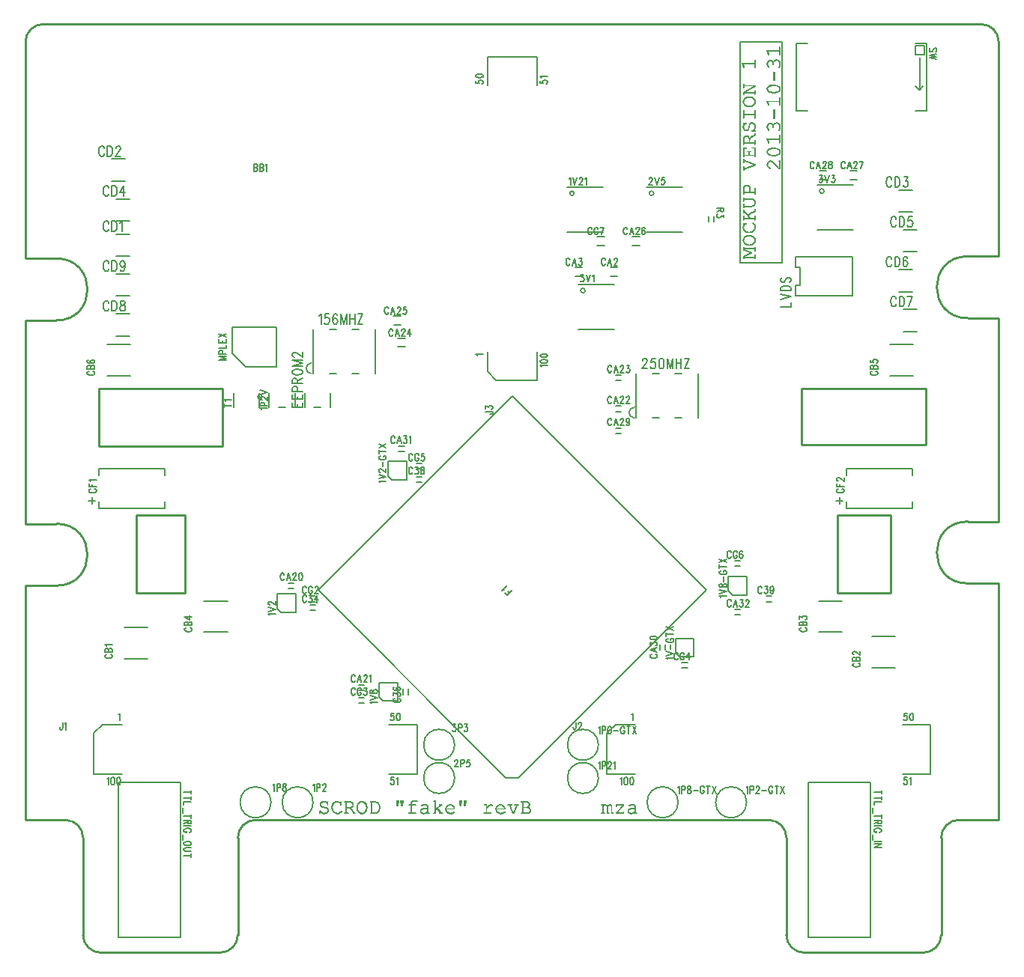
<source format=gto>
*
*
G04 PADS 9.5 Build Number: 522968 generated Gerber (RS-274-X) file*
G04 PC Version=2.1*
*
%IN "fakeSCROD.pcb"*%
*
%MOIN*%
*
%FSLAX35Y35*%
*
*
*
*
G04 PC Standard Apertures*
*
*
G04 Thermal Relief Aperture macro.*
%AMTER*
1,1,$1,0,0*
1,0,$1-$2,0,0*
21,0,$3,$4,0,0,45*
21,0,$3,$4,0,0,135*
%
*
*
G04 Annular Aperture macro.*
%AMANN*
1,1,$1,0,0*
1,0,$2,0,0*
%
*
*
G04 Odd Aperture macro.*
%AMODD*
1,1,$1,0,0*
1,0,$1-0.005,0,0*
%
*
*
G04 PC Custom Aperture Macros*
*
*
*
*
*
*
G04 PC Aperture Table*
*
%ADD010C,0.001*%
%ADD011C,0.00787*%
%ADD012C,0.005*%
%ADD013C,0.01*%
%ADD098C,0.008*%
%ADD103C,0.00591*%
*
*
*
*
G04 PC Circuitry*
G04 Layer Name fakeSCROD.pcb - circuitry*
%LPD*%
*
G54D10*
G01X435580Y393609D02*
X435174D01*
X435005Y393525*
X434953Y393472*
X435005Y393420*
X435174Y393335*
X435256*
X435306Y393285*
Y390295*
X435256Y390245*
X435163*
X435124Y390263*
X434284Y391289*
X432328Y393246*
X431873Y393518*
X431423Y393609*
X431423D02*
X430791Y393518D01*
X430247Y393065*
X429883Y392519*
X429793Y391885*
X429884Y391427*
X429974Y391068*
X430615Y390427*
X430886Y390247*
X431140Y390162*
X431281Y390232*
Y390357*
X430748Y390624*
X430735Y390633*
X430361Y391007*
X430352Y391020*
X430165Y391394*
X430160Y391406*
X430067Y391874*
X430066Y391884*
X430067Y391892*
X430160Y392452*
X430166Y392470*
X430447Y392937*
X430464Y392954*
X430931Y393235*
X430947Y393241*
X431415Y393334*
X431436*
X431810Y393240*
X431828Y393232*
X432202Y392952*
X432207Y392947*
X432486Y392668*
X432951Y392296*
X432956Y392291*
X435091Y389971*
X435580*
Y393609*
X435673Y397584D02*
X435583Y398215D01*
X435132Y398666*
X434305Y399125*
X433196Y399310*
X432268*
X431345Y399218*
X430794Y398942*
X430336Y398668*
X429974Y398215*
X429794Y397584*
X429975Y396951*
X430336Y396409*
X431158Y396044*
X432270Y395859*
X433198*
X434120Y395951*
X434673Y396227*
X434683Y396231*
X435044Y396321*
X435219Y396496*
X435582Y396951*
X435673Y397584*
X435399Y397576D02*
X435305Y397015D01*
X435291Y396988*
X434918Y396615*
X434910Y396608*
X434630Y396421*
X434614Y396414*
X434240Y396321*
X434237Y396320*
X433209Y396133*
X433200*
X432359*
X432353*
X431512Y396226*
X431500Y396229*
X430753Y396510*
X430735Y396521*
X430267Y396988*
X430255Y397008*
X430068Y397569*
Y397600*
X430255Y398161*
X430263Y398175*
X430543Y398549*
X430555Y398561*
X430836Y398748*
X430854Y398755*
X431322Y398849*
X432350Y399036*
X432359*
X433200*
X433206*
X434047Y398943*
X434061Y398939*
X434715Y398658*
X434727Y398651*
X435288Y398184*
X435305Y398153*
X435399Y397593*
Y397576*
X435580Y404937D02*
X435453Y405000D01*
X435391Y404938*
X435306Y404769*
Y403472*
X435256Y403422*
X429809*
X430347Y401630*
X430490Y401487*
X430627Y401624*
Y401783*
X430255Y403085*
X430303Y403148*
X435256*
X435306Y403098*
Y401802*
X435391Y401633*
X435453Y401571*
X435580Y401634*
Y404937*
X435673Y408703D02*
X435582Y409527D01*
X435127Y410072*
X434580Y410528*
X434042Y410618*
X433588Y410527*
X433138Y410347*
X432868Y409986*
X432589Y409521*
X432503*
X432226Y409983*
X431959Y410250*
X431959D02*
X431235Y410431D01*
X430698Y410341*
X430247Y409980*
X429883Y409435*
X429793Y408799*
X429884Y408159*
X430160Y407515*
X430337Y407249*
X430490Y407173*
X430627Y407242*
Y407377*
X430548Y407456*
X430542Y407463*
X430168Y408024*
X430160Y408046*
X430066Y408793*
X430067Y408808*
X430160Y409368*
X430169Y409390*
X430450Y409764*
X430454Y409769*
X430735Y410050*
X430760Y410063*
X431228Y410157*
X431250Y410156*
X431623Y410063*
X431641Y410054*
X432015Y409774*
X432030Y409756*
X432217Y409383*
X432221Y409370*
X432314Y408903*
X432315Y408893*
Y408624*
X432400Y408455*
X432462Y408393*
X432589Y408456*
Y408612*
X432590Y408623*
X432777Y409464*
X432786Y409484*
X433067Y409857*
X433071Y409863*
X433352Y410143*
X433371Y410155*
X433651Y410249*
X433655Y410250*
X434029Y410343*
X434051Y410344*
X434518Y410250*
X434540Y410240*
X435007Y409866*
X435019Y409853*
X435299Y409386*
X435306Y409367*
X435399Y408713*
X435400Y408706*
X435399Y408700*
X435306Y407952*
X435301Y407936*
X434850Y407034*
X434903Y406980*
X434964*
X435128Y407062*
X435305Y407327*
X435673Y408248*
Y408703*
X435580Y421759D02*
X435453Y421823D01*
X435391Y421760*
X435306Y421591*
Y420295*
X435256Y420245*
X429809*
X430347Y418452*
X430490Y418309*
X430627Y418446*
Y418605*
X430255Y419907*
X430303Y419971*
X435256*
X435306Y419921*
Y418624*
X435391Y418455*
X435453Y418393*
X435580Y418456*
Y421759*
X433243Y416319D02*
X432783D01*
Y412494*
X433243*
Y416319*
X435673Y425622D02*
X435583Y426252D01*
X435132Y426703*
X434305Y427163*
X433196Y427348*
X432268*
X431345Y427255*
X430794Y426980*
X430336Y426705*
X429974Y426253*
X429794Y425622*
X429975Y424989*
X430336Y424447*
X431158Y424081*
X432270Y423896*
X433198*
X434120Y423988*
X434673Y424265*
X434683Y424268*
X435044Y424359*
X435219Y424534*
X435582Y424988*
X435673Y425622*
X435399Y425614D02*
X435305Y425053D01*
X435291Y425026*
X434918Y424652*
X434910Y424646*
X434630Y424459*
X434614Y424452*
X434240Y424358*
X434237*
X433209Y424171*
X433200Y424170*
X432359*
X432353*
X431512Y424264*
X431500Y424267*
X430753Y424547*
X430735Y424558*
X430267Y425026*
X430255Y425045*
X430068Y425606*
Y425638*
X430255Y426198*
X430263Y426213*
X430543Y426586*
X430555Y426598*
X430836Y426785*
X430854Y426792*
X431322Y426886*
X432350Y427073*
X432359Y427074*
X433200*
X433206Y427073*
X434047Y426980*
X434061Y426976*
X434715Y426696*
X434727Y426688*
X435288Y426221*
X435305Y426191*
X435399Y425630*
Y425614*
X435673Y436741D02*
X435582Y437564D01*
X435127Y438110*
X434580Y438565*
X434042Y438655*
X433588Y438564*
X433138Y438384*
X432868Y438024*
X432589Y437559*
X432503*
X432226Y438021*
X431959Y438287*
X431959D02*
X431235Y438468D01*
X430698Y438378*
X430247Y438018*
X429883Y437473*
X429793Y436837*
X429884Y436196*
X430160Y435552*
X430337Y435287*
X430490Y435210*
X430627Y435279*
Y435414*
X430548Y435493*
X430542Y435501*
X430168Y436061*
X430160Y436083*
X430066Y436831*
X430067Y436845*
X430160Y437406*
X430169Y437428*
X430450Y437801*
X430454Y437807*
X430735Y438087*
X430760Y438101*
X431228Y438194*
X431250*
X431623Y438100*
X431641Y438092*
X432015Y437811*
X432030Y437794*
X432217Y437420*
X432221Y437407*
X432314Y436940*
X432315Y436930*
Y436662*
X432400Y436493*
X432462Y436430*
X432589Y436494*
Y436650*
X432590Y436661*
X432777Y437502*
X432786Y437521*
X433067Y437895*
X433071Y437900*
X433352Y438181*
X433371Y438193*
X433651Y438286*
X433655Y438287*
X434029Y438381*
X434051*
X434518Y438288*
X434540Y438278*
X435007Y437904*
X435019Y437891*
X435299Y437423*
X435306Y437405*
X435399Y436750*
X435400Y436743*
X435399Y436737*
X435306Y435989*
X435301Y435973*
X434850Y435071*
X434903Y435018*
X434964*
X435128Y435100*
X435305Y435365*
X435673Y436286*
Y436741*
X433243Y433142D02*
X432783D01*
Y429317*
X433243*
Y433142*
X435580Y444189D02*
X435453Y444253D01*
X435391Y444190*
X435306Y444021*
Y442725*
X435256Y442675*
X429809*
X430347Y440882*
X430490Y440739*
X430627Y440876*
Y441035*
X430255Y442337*
X430303Y442401*
X435256*
X435306Y442351*
Y441054*
X435391Y440885*
X435453Y440823*
X435580Y440886*
Y444189*
X424556Y355006D02*
X424429Y355069D01*
X424367Y355007*
X424282Y354838*
Y354663*
X424232Y354613*
X419560*
X419510Y354663*
Y355006*
X419383Y355069*
X419320Y355007*
X419236Y354838*
Y353950*
X422567Y352747*
X422571Y352655*
X419236Y351173*
Y350282*
X419320Y350113*
X419383Y350051*
X419510Y350114*
Y350457*
X419560Y350507*
X424232*
X424282Y350457*
Y350282*
X424367Y350113*
X424429Y350051*
X424556Y350114*
Y351641*
X424429Y351705*
X424367Y351643*
X424282Y351474*
Y350831*
X424232Y350781*
X419560*
X419510Y350831*
Y350925*
X419539Y350970*
X422874Y352452*
Y352853*
X419541Y354149*
X419510Y354196*
Y354289*
X419560Y354339*
X424232*
X424282Y354289*
Y353647*
X424367Y353478*
X424429Y353415*
X424556Y353479*
Y355006*
X424650Y358211D02*
X424558Y358853D01*
X424284Y359402*
X423919Y359858*
X423278Y360224*
X422634Y360408*
X421896Y360500*
X421158Y360408*
X420515Y360225*
X419965Y359858*
X419507Y359400*
X419234Y358853*
X419143Y358216*
X419235Y357758*
X419326Y357393*
X419599Y356937*
X419871Y356665*
X420792Y356113*
X421896Y355929*
X423000Y356113*
X423921Y356665*
X424193Y356937*
X424469Y357397*
X424650Y357759*
Y358211*
X424376Y358588D02*
Y358214D01*
X424374Y358202*
X424188Y357455*
X424177Y357435*
X423710Y356874*
X423698Y356864*
X422951Y356396*
X422933Y356389*
X421905Y356203*
X421886*
X420952Y356390*
X420939Y356394*
X420191Y356768*
X420176Y356780*
X419615Y357434*
X419605Y357455*
X419418Y358202*
Y358226*
X419605Y358974*
X419615Y358995*
X420176Y359649*
X420193Y359662*
X421035Y360036*
X421044Y360039*
X421885Y360226*
X421906*
X422840Y360039*
X422853Y360035*
X423601Y359661*
X423608Y359656*
X423982Y359376*
X423997Y359358*
X424371Y358611*
X424376Y358588*
X424650Y364560D02*
X424468Y365015D01*
X424193Y365473*
X423651Y366015*
X423599*
X423452Y365868*
X423526Y365721*
X423894Y365353*
X423899Y365347*
X424179Y364973*
X424185Y364962*
X424372Y364495*
X424376Y364476*
Y364009*
X424374Y363997*
X424188Y363249*
X424180Y363232*
X423712Y362578*
X423701Y362566*
X423047Y362099*
X423028Y362091*
X422187Y361904*
X422176Y361903*
X421522*
X421515*
X420861Y361997*
X420840Y362005*
X419999Y362565*
X419988Y362576*
X419614Y363043*
X419605Y363062*
X419511Y363436*
Y363438*
X419417Y363905*
X419416Y363915*
X419417Y363924*
X419510Y364484*
X419514Y364496*
X419794Y365150*
X419810Y365170*
X420184Y365451*
X420202Y365459*
X420570Y365551*
X420725Y365628*
Y365670*
X420651Y365743*
X420482Y365828*
X419478*
X419309Y365743*
X419256Y365691*
X419309Y365639*
X419478Y365554*
X419746*
X419789Y365478*
X419326Y364738*
X419143Y363821*
X419234Y363273*
X419416Y362727*
X419873Y362270*
X420332Y361904*
X420880Y361721*
X421526Y361629*
X422267*
X423000Y361720*
X423269Y361900*
X424009Y362455*
X424190Y362727*
X424466Y363186*
X424650Y364107*
Y364560*
X424556Y371922D02*
X424429Y371985D01*
X424367Y371923*
X424282Y371754*
Y371298*
X424251Y371252*
X423316Y370878*
X423314Y370877*
X423037Y370785*
X422858Y370695*
X422395Y370325*
X422393Y370324*
X422027Y370049*
X421565Y369309*
X421485Y369303*
X419522Y371546*
X419510Y371579*
Y371828*
X419383Y371892*
X419320Y371830*
X419236Y371661*
Y370656*
X419320Y370487*
X419383Y370425*
X419510Y370488*
Y371018*
X419597Y371051*
X422027Y368247*
X421989Y368164*
X419560*
X419510Y368214*
Y369025*
X419383Y369088*
X419320Y369026*
X419236Y368857*
Y367479*
X419320Y367309*
X419383Y367247*
X419510Y367311*
Y367841*
X419560Y367891*
X424232*
X424282Y367841*
Y367479*
X424367Y367309*
X424429Y367247*
X424556Y367311*
Y369025*
X424429Y369088*
X424367Y369026*
X424282Y368857*
Y368214*
X424232Y368164*
X422457*
X422419Y368181*
X421765Y368929*
X421758Y368984*
X422038Y369545*
X422044Y369554*
X422418Y370021*
X422427Y370030*
X422801Y370310*
X422812Y370317*
X423277Y370503*
X424556Y371142*
Y371922*
X424649Y375038D02*
X424559Y375670D01*
X424104Y376216*
X423558Y376671*
X422827Y376762*
X419560*
X419510Y376812*
Y377155*
X419383Y377219*
X419320Y377157*
X419236Y376988*
Y375796*
X419320Y375627*
X419383Y375565*
X419510Y375628*
Y376439*
X419560Y376489*
X422831*
X422843Y376487*
X423215Y376394*
X423682Y376301*
X423707Y376287*
X423987Y376007*
X423994Y375999*
X424181Y375719*
X424184Y375713*
X424371Y375340*
X424376Y375317*
Y374943*
X424375Y374935*
X424282Y374374*
X424272Y374351*
X423898Y373884*
X423884Y373872*
X423417Y373592*
X423400Y373586*
X422839Y373492*
X422831Y373491*
X419560*
X419510Y373541*
Y374352*
X419383Y374415*
X419320Y374353*
X419236Y374184*
Y372993*
X419320Y372823*
X419383Y372761*
X419510Y372825*
Y373168*
X419560Y373218*
X422826*
X423284Y373309*
X423743Y373493*
X424198Y373766*
X424466Y374123*
X424649Y375038*
X424556Y381268D02*
X424429Y381331D01*
X424367Y381269*
X424282Y381100*
Y379803*
X424232Y379753*
X422363*
X422313Y379803*
Y381015*
X422222Y381656*
X421857Y382293*
X421405Y382655*
X420772Y382836*
X420233Y382746*
X419689Y382384*
X419327Y381841*
X419236Y381201*
Y379067*
X419320Y378898*
X419383Y378836*
X419510Y378899*
Y379429*
X419560Y379479*
X424232*
X424282Y379429*
Y379067*
X424367Y378898*
X424429Y378836*
X424556Y378899*
Y381268*
X422039Y381392D02*
Y379803D01*
X421989Y379753*
X419560*
X419510Y379803*
Y381112*
Y381120*
X419604Y381681*
X419610Y381698*
X419891Y382165*
X419903Y382180*
X420277Y382460*
X420297Y382469*
X420765Y382562*
X420790Y382561*
X421351Y382374*
X421363Y382368*
X421643Y382181*
X421657Y382167*
X421844Y381887*
X421849Y381878*
X422036Y381411*
X422039Y381392*
X424556Y392104D02*
X419543Y393868D01*
X419510Y393915*
Y394362*
X419445Y394426*
X419300*
X419236Y394362*
Y392721*
X419300Y392657*
X419445*
X419510Y392721*
Y393541*
X419577Y393589*
X424249Y391906*
Y391812*
X419577Y390130*
X419510Y390177*
Y390997*
X419445Y391062*
X419300*
X419236Y390997*
Y389357*
X419300Y389292*
X419445*
X419510Y389357*
Y389803*
X419543Y389850*
X424556Y391614*
Y392104*
Y399566D02*
X423123D01*
X422954Y399482*
X422901Y399429*
X422954Y399377*
X423123Y399292*
X424232*
X424282Y399242*
Y396252*
X424232Y396202*
X421989*
X421939Y396252*
Y397560*
X421989Y397610*
X422352*
X422521Y397695*
X422573Y397747*
X422521Y397799*
X422352Y397884*
X421254*
X421085Y397799*
X421032Y397747*
X421085Y397695*
X421254Y397610*
X421616*
X421666Y397560*
Y396252*
X421616Y396202*
X419560*
X419510Y396252*
Y399055*
X419560Y399105*
X420482*
X420651Y399190*
X420704Y399242*
X420651Y399295*
X420482Y399379*
X419236*
Y395516*
X419320Y395347*
X419383Y395285*
X419510Y395348*
Y395878*
X419560Y395928*
X424232*
X424282Y395878*
Y395516*
X424367Y395347*
X424429Y395285*
X424556Y395348*
Y399566*
Y405567D02*
X424429Y405630D01*
X424282Y405483*
Y405224*
X424258Y405181*
X423325Y404621*
X422769Y404250*
X422118Y403600*
X422038Y403613*
X421759Y404172*
X421488Y404623*
X421039Y404802*
X420679Y404892*
X420141Y404803*
X419690Y404442*
X419327Y403896*
X419236Y403350*
Y401123*
X419320Y400954*
X419383Y400892*
X419510Y400956*
Y401485*
X419560Y401535*
X424232*
X424282Y401485*
Y401123*
X424367Y400954*
X424429Y400892*
X424556Y400956*
Y402669*
X424429Y402733*
X424367Y402671*
X424282Y402502*
Y401859*
X424232Y401809*
X422176*
X422126Y401859*
Y403074*
X422134Y403100*
X422414Y403567*
X422421Y403577*
X423076Y404231*
X423092Y404242*
X423556Y404428*
X424019Y404705*
X424556Y405064*
Y405567*
X421853Y403355D02*
Y401859D01*
X421803Y401809*
X419560*
X419510Y401859*
Y403261*
X419511Y403271*
X419604Y403738*
X419610Y403754*
X419891Y404221*
X419903Y404236*
X420277Y404516*
X420295Y404525*
X420669Y404618*
X420681Y404620*
X420961*
X420997Y404605*
X421180Y404421*
X421456Y404237*
X421473Y404218*
X421660Y403844*
X421662Y403840*
X421849Y403373*
X421853Y403355*
X424649Y408684D02*
X424558Y409505D01*
X424194Y410052*
X423742Y410504*
X423107Y410594*
X422749*
X422393Y410416*
X422122Y410145*
X421943Y409877*
X421852Y409420*
X421851Y409416*
X421664Y408762*
X421572Y408395*
Y408027*
X421567Y408005*
X421380Y407631*
X421365Y407614*
X420991Y407333*
X420974Y407325*
X420600Y407231*
X420578*
X420111Y407324*
X420090Y407333*
X419716Y407614*
X419700Y407635*
X419513Y408102*
X419510Y408113*
X419417Y408673*
Y408690*
X419510Y409251*
X419517Y409268*
X419797Y409735*
X419805Y409745*
X420085Y410025*
X420108Y410039*
X420477Y410131*
X420651Y410218*
X420704Y410270*
X420651Y410323*
X420482Y410407*
X419478*
X419309Y410323*
X419256Y410270*
X419309Y410218*
X419478Y410134*
X419560*
X419603Y410059*
X419234Y409413*
X419143Y408682*
X419234Y407952*
X419597Y407407*
X420048Y407047*
X420588Y406957*
X421128Y407047*
X421483Y407313*
X421755Y407857*
X421940Y408691*
X422033Y409343*
X422036Y409352*
X422036D02*
X422129Y409632D01*
X422137Y409647*
X422511Y410115*
X422534Y410131*
X423095Y410318*
X423121Y410319*
X423588Y410226*
X423608Y410217*
X423982Y409937*
X423997Y409919*
X424277Y409358*
X424282Y409343*
X424375Y408689*
Y408675*
X424282Y408020*
X424275Y408002*
X423995Y407534*
X423992Y407530*
X423712Y407156*
X423682Y407137*
X423229Y407047*
X423088Y406906*
X423141Y406854*
X423310Y406769*
X424314*
X424483Y406854*
X424536Y406906*
X424483Y406958*
X424314Y407043*
X424139*
X424094Y407115*
X424465Y407857*
X424649Y408684*
X424556Y415940D02*
X424429Y416004D01*
X424367Y415942*
X424282Y415773*
Y414476*
X424232Y414426*
X419560*
X419510Y414476*
Y415940*
X419383Y416004*
X419320Y415942*
X419236Y415773*
Y412806*
X419320Y412636*
X419320D02*
X419383Y412574D01*
X419510Y412638*
Y414102*
X419560Y414152*
X424232*
X424282Y414102*
Y412806*
X424367Y412636*
X424367D02*
X424429Y412574D01*
X424556Y412638*
Y415940*
X424650Y419893D02*
X424558Y420536D01*
X424284Y421084*
X423919Y421540*
X423278Y421906*
X422634Y422090*
X421896Y422183*
X421158Y422090*
X420515Y421907*
X419965Y421540*
X419507Y421082*
X419234Y420536*
X419143Y419898*
X419235Y419440*
X419326Y419075*
X419599Y418619*
X419871Y418348*
X420792Y417795*
X421896Y417611*
X423000Y417795*
X423921Y418348*
X424193Y418619*
X424469Y419080*
X424650Y419441*
Y419893*
X424376Y420270D02*
Y419897D01*
X424374Y419884*
X424188Y419137*
X424177Y419117*
X423710Y418556*
X423698Y418546*
X422951Y418079*
X422933Y418072*
X421905Y417885*
X421886*
X420952Y418072*
X420939Y418076*
X420191Y418450*
X420176Y418462*
X419615Y419116*
X419605Y419137*
X419418Y419884*
Y419909*
X419605Y420656*
X419615Y420677*
X420176Y421331*
X420193Y421344*
X421035Y421718*
X421044Y421721*
X421885Y421908*
X421906*
X422840Y421721*
X422853Y421717*
X423601Y421343*
X423608Y421338*
X423982Y421058*
X423997Y421040*
X424371Y420293*
X424376Y420270*
X424556Y427230D02*
X419560D01*
X419510Y427280*
Y427623*
X419383Y427686*
X419320Y427624*
X419236Y427455*
Y426264*
X419320Y426094*
X419383Y426032*
X419510Y426096*
Y426906*
X419560Y426956*
X424046*
X424071Y426863*
X419236Y424073*
Y423273*
X419320Y423104*
X419383Y423042*
X419510Y423105*
Y423635*
X419560Y423685*
X424232*
X424282Y423635*
Y423460*
X424367Y423291*
X424429Y423228*
X424556Y423292*
Y424819*
X424429Y424882*
X424429D02*
X424367Y424820D01*
X424282Y424651*
Y424009*
X424232Y423959*
X419746*
X419721Y424052*
X419721D02*
X424556Y426841D01*
Y427230*
Y438464D02*
X424429Y438527D01*
X424367Y438465*
X424282Y438296*
Y436999*
X424232Y436949*
X418786*
X419323Y435157*
X419466Y435014*
X419603Y435151*
Y435310*
X419231Y436612*
X419279Y436676*
X424232*
X424282Y436626*
Y435329*
X424367Y435160*
X424429Y435098*
X424556Y435161*
Y438464*
X372013Y103130D02*
X371951Y103192D01*
X371782Y103277*
X371420*
X371370Y103327*
Y105845*
X371279Y106296*
X371013Y106652*
X370469Y106923*
X369925Y107014*
X369467Y106922*
X369464*
X368812Y106829*
X368446Y106737*
X368292Y106660*
Y106609*
X368366Y106461*
X368610*
X369351Y106646*
X369354Y106647*
X369821Y106740*
X369839*
X370400Y106647*
X370414Y106642*
X370788Y106455*
X370801Y106446*
X370988Y106259*
X371001Y106236*
X371094Y105862*
X371096Y105850*
Y105196*
X371032Y105148*
X370384Y105333*
X369833*
X368910Y105240*
X368365Y104968*
X367915Y104518*
X367826Y103983*
X367914Y103629*
X368183Y103271*
X368633Y103001*
X369269Y102910*
X370187Y103094*
X371021Y103557*
X371096Y103514*
Y103003*
X371949*
X372013Y103130*
X371096Y104822D02*
Y104074D01*
X371077Y104035*
X370610Y103661*
X370608Y103660*
X370235Y103380*
X370223Y103374*
X369756Y103187*
X369737Y103183*
X369270*
X369260Y103184*
X368793Y103278*
X368791*
X368417Y103372*
X368387Y103392*
X368200Y103673*
X368195Y103685*
X368101Y103965*
X368100Y103993*
X368193Y104367*
X368207Y104390*
X368487Y104670*
X368500Y104680*
X369061Y104960*
X369077Y104965*
X369825Y105058*
X369831Y105059*
X370485*
X370501Y105056*
X371062Y104869*
X371096Y104822*
X366136Y103689D02*
X366051Y103858D01*
X365999Y103910*
X365947Y103858*
X365862Y103689*
Y103327*
X365812Y103277*
X363102*
X363065Y103360*
X366042Y106617*
Y106921*
X362778*
Y106236*
X362862Y106066*
X362915Y106014*
X362967Y106066*
X363052Y106236*
Y106598*
X363102Y106648*
X365625*
X365662Y106564*
X362684Y103307*
Y103003*
X366136*
Y103689*
X361452Y103130D02*
X361390Y103192D01*
X361221Y103277*
X360859*
X360809Y103327*
Y106031*
X360718Y106393*
X360541Y106747*
X360187Y106924*
X359834Y107012*
X359389Y106835*
X358835Y106372*
X358764Y106379*
X358398Y106836*
X357956Y107013*
X357425Y106925*
X356969Y106469*
X356884Y106504*
Y106921*
X356198*
X356029Y106837*
X355966Y106775*
X356030Y106648*
X356560*
X356610Y106598*
Y103327*
X356560Y103277*
X356198*
X356029Y103192*
X355966Y103130*
X356030Y103003*
X357463*
X357527Y103130*
X357465Y103192*
X357296Y103277*
X356934*
X356884Y103327*
Y105943*
X356894Y105973*
X357174Y106347*
X357179Y106353*
X357459Y106633*
X357484Y106647*
X357952Y106740*
X357984Y106736*
X358358Y106549*
X358377Y106532*
X358564Y106252*
X358572Y106224*
Y103003*
X359426*
X359490Y103130*
X359427Y103192*
X359258Y103277*
X358896*
X358846Y103327*
Y105943*
X358856Y105973*
X359137Y106347*
X359149Y106359*
X359429Y106546*
X359438Y106551*
X359906Y106737*
X359947Y106736*
X360320Y106549*
X360340Y106532*
X360527Y106252*
X360535Y106224*
Y103003*
X361389*
X361452Y103130*
X324636Y104448D02*
X324547Y104804D01*
X324365Y105169*
X324096Y105527*
X323550Y105709*
X323531Y105792*
X324082Y106343*
X324262Y106974*
X324174Y107417*
X323811Y107870*
X323358Y108233*
X322814Y108323*
X320494*
X320325Y108239*
X320262Y108177*
X320326Y108049*
X320856*
X320906Y107999*
Y103327*
X320856Y103277*
X320494*
X320325Y103192*
X320262Y103130*
X320326Y103003*
X323187*
X323647Y103095*
X323916Y103185*
X324277Y103455*
X324454Y103721*
X324636Y104448*
X324364Y104728D02*
Y104448D01*
X324363Y104440*
X324270Y103879*
X324252Y103848*
X323784Y103474*
X323781Y103472*
X323500Y103285*
X323473Y103277*
X321230*
X321180Y103327*
Y105570*
X321230Y105620*
X323192*
X323215Y105614*
X323588Y105427*
X323594Y105424*
X324155Y105050*
X324168Y105037*
X324355Y104756*
X324364Y104728*
X323990Y106971D02*
X323986Y106953D01*
X323799Y106486*
X323788Y106469*
X323415Y106095*
X323402Y106086*
X323028Y105899*
X323005Y105893*
X321230*
X321180Y105943*
Y107999*
X321230Y108049*
X322725*
X322735*
X323202Y107955*
X323215Y107951*
X323588Y107764*
X323606Y107749*
X323886Y107375*
X323895Y107357*
X323988Y106984*
X323990Y106971*
X319300Y106775D02*
X319237Y106837D01*
X319068Y106921*
X317597*
X317428Y106837*
X317365Y106775*
X317429Y106648*
X318239*
X318285Y106579*
X316977Y103308*
X316931Y103277*
X316837*
X316791Y103308*
X315482Y106579*
X315529Y106648*
X316339*
X316402Y106775*
X316340Y106837*
X316171Y106921*
X314699*
X314530Y106837*
X314468Y106775*
X314532Y106648*
X315155*
X315202Y106616*
X316591Y103003*
X317177*
X318566Y106616*
X318613Y106648*
X319236*
X319300Y106775*
X313230Y104965D02*
X313144Y105740D01*
X312689Y106467*
X312053Y106831*
X311230Y107014*
X310407Y106831*
X309769Y106466*
X309314Y105829*
X309131Y105009*
X309314Y104188*
X309769Y103551*
X310501Y103093*
X311329Y102909*
X311876*
X312427Y103093*
X312884Y103276*
X313151Y103543*
X313225Y103691*
X313099Y103817*
X313041Y103759*
X313028Y103749*
X312280Y103375*
X312268Y103371*
X311333Y103184*
X311316*
X310662Y103277*
X310641Y103285*
X310080Y103659*
X310070Y103668*
X309602Y104229*
X309593Y104247*
X309406Y104902*
X309454Y104965*
X313230*
X312912Y105239D02*
X309454D01*
X309407Y105305*
X309593Y105866*
X309602Y105881*
X309976Y106348*
X309992Y106362*
X310553Y106642*
X310568Y106647*
X311223Y106741*
X311238Y106740*
X311799Y106647*
X311813Y106642*
X312374Y106362*
X312390Y106348*
X312764Y105881*
X312772Y105866*
X312959Y105305*
X312912Y105239*
X307809Y106411D02*
X307731Y106568D01*
X307553Y106746*
X307284Y106925*
X306933Y107013*
X306666Y106924*
X306662Y106923*
X306299Y106832*
X305841Y106466*
X305187Y105905*
X305105Y105943*
Y106921*
X304139*
X303970Y106837*
X303907Y106775*
X303971Y106648*
X304781*
X304831Y106598*
Y103327*
X304781Y103277*
X303858*
X303689Y103192*
X303627Y103130*
X303690Y103003*
X306993*
X307057Y103130*
X306994Y103192*
X306825Y103277*
X305155*
X305105Y103327*
Y105476*
X305122Y105514*
X305870Y106168*
X305871Y106169*
X306339Y106543*
X306354Y106552*
X306915Y106739*
X306946*
X307227Y106645*
X307246Y106633*
X307606Y106274*
X307741*
X307809Y106411*
X295937Y108697D02*
X294838D01*
X295110Y106519*
X295192Y106355*
X295342Y106280*
X295491Y106355*
X295574Y106520*
X295937Y108697*
X293974D02*
X292875D01*
X293147Y106519*
X293230Y106355*
X293379Y106280*
X293529Y106355*
X293611Y106520*
X293974Y108697*
X290800Y104965D02*
X290714Y105740D01*
X290259Y106467*
X289623Y106831*
X288800Y107014*
X287977Y106831*
X287339Y106466*
X286884Y105829*
X286701Y105009*
X286884Y104188*
X287339Y103551*
X288071Y103093*
X288899Y102909*
X289446*
X289998Y103093*
X290454Y103276*
X290721Y103543*
X290795Y103691*
X290669Y103817*
X290611Y103759*
X290598Y103749*
X289850Y103375*
X289838Y103371*
X288903Y103184*
X288886*
X288232Y103277*
X288211Y103285*
X287651Y103659*
X287640Y103668*
X287173Y104229*
X287163Y104247*
X286976Y104902*
X287024Y104965*
X290800*
X290482Y105239D02*
X287024D01*
X286977Y105305*
X287164Y105866*
X287172Y105881*
X287546Y106348*
X287562Y106362*
X288123Y106642*
X288138Y106647*
X288793Y106741*
X288808Y106740*
X289369Y106647*
X289383Y106642*
X289944Y106362*
X289960Y106348*
X290334Y105881*
X290343Y105866*
X290529Y105305*
X290482Y105239*
X285655Y103130D02*
X285593Y103192D01*
X285423Y103277*
X284968*
X284931Y103293*
X283155Y105256*
X283159Y105327*
X284655Y106635*
X284688Y106648*
X285311*
X285374Y106775*
X285312Y106837*
X285143Y106921*
X284139*
X283970Y106837*
X283907Y106775*
X283971Y106648*
X284220*
X284253Y106559*
X282477Y105064*
X282395Y105102*
Y108697*
X281709*
X281540Y108613*
X281477Y108550*
X281541Y108423*
X282071*
X282121Y108373*
Y103327*
X282071Y103277*
X281709*
X281540Y103192*
X281477Y103130*
X281541Y103003*
X282395*
Y104635*
X282413Y104674*
X282881Y105048*
X282948Y105043*
X284537Y103361*
X284501Y103277*
X284139*
X283970Y103192*
X283907Y103130*
X283971Y103003*
X285591*
X285655Y103130*
X279674D02*
X279611Y103192D01*
X279442Y103277*
X279080*
X279030Y103327*
Y105845*
X278940Y106296*
X278673Y106652*
X278130Y106923*
X277586Y107014*
X277127Y106922*
X277125*
X276473Y106829*
X276107Y106737*
X275953Y106660*
Y106609*
X276027Y106461*
X276270*
X277012Y106646*
X277014Y106647*
X277482Y106740*
X277500*
X278060Y106647*
X278074Y106642*
X278448Y106455*
X278461Y106446*
X278648Y106259*
X278661Y106236*
X278755Y105862*
X278756Y105850*
Y105196*
X278693Y105148*
X278045Y105333*
X277494*
X276571Y105240*
X276026Y104968*
X275575Y104518*
X275486Y103983*
X275575Y103629*
X275843Y103271*
X276293Y103001*
X276929Y102910*
X277848Y103094*
X278682Y103557*
X278756Y103514*
Y103003*
X279610*
X279674Y103130*
X278756Y104822D02*
Y104074D01*
X278738Y104035*
X278270Y103661*
X278269Y103660*
X277895Y103380*
X277884Y103374*
X277416Y103187*
X277398Y103183*
X276931*
X276921Y103184*
X276454Y103278*
X276451*
X276077Y103372*
X276048Y103392*
X275861Y103673*
X275855Y103685*
X275762Y103965*
X275761Y103993*
X275854Y104367*
X275867Y104390*
X276148Y104670*
X276161Y104680*
X276721Y104960*
X276737Y104965*
X277485Y105058*
X277491Y105059*
X278146*
X278161Y105056*
X278722Y104869*
X278756Y104822*
X274170Y108524D02*
X273930Y108604D01*
X272727Y108697*
X272182Y108606*
X271731Y108335*
X271463Y107979*
X271373Y107527*
Y106971*
X271323Y106921*
X270494*
X270325Y106837*
X270262Y106775*
X270326Y106648*
X271323*
X271373Y106598*
Y103327*
X271323Y103277*
X270400*
X270231Y103192*
X270169Y103130*
X270233Y103003*
X273535*
X273599Y103130*
X273537Y103192*
X273367Y103277*
X271697*
X271647Y103327*
Y106598*
X271697Y106648*
X273629*
X273692Y106775*
X273630Y106837*
X273461Y106921*
X271697*
X271647Y106971*
Y107532*
X271650Y107548*
X271743Y107828*
X271749Y107840*
X271936Y108121*
X271950Y108135*
X272230Y108321*
X272248Y108329*
X272715Y108422*
X272725Y108423*
X273286*
X273293*
X273944Y108330*
X274096*
X274170Y108479*
Y108524*
X267900Y108697D02*
X266800D01*
X267073Y106519*
X267155Y106355*
X267304Y106280*
X267454Y106355*
X267537Y106520*
X267900Y108697*
X265937D02*
X264838D01*
X265110Y106519*
X265192Y106355*
X265342Y106280*
X265491Y106355*
X265574Y106520*
X265937Y108697*
X257535Y105941D02*
X257443Y106768D01*
X256894Y107684*
X256622Y107864*
X256615Y107871*
X256345Y108140*
X255430Y108323*
X253484*
X253315Y108239*
X253253Y108177*
X253317Y108049*
X253660*
X253710Y107999*
Y103327*
X253660Y103277*
X253484*
X253315Y103192*
X253253Y103130*
X253317Y103003*
X255431*
X255982Y103095*
X256437Y103277*
X256984Y103732*
X257258Y104280*
X257443Y104834*
X257535Y105387*
Y105941*
X257261Y106037D02*
Y105289D01*
X257260Y105279*
X257073Y104345*
X257064Y104325*
X256784Y103951*
X256779Y103945*
X256405Y103572*
X256388Y103561*
X255921Y103374*
X255912Y103371*
X255445Y103278*
X255435Y103277*
X254033*
X253983Y103327*
Y107999*
X254033Y108049*
X255435*
X255447Y108048*
X256195Y107861*
X256214Y107852*
X256681Y107478*
X256693Y107465*
X257160Y106718*
X257167Y106698*
X257260Y106044*
X257261Y106037*
X251833Y105663D02*
X251741Y106401D01*
X251558Y107044*
X251191Y107594*
X250733Y108052*
X250187Y108325*
X249549Y108416*
X249091Y108325*
X248726Y108233*
X248270Y107960*
X247998Y107688*
X247446Y106767*
X247262Y105663*
X247446Y104559*
X247998Y103638*
X248270Y103366*
X248730Y103090*
X249092Y102909*
X249544*
X250187Y103001*
X250735Y103275*
X251191Y103640*
X251557Y104281*
X251741Y104925*
X251833Y105663*
X251559Y105653D02*
X251372Y104719D01*
X251368Y104706*
X250994Y103958*
X250989Y103951*
X250709Y103577*
X250691Y103562*
X249944Y103188*
X249921Y103183*
X249547*
X249535Y103185*
X248788Y103372*
X248768Y103382*
X248207Y103849*
X248197Y103861*
X247729Y104609*
X247729D02*
X247723Y104626D01*
X247536Y105654*
X247535Y105663*
X247536Y105673*
X247723Y106607*
X247727Y106620*
X248101Y107368*
X248113Y107383*
X248767Y107944*
X248788Y107955*
X249535Y108141*
X249560*
X250307Y107955*
X250328Y107944*
X250982Y107383*
X250995Y107366*
X251369Y106524*
X251372Y106515*
X251559Y105674*
Y105653*
X246496Y103130D02*
X246349Y103277D01*
X246089*
X246047Y103301*
X245486Y104234*
X245116Y104790*
X244465Y105441*
X244478Y105521*
X245037Y105800*
X245489Y106071*
X245668Y106520*
X245758Y106880*
X245668Y107418*
X245308Y107869*
X244762Y108232*
X244216Y108323*
X241989*
X241820Y108239*
X241758Y108177*
X241821Y108049*
X242351*
X242401Y107999*
Y103327*
X242351Y103277*
X241989*
X241820Y103192*
X241758Y103130*
X241821Y103003*
X243535*
X243599Y103130*
X243537Y103192*
X243367Y103277*
X242725*
X242675Y103327*
Y105383*
X242725Y105433*
X243940*
X243966Y105426*
X244433Y105145*
X244443Y105138*
X245097Y104483*
X245108Y104467*
X245293Y104003*
X245571Y103540*
X245929Y103003*
X246432*
X246496Y103130*
X245485Y106878D02*
Y106598D01*
X245471Y106562*
X245287Y106379*
X245103Y106103*
X245084Y106086*
X244710Y105899*
X244706Y105897*
X244239Y105710*
X244220Y105706*
X242725*
X242675Y105756*
Y107999*
X242725Y108049*
X244127*
X244137*
X244604Y107955*
X244620Y107949*
X245087Y107669*
X245101Y107656*
X245382Y107282*
X245390Y107264*
X245484Y106890*
X245485Y106878*
X240525Y103960D02*
X240379Y104107D01*
X240231Y104033*
X239863Y103665*
X239858Y103660*
X239484Y103380*
X239473Y103374*
X239005Y103187*
X238987Y103183*
X238519*
X238507Y103185*
X237760Y103372*
X237743Y103379*
X237088Y103847*
X237077Y103858*
X236610Y104512*
X236601Y104531*
X236415Y105372*
X236413Y105383*
Y106037*
X236414Y106044*
X236507Y106698*
X236515Y106719*
X237076Y107560*
X237086Y107571*
X237554Y107945*
X237573Y107955*
X237947Y108048*
X237949Y108049*
X238416Y108142*
X238434*
X238995Y108049*
X239006Y108045*
X239661Y107765*
X239681Y107749*
X239961Y107375*
X239970Y107357*
X240062Y106989*
X240139Y106835*
X240181*
X240254Y106908*
X240339Y107077*
Y108081*
X240254Y108250*
X240202Y108303*
X240149Y108250*
X240065Y108081*
Y107813*
X239988Y107770*
X239248Y108233*
X238332Y108416*
X237784Y108325*
X237238Y108143*
X236781Y107686*
X236414Y107228*
X236232Y106680*
X236139Y106033*
Y105292*
X236231Y104559*
X236411Y104290*
X236965Y103550*
X237238Y103369*
X237697Y103094*
X238618Y102909*
X239071*
X239525Y103091*
X239984Y103366*
X240525Y103908*
Y103960*
X234638Y104810D02*
X234460Y105166D01*
X234188Y105437*
X233920Y105616*
X233463Y105707*
X233459Y105708*
X232806Y105895*
X232438Y105987*
X232071*
X232048Y105992*
X231675Y106179*
X231657Y106194*
X231377Y106568*
X231368Y106585*
X231275Y106959*
X231274Y106981*
X231368Y107449*
X231377Y107469*
X231657Y107843*
X231678Y107859*
X232146Y108046*
X232156Y108049*
X232717Y108142*
X232733*
X233294Y108049*
X233311Y108042*
X233779Y107762*
X233788Y107754*
X234069Y107474*
X234082Y107451*
X234174Y107082*
X234261Y106908*
X234314Y106855*
X234366Y106908*
X234451Y107077*
Y108081*
X234366Y108250*
X234314Y108303*
X234261Y108250*
X234177Y108081*
Y107999*
X234102Y107956*
X233457Y108325*
X232725Y108416*
X231995Y108325*
X231451Y107962*
X231090Y107511*
X231000Y106971*
X231090Y106431*
X231356Y106076*
X231901Y105804*
X232734Y105619*
X233386Y105526*
X233395Y105524*
X233675Y105430*
X233691Y105422*
X234158Y105048*
X234174Y105025*
X234361Y104464*
X234363Y104438*
X234269Y103971*
X234260Y103951*
X233980Y103577*
X233962Y103562*
X233402Y103282*
X233386Y103277*
X232732Y103184*
X232718*
X232064Y103277*
X232045Y103284*
X231578Y103564*
X231574Y103567*
X231200Y103847*
X231181Y103878*
X231090Y104330*
X230949Y104471*
X230897Y104418*
X230812Y104249*
Y103245*
X230897Y103076*
X230949Y103023*
X231002Y103076*
X231086Y103245*
Y103420*
X231159Y103465*
X231901Y103094*
X232728Y102910*
X233549Y103001*
X234095Y103365*
X234547Y103817*
X234638Y104452*
Y104810*
X230900Y103073D02*
Y104422D01*
X231000Y103074D02*
Y104420D01*
Y106971D02*
Y106972D01*
X231100Y103455D02*
Y104281D01*
Y106418D02*
Y107524D01*
X231200Y103444D02*
Y103847D01*
Y106284D02*
Y107649D01*
X231300Y103394D02*
Y103772D01*
Y106151D02*
Y106858D01*
Y107111D02*
Y107774D01*
X231400Y103344D02*
Y103697D01*
Y106054D02*
Y106536D01*
Y107500D02*
Y107899D01*
X231500Y103294D02*
Y103622D01*
Y106004D02*
Y106403D01*
Y107633D02*
Y107995D01*
X231600Y103244D02*
Y103551D01*
Y105954D02*
Y106270D01*
Y107767D02*
Y108062D01*
X231700Y103194D02*
Y103491D01*
Y105904D02*
Y106166D01*
Y107868D02*
Y108128D01*
X231800Y103144D02*
Y103431D01*
Y105854D02*
Y106116D01*
Y107908D02*
Y108195D01*
X231900Y103094D02*
Y103371D01*
Y105804D02*
Y106066D01*
Y107948D02*
Y108262D01*
X232000Y103072D02*
Y103311D01*
Y105782D02*
Y106016D01*
Y107988D02*
Y108326D01*
X232100Y103049D02*
Y103272D01*
Y105760D02*
Y105987D01*
Y108028D02*
Y108338D01*
X232200Y103027D02*
Y103258D01*
Y105737D02*
Y105987D01*
Y108056D02*
Y108351D01*
X232300Y103005D02*
Y103243D01*
Y105715D02*
Y105987D01*
Y108073D02*
Y108363D01*
X232400Y102983D02*
Y103229D01*
Y105693D02*
Y105987D01*
Y108089D02*
Y108376D01*
X232500Y102961D02*
Y103215D01*
Y105671D02*
Y105971D01*
Y108106D02*
Y108388D01*
X232600Y102938D02*
Y103200D01*
Y105649D02*
Y105946D01*
Y108123D02*
Y108401D01*
X232700Y102916D02*
Y103186D01*
Y105626D02*
Y105921D01*
Y108139D02*
Y108413D01*
X232800Y102918D02*
Y103193D01*
Y105609D02*
Y105896D01*
Y108131D02*
Y108407D01*
X232900Y102929D02*
Y103208D01*
Y105595D02*
Y105868D01*
Y108114D02*
Y108395D01*
X233000Y102940D02*
Y103222D01*
Y105581D02*
Y105840D01*
Y108098D02*
Y108382D01*
X233100Y102951D02*
Y103236D01*
Y105567D02*
Y105811D01*
Y108081D02*
Y108370D01*
X233200Y102962D02*
Y103250D01*
Y105552D02*
Y105782D01*
Y108064D02*
Y108357D01*
X233300Y102973D02*
Y103265D01*
Y105538D02*
Y105754D01*
Y108047D02*
Y108345D01*
X233400Y102985D02*
Y103281D01*
Y105522D02*
Y105725D01*
Y107989D02*
Y108332D01*
X233500Y102996D02*
Y103331D01*
Y105489D02*
Y105700D01*
Y107929D02*
Y108300D01*
X233600Y103035D02*
Y103381D01*
Y105455D02*
Y105680D01*
Y107869D02*
Y108243D01*
X233700Y103102D02*
Y103431D01*
Y105414D02*
Y105660D01*
Y107809D02*
Y108186D01*
X233800Y103169D02*
Y103481D01*
Y105334D02*
Y105640D01*
Y107743D02*
Y108129D01*
X233900Y103235D02*
Y103531D01*
Y105254D02*
Y105620D01*
Y107643D02*
Y108072D01*
X234000Y103302D02*
Y103604D01*
Y105174D02*
Y105563D01*
Y107543D02*
Y108014D01*
X234100Y103370D02*
Y103737D01*
Y105094D02*
Y105496D01*
Y107379D02*
Y107957D01*
X234200Y103470D02*
Y103870D01*
Y104948D02*
Y105426D01*
Y107030D02*
Y108127D01*
X234300Y103570D02*
Y104124D01*
Y104648D02*
Y105326D01*
Y106869D02*
Y108289D01*
X234400Y103670D02*
Y105226D01*
Y106975D02*
Y108183D01*
X234500Y103770D02*
Y105085D01*
X234600Y104188D02*
Y104885D01*
X236200Y104808D02*
Y106457D01*
X236300Y104456D02*
Y106884D01*
X236400Y104306D02*
Y107184D01*
X236500Y104171D02*
Y104987D01*
Y106647D02*
Y107334D01*
X236600Y104038D02*
Y104537D01*
Y106846D02*
Y107459D01*
X236700Y103904D02*
Y104386D01*
Y106996D02*
Y107584D01*
X236800Y103771D02*
Y104246D01*
Y107146D02*
Y107705D01*
X236900Y103638D02*
Y104106D01*
Y107296D02*
Y107805D01*
X237000Y103527D02*
Y103966D01*
Y107446D02*
Y107905D01*
X237100Y103461D02*
Y103838D01*
Y107582D02*
Y108005D01*
X237200Y103394D02*
Y103767D01*
Y107662D02*
Y108105D01*
X237300Y103331D02*
Y103696D01*
Y107742D02*
Y108163D01*
X237400Y103271D02*
Y103624D01*
Y107822D02*
Y108197D01*
X237500Y103211D02*
Y103553D01*
Y107902D02*
Y108230D01*
X237600Y103151D02*
Y103481D01*
Y107961D02*
Y108263D01*
X237700Y103093D02*
Y103410D01*
Y107986D02*
Y108297D01*
X237800Y103073D02*
Y103361D01*
Y108011D02*
Y108327D01*
X237900Y103053D02*
Y103336D01*
Y108036D02*
Y108344D01*
X238000Y103033D02*
Y103311D01*
Y108059D02*
Y108361D01*
X238100Y103013D02*
Y103286D01*
Y108079D02*
Y108377D01*
X238200Y102993D02*
Y103261D01*
Y108099D02*
Y108394D01*
X238300Y102973D02*
Y103236D01*
Y108119D02*
Y108411D01*
X238400Y102953D02*
Y103211D01*
Y108139D02*
Y108402D01*
X238500Y102933D02*
Y103186D01*
Y108131D02*
Y108382D01*
X238600Y102913D02*
Y103183D01*
Y108115D02*
Y108362D01*
X238700Y102909D02*
Y103183D01*
Y108098D02*
Y108342D01*
X238800Y102909D02*
Y103183D01*
Y108081D02*
Y108322D01*
X238900Y102909D02*
Y103183D01*
Y108065D02*
Y108302D01*
X239000Y102909D02*
Y103185D01*
Y108048D02*
Y108282D01*
X239100Y102921D02*
Y103225D01*
Y108005D02*
Y108262D01*
X239200Y102961D02*
Y103265D01*
Y107962D02*
Y108242D01*
X239300Y103001D02*
Y103305D01*
Y107920D02*
Y108200D01*
X239400Y103041D02*
Y103345D01*
Y107877D02*
Y108138D01*
X239500Y103081D02*
Y103392D01*
Y107834D02*
Y108075D01*
X239600Y103136D02*
Y103467D01*
Y107791D02*
Y108013D01*
X239700Y103196D02*
Y103542D01*
Y107724D02*
Y107950D01*
X239800Y103256D02*
Y103617D01*
Y107590D02*
Y107888D01*
X239900Y103316D02*
Y103702D01*
Y107457D02*
Y107825D01*
X240000Y103383D02*
Y103802D01*
Y107236D02*
Y107765D01*
X240100Y103483D02*
Y103902D01*
Y106913D02*
Y108152D01*
X240200Y103583D02*
Y104002D01*
Y106854D02*
Y108301D01*
X240300Y103683D02*
Y104068D01*
Y107000D02*
Y108158D01*
X240400Y103783D02*
Y104086D01*
X240500Y103883D02*
Y103986D01*
X241800Y103045D02*
Y103172D01*
Y108092D02*
Y108219D01*
X241900Y103003D02*
Y103232D01*
Y108049D02*
Y108279D01*
X242000Y103003D02*
Y103277D01*
Y108049D02*
Y108323D01*
X242100Y103003D02*
Y103277D01*
Y108049D02*
Y108323D01*
X242200Y103003D02*
Y103277D01*
Y108049D02*
Y108323D01*
X242300Y103003D02*
Y103277D01*
Y108049D02*
Y108323D01*
X242400Y103003D02*
Y103316D01*
Y108010D02*
Y108323D01*
X242500Y103003D02*
Y108323D01*
X242600Y103003D02*
Y108323D01*
X242700Y103003D02*
Y103283D01*
Y105426D02*
Y105713D01*
Y108043D02*
Y108323D01*
X242800Y103003D02*
Y103277D01*
Y105433D02*
Y105706D01*
Y108049D02*
Y108323D01*
X242900Y103003D02*
Y103277D01*
Y105433D02*
Y105706D01*
Y108049D02*
Y108323D01*
X243000Y103003D02*
Y103277D01*
Y105433D02*
Y105706D01*
Y108049D02*
Y108323D01*
X243100Y103003D02*
Y103277D01*
Y105433D02*
Y105706D01*
Y108049D02*
Y108323D01*
X243200Y103003D02*
Y103277D01*
Y105433D02*
Y105706D01*
Y108049D02*
Y108323D01*
X243300Y103003D02*
Y103277D01*
Y105433D02*
Y105706D01*
Y108049D02*
Y108323D01*
X243400Y103003D02*
Y103260D01*
Y105433D02*
Y105706D01*
Y108049D02*
Y108323D01*
X243500Y103003D02*
Y103210D01*
Y105433D02*
Y105706D01*
Y108049D02*
Y108323D01*
X243600Y105433D02*
Y105706D01*
Y108049D02*
Y108323D01*
X243700Y105433D02*
Y105706D01*
Y108049D02*
Y108323D01*
X243800Y105433D02*
Y105706D01*
Y108049D02*
Y108323D01*
X243900Y105433D02*
Y105706D01*
Y108049D02*
Y108323D01*
X244000Y105405D02*
Y105706D01*
Y108049D02*
Y108323D01*
X244100Y105345D02*
Y105706D01*
Y108049D02*
Y108323D01*
X244200Y105285D02*
Y105706D01*
Y108036D02*
Y108323D01*
X244300Y105225D02*
Y105735D01*
Y108016D02*
Y108309D01*
X244400Y105165D02*
Y105775D01*
Y107996D02*
Y108293D01*
X244500Y105080D02*
Y105406D01*
Y105532D02*
Y105815D01*
Y107976D02*
Y108276D01*
X244600Y104980D02*
Y105306D01*
Y105582D02*
Y105855D01*
Y107956D02*
Y108259D01*
X244700Y104880D02*
Y105206D01*
Y105632D02*
Y105895D01*
Y107901D02*
Y108243D01*
X244800Y104780D02*
Y105106D01*
Y105682D02*
Y105944D01*
Y107841D02*
Y108207D01*
X244900Y104680D02*
Y105006D01*
Y105732D02*
Y105994D01*
Y107781D02*
Y108140D01*
X245000Y104580D02*
Y104906D01*
Y105782D02*
Y106044D01*
Y107721D02*
Y108074D01*
X245100Y104480D02*
Y104806D01*
Y105838D02*
Y106098D01*
Y107657D02*
Y108007D01*
X245200Y104236D02*
Y104664D01*
Y105898D02*
Y106248D01*
Y107524D02*
Y107940D01*
X245300Y103992D02*
Y104514D01*
Y105958D02*
Y106392D01*
Y107391D02*
Y107874D01*
X245400Y103825D02*
Y104364D01*
Y106018D02*
Y106492D01*
Y107225D02*
Y107753D01*
X245500Y103659D02*
Y104212D01*
Y106100D02*
Y107628D01*
X245600Y103497D02*
Y104045D01*
Y106350D02*
Y107503D01*
X245700Y103347D02*
Y103879D01*
Y106648D02*
Y107229D01*
X245800Y103197D02*
Y103712D01*
X245900Y103047D02*
Y103545D01*
X246000Y103003D02*
Y103379D01*
X246100Y103003D02*
Y103277D01*
X246200Y103003D02*
Y103277D01*
X246300Y103003D02*
Y103277D01*
X246400Y103003D02*
Y103226D01*
X247300Y105433D02*
Y105893D01*
X247400Y104833D02*
Y106493D01*
X247500Y104469D02*
Y106858D01*
X247600Y104302D02*
Y105300D01*
Y105994D02*
Y107024D01*
X247700Y104135D02*
Y104750D01*
Y106494D02*
Y107191D01*
X247800Y103969D02*
Y104495D01*
Y106766D02*
Y107358D01*
X247900Y103802D02*
Y104335D01*
Y106966D02*
Y107524D01*
X248000Y103636D02*
Y104175D01*
Y107166D02*
Y107690D01*
X248100Y103536D02*
Y104015D01*
Y107366D02*
Y107790D01*
X248200Y103436D02*
Y103856D01*
Y107458D02*
Y107890D01*
X248300Y103348D02*
Y103771D01*
Y107544D02*
Y107978D01*
X248400Y103288D02*
Y103688D01*
Y107629D02*
Y108038D01*
X248500Y103228D02*
Y103605D01*
Y107715D02*
Y108098D01*
X248600Y103168D02*
Y103521D01*
Y107801D02*
Y108158D01*
X248700Y103108D02*
Y103438D01*
Y107886D02*
Y108218D01*
X248800Y103055D02*
Y103368D01*
Y107958D02*
Y108252D01*
X248900Y103005D02*
Y103343D01*
Y107983D02*
Y108277D01*
X249000Y102955D02*
Y103318D01*
Y108008D02*
Y108302D01*
X249100Y102909D02*
Y103293D01*
Y108033D02*
Y108326D01*
X249200Y102909D02*
Y103268D01*
Y108058D02*
Y108346D01*
X249300Y102909D02*
Y103243D01*
Y108083D02*
Y108366D01*
X249400Y102909D02*
Y103218D01*
Y108108D02*
Y108386D01*
X249500Y102909D02*
Y103193D01*
Y108133D02*
Y108406D01*
X249600Y102917D02*
Y103183D01*
Y108131D02*
Y108409D01*
X249700Y102932D02*
Y103183D01*
Y108106D02*
Y108394D01*
X249800Y102946D02*
Y103183D01*
Y108081D02*
Y108380D01*
X249900Y102960D02*
Y103183D01*
Y108056D02*
Y108366D01*
X250000Y102974D02*
Y103217D01*
Y108031D02*
Y108352D01*
X250100Y102989D02*
Y103267D01*
Y108006D02*
Y108337D01*
X250200Y103008D02*
Y103317D01*
Y107981D02*
Y108318D01*
X250300Y103058D02*
Y103367D01*
Y107956D02*
Y108268D01*
X250400Y103108D02*
Y103417D01*
Y107882D02*
Y108218D01*
X250500Y103158D02*
Y103467D01*
Y107796D02*
Y108168D01*
X250600Y103208D02*
Y103517D01*
Y107711D02*
Y108118D01*
X250700Y103258D02*
Y103568D01*
Y107625D02*
Y108068D01*
X250800Y103327D02*
Y103698D01*
Y107539D02*
Y107985D01*
X250900Y103407D02*
Y103832D01*
Y107453D02*
Y107885D01*
X251000Y103487D02*
Y103970D01*
Y107354D02*
Y107785D01*
X251100Y103567D02*
Y104170D01*
Y107129D02*
Y107685D01*
X251200Y103656D02*
Y104370D01*
Y106904D02*
Y107580D01*
X251300Y103831D02*
Y104570D01*
Y106679D02*
Y107430D01*
X251400Y104006D02*
Y104858D01*
Y106389D02*
Y107280D01*
X251500Y104181D02*
Y105358D01*
Y105939D02*
Y107130D01*
X251600Y104431D02*
Y106895D01*
X251700Y104781D02*
Y106545D01*
X251800Y105395D02*
Y105931D01*
X253300Y103036D02*
Y103177D01*
Y108083D02*
Y108223D01*
X253400Y103003D02*
Y103234D01*
Y108049D02*
Y108281D01*
X253500Y103003D02*
Y103277D01*
Y108049D02*
Y108323D01*
X253600Y103003D02*
Y103277D01*
Y108049D02*
Y108323D01*
X253700Y103003D02*
Y103297D01*
Y108029D02*
Y108323D01*
X253800Y103003D02*
Y108323D01*
X253900Y103003D02*
Y108323D01*
X254000Y103003D02*
Y103289D01*
Y108037D02*
Y108323D01*
X254100Y103003D02*
Y103277D01*
Y108049D02*
Y108323D01*
X254200Y103003D02*
Y103277D01*
Y108049D02*
Y108323D01*
X254300Y103003D02*
Y103277D01*
Y108049D02*
Y108323D01*
X254400Y103003D02*
Y103277D01*
Y108049D02*
Y108323D01*
X254500Y103003D02*
Y103277D01*
Y108049D02*
Y108323D01*
X254600Y103003D02*
Y103277D01*
Y108049D02*
Y108323D01*
X254700Y103003D02*
Y103277D01*
Y108049D02*
Y108323D01*
X254800Y103003D02*
Y103277D01*
Y108049D02*
Y108323D01*
X254900Y103003D02*
Y103277D01*
Y108049D02*
Y108323D01*
X255000Y103003D02*
Y103277D01*
Y108049D02*
Y108323D01*
X255100Y103003D02*
Y103277D01*
Y108049D02*
Y108323D01*
X255200Y103003D02*
Y103277D01*
Y108049D02*
Y108323D01*
X255300Y103003D02*
Y103277D01*
Y108049D02*
Y108323D01*
X255400Y103003D02*
Y103277D01*
Y108049D02*
Y108323D01*
X255500Y103014D02*
Y103289D01*
Y108035D02*
Y108309D01*
X255600Y103031D02*
Y103309D01*
Y108010D02*
Y108289D01*
X255700Y103048D02*
Y103329D01*
Y107985D02*
Y108269D01*
X255800Y103064D02*
Y103349D01*
Y107960D02*
Y108249D01*
X255900Y103081D02*
Y103369D01*
Y107935D02*
Y108229D01*
X256000Y103102D02*
Y103405D01*
Y107910D02*
Y108209D01*
X256100Y103142D02*
Y103445D01*
Y107885D02*
Y108189D01*
X256200Y103182D02*
Y103485D01*
Y107860D02*
Y108169D01*
X256300Y103222D02*
Y103525D01*
Y107783D02*
Y108149D01*
X256400Y103262D02*
Y103567D01*
Y107703D02*
Y108086D01*
X256500Y103329D02*
Y103666D01*
Y107623D02*
Y107986D01*
X256600Y103412D02*
Y103766D01*
Y107543D02*
Y107886D01*
X256700Y103495D02*
Y103866D01*
Y107453D02*
Y107813D01*
X256800Y103579D02*
Y103973D01*
Y107293D02*
Y107746D01*
X256900Y103662D02*
Y104106D01*
Y107133D02*
Y107673D01*
X257000Y103764D02*
Y104239D01*
Y106973D02*
Y107506D01*
X257100Y103964D02*
Y104479D01*
Y106813D02*
Y107340D01*
X257200Y104164D02*
Y104979D01*
Y106467D02*
Y107173D01*
X257300Y104406D02*
Y107006D01*
X257400Y104706D02*
Y106840D01*
X257500Y105178D02*
Y106254D01*
X264900Y108199D02*
Y108697D01*
X265000Y107399D02*
Y108697D01*
X265100Y106599D02*
Y108697D01*
X265200Y106351D02*
Y108697D01*
X265300Y106301D02*
Y108697D01*
X265400Y106309D02*
Y108697D01*
X265500Y106372D02*
Y108697D01*
X265600Y106675D02*
Y108697D01*
X265700Y107275D02*
Y108697D01*
X265800Y107875D02*
Y108697D01*
X265900Y108475D02*
Y108697D01*
X266900Y107900D02*
Y108697D01*
X267000Y107100D02*
Y108697D01*
X267100Y106464D02*
Y108697D01*
X267200Y106332D02*
Y108697D01*
X267300Y106282D02*
Y108697D01*
X267400Y106327D02*
Y108697D01*
X267500Y106446D02*
Y108697D01*
X267600Y106899D02*
Y108697D01*
X267700Y107499D02*
Y108697D01*
X267800Y108099D02*
Y108697D01*
X270200Y103068D02*
Y103161D01*
X270300Y103003D02*
Y103226D01*
Y106700D02*
Y106812D01*
X270400Y103003D02*
Y103276D01*
Y106648D02*
Y106875D01*
X270500Y103003D02*
Y103277D01*
Y106648D02*
Y106921D01*
X270600Y103003D02*
Y103277D01*
Y106648D02*
Y106921D01*
X270700Y103003D02*
Y103277D01*
Y106648D02*
Y106921D01*
X270800Y103003D02*
Y103277D01*
Y106648D02*
Y106921D01*
X270900Y103003D02*
Y103277D01*
Y106648D02*
Y106921D01*
X271000Y103003D02*
Y103277D01*
Y106648D02*
Y106921D01*
X271100Y103003D02*
Y103277D01*
Y106648D02*
Y106921D01*
X271200Y103003D02*
Y103277D01*
Y106648D02*
Y106921D01*
X271300Y103003D02*
Y103277D01*
Y106648D02*
Y106921D01*
X271400Y103003D02*
Y107662D01*
X271500Y103003D02*
Y108027D01*
X271600Y103003D02*
Y108161D01*
X271700Y103003D02*
Y103277D01*
Y106648D02*
Y106921D01*
Y107699D02*
Y108294D01*
X271800Y103003D02*
Y103277D01*
Y106648D02*
Y106921D01*
Y107917D02*
Y108377D01*
X271900Y103003D02*
Y103277D01*
Y106648D02*
Y106921D01*
Y108067D02*
Y108437D01*
X272000Y103003D02*
Y103277D01*
Y106648D02*
Y106921D01*
Y108168D02*
Y108497D01*
X272100Y103003D02*
Y103277D01*
Y106648D02*
Y106921D01*
Y108235D02*
Y108557D01*
X272200Y103003D02*
Y103277D01*
Y106648D02*
Y106921D01*
Y108301D02*
Y108609D01*
X272300Y103003D02*
Y103277D01*
Y106648D02*
Y106921D01*
Y108339D02*
Y108626D01*
X272400Y103003D02*
Y103277D01*
Y106648D02*
Y106921D01*
Y108359D02*
Y108642D01*
X272500Y103003D02*
Y103277D01*
Y106648D02*
Y106921D01*
Y108379D02*
Y108659D01*
X272600Y103003D02*
Y103277D01*
Y106648D02*
Y106921D01*
Y108399D02*
Y108676D01*
X272700Y103003D02*
Y103277D01*
Y106648D02*
Y106921D01*
Y108419D02*
Y108692D01*
X272800Y103003D02*
Y103277D01*
Y106648D02*
Y106921D01*
Y108423D02*
Y108691D01*
X272900Y103003D02*
Y103277D01*
Y106648D02*
Y106921D01*
Y108423D02*
Y108684D01*
X273000Y103003D02*
Y103277D01*
Y106648D02*
Y106921D01*
Y108423D02*
Y108676D01*
X273100Y103003D02*
Y103277D01*
Y106648D02*
Y106921D01*
Y108423D02*
Y108668D01*
X273200Y103003D02*
Y103277D01*
Y106648D02*
Y106921D01*
Y108423D02*
Y108660D01*
X273300Y103003D02*
Y103277D01*
Y106648D02*
Y106921D01*
Y108422D02*
Y108653D01*
X273400Y103003D02*
Y103260D01*
Y106648D02*
Y106921D01*
Y108408D02*
Y108645D01*
X273500Y103003D02*
Y103210D01*
Y106648D02*
Y106902D01*
Y108393D02*
Y108637D01*
X273600Y106648D02*
Y106852D01*
Y108379D02*
Y108630D01*
X273700Y108365D02*
Y108622D01*
X273800Y108350D02*
Y108614D01*
X273900Y108336D02*
Y108607D01*
X274000Y108330D02*
Y108581D01*
X274100Y108338D02*
Y108548D01*
X275500Y103928D02*
Y104065D01*
X275600Y103595D02*
Y104542D01*
X275700Y103462D02*
Y104642D01*
X275800Y103329D02*
Y103850D01*
Y104151D02*
Y104742D01*
X275900Y103237D02*
Y103614D01*
Y104423D02*
Y104842D01*
X276000Y103177D02*
Y103464D01*
Y104523D02*
Y104942D01*
Y106515D02*
Y106684D01*
X276100Y103117D02*
Y103366D01*
Y104623D02*
Y105005D01*
Y106461D02*
Y106734D01*
X276200Y103057D02*
Y103341D01*
Y104699D02*
Y105055D01*
Y106461D02*
Y106761D01*
X276300Y103000D02*
Y103316D01*
Y104749D02*
Y105105D01*
Y106468D02*
Y106786D01*
X276400Y102986D02*
Y103291D01*
Y104799D02*
Y105155D01*
Y106493D02*
Y106811D01*
X276500Y102971D02*
Y103268D01*
Y104849D02*
Y105205D01*
Y106518D02*
Y106833D01*
X276600Y102957D02*
Y103248D01*
Y104899D02*
Y105243D01*
Y106543D02*
Y106847D01*
X276700Y102943D02*
Y103228D01*
Y104949D02*
Y105253D01*
Y106568D02*
Y106861D01*
X276800Y102928D02*
Y103208D01*
Y104973D02*
Y105263D01*
Y106593D02*
Y106876D01*
X276900Y102914D02*
Y103188D01*
Y104985D02*
Y105273D01*
Y106618D02*
Y106890D01*
X277000Y102924D02*
Y103183D01*
Y104998D02*
Y105283D01*
Y106643D02*
Y106904D01*
X277100Y102944D02*
Y103183D01*
Y105010D02*
Y105293D01*
Y106664D02*
Y106918D01*
X277200Y102964D02*
Y103183D01*
Y105023D02*
Y105303D01*
Y106684D02*
Y106937D01*
X277300Y102984D02*
Y103183D01*
Y105035D02*
Y105313D01*
Y106704D02*
Y106957D01*
X277400Y103004D02*
Y103183D01*
Y105048D02*
Y105323D01*
Y106724D02*
Y106977D01*
X277500Y103024D02*
Y103220D01*
Y105059D02*
Y105333D01*
Y106740D02*
Y106997D01*
X277600Y103044D02*
Y103260D01*
Y105059D02*
Y105333D01*
Y106724D02*
Y107012D01*
X277700Y103064D02*
Y103300D01*
Y105059D02*
Y105333D01*
Y106707D02*
Y106995D01*
X277800Y103084D02*
Y103340D01*
Y105059D02*
Y105333D01*
Y106690D02*
Y106978D01*
X277900Y103123D02*
Y103384D01*
Y105059D02*
Y105333D01*
Y106674D02*
Y106962D01*
X278000Y103178D02*
Y103459D01*
Y105059D02*
Y105333D01*
Y106657D02*
Y106945D01*
X278100Y103234D02*
Y103534D01*
Y105059D02*
Y105317D01*
Y106630D02*
Y106928D01*
X278200Y103289D02*
Y103609D01*
Y105043D02*
Y105288D01*
Y106580D02*
Y106888D01*
X278300Y103345D02*
Y103685D01*
Y105010D02*
Y105260D01*
Y106530D02*
Y106838D01*
X278400Y103401D02*
Y103765D01*
Y104977D02*
Y105231D01*
Y106480D02*
Y106788D01*
X278500Y103456D02*
Y103845D01*
Y104943D02*
Y105203D01*
Y106407D02*
Y106738D01*
X278600Y103512D02*
Y103925D01*
Y104910D02*
Y105174D01*
Y106307D02*
Y106688D01*
X278700Y103563D02*
Y104005D01*
Y104877D02*
Y105146D01*
Y106081D02*
Y106616D01*
X278800Y103003D02*
Y106483D01*
X278900Y103003D02*
Y106349D01*
X279000Y103003D02*
Y105996D01*
X279100Y103003D02*
Y103277D01*
X279200Y103003D02*
Y103277D01*
X279300Y103003D02*
Y103277D01*
X279400Y103003D02*
Y103277D01*
X279500Y103003D02*
Y103248D01*
X279600Y103003D02*
Y103198D01*
X281500Y103085D02*
Y103152D01*
Y108505D02*
Y108573D01*
X281600Y103003D02*
Y103222D01*
Y108423D02*
Y108643D01*
X281700Y103003D02*
Y103272D01*
Y108423D02*
Y108693D01*
X281800Y103003D02*
Y103277D01*
Y108423D02*
Y108697D01*
X281900Y103003D02*
Y103277D01*
Y108423D02*
Y108697D01*
X282000Y103003D02*
Y103277D01*
Y108423D02*
Y108697D01*
X282100Y103003D02*
Y103286D01*
Y108414D02*
Y108697D01*
X282200Y103003D02*
Y108697D01*
X282300Y103003D02*
Y108697D01*
X282400Y104658D02*
Y105080D01*
X282500Y104743D02*
Y105084D01*
X282600Y104823D02*
Y105168D01*
X282700Y104903D02*
Y105252D01*
X282800Y104983D02*
Y105336D01*
X282900Y105057D02*
Y105420D01*
X283000Y104988D02*
Y105505D01*
X283100Y104882D02*
Y105589D01*
X283200Y104777D02*
Y105206D01*
Y105362D02*
Y105673D01*
X283300Y104671D02*
Y105096D01*
Y105450D02*
Y105757D01*
X283400Y104565D02*
Y104985D01*
Y105537D02*
Y105841D01*
X283500Y104459D02*
Y104875D01*
Y105625D02*
Y105926D01*
X283600Y104353D02*
Y104764D01*
Y105712D02*
Y106010D01*
X283700Y104247D02*
Y104654D01*
Y105800D02*
Y106094D01*
X283800Y104141D02*
Y104543D01*
Y105887D02*
Y106178D01*
X283900Y104035D02*
Y104432D01*
Y105975D02*
Y106263D01*
X284000Y103003D02*
Y103207D01*
Y103930D02*
Y104322D01*
Y106062D02*
Y106347D01*
Y106648D02*
Y106852D01*
X284100Y103003D02*
Y103257D01*
Y103824D02*
Y104211D01*
Y106150D02*
Y106431D01*
Y106648D02*
Y106902D01*
X284200Y103003D02*
Y103277D01*
Y103718D02*
Y104101D01*
Y106237D02*
Y106515D01*
Y106648D02*
Y106921D01*
X284300Y103003D02*
Y103277D01*
Y103612D02*
Y103990D01*
Y106325D02*
Y106921D01*
X284400Y103003D02*
Y103277D01*
Y103506D02*
Y103880D01*
Y106412D02*
Y106921D01*
X284500Y103003D02*
Y103277D01*
Y103400D02*
Y103769D01*
Y106500D02*
Y106921D01*
X284600Y103003D02*
Y103659D01*
Y106587D02*
Y106921D01*
X284700Y103003D02*
Y103548D01*
Y106648D02*
Y106921D01*
X284800Y103003D02*
Y103438D01*
Y106648D02*
Y106921D01*
X284900Y103003D02*
Y103327D01*
Y106648D02*
Y106921D01*
X285000Y103003D02*
Y103277D01*
Y106648D02*
Y106921D01*
X285100Y103003D02*
Y103277D01*
Y106648D02*
Y106921D01*
X285200Y103003D02*
Y103277D01*
Y106648D02*
Y106893D01*
X285300Y103003D02*
Y103277D01*
Y106648D02*
Y106843D01*
X285400Y103003D02*
Y103277D01*
X285500Y103003D02*
Y103238D01*
X285600Y103020D02*
Y103185D01*
X286800Y104565D02*
Y105452D01*
X286900Y104166D02*
Y105852D01*
X287000Y104026D02*
Y104818D01*
Y104959D02*
Y105245D01*
Y105375D02*
Y105992D01*
X287100Y103886D02*
Y104468D01*
Y104965D02*
Y105239D01*
Y105675D02*
Y106132D01*
X287200Y103746D02*
Y104196D01*
Y104965D02*
Y105239D01*
Y105916D02*
Y106272D01*
X287300Y103606D02*
Y104076D01*
Y104965D02*
Y105239D01*
Y106041D02*
Y106412D01*
X287400Y103513D02*
Y103956D01*
Y104965D02*
Y105239D01*
Y106166D02*
Y106501D01*
X287500Y103450D02*
Y103836D01*
Y104965D02*
Y105239D01*
Y106291D02*
Y106558D01*
X287600Y103388D02*
Y103716D01*
Y104965D02*
Y105239D01*
Y106381D02*
Y106615D01*
X287700Y103325D02*
Y103626D01*
Y104965D02*
Y105239D01*
Y106431D02*
Y106673D01*
X287800Y103263D02*
Y103559D01*
Y104965D02*
Y105239D01*
Y106481D02*
Y106730D01*
X287900Y103200D02*
Y103493D01*
Y104965D02*
Y105239D01*
Y106531D02*
Y106787D01*
X288000Y103138D02*
Y103426D01*
Y104965D02*
Y105239D01*
Y106581D02*
Y106836D01*
X288100Y103087D02*
Y103359D01*
Y104965D02*
Y105239D01*
Y106631D02*
Y106858D01*
X288200Y103065D02*
Y103293D01*
Y104965D02*
Y105239D01*
Y106656D02*
Y106880D01*
X288300Y103042D02*
Y103267D01*
Y104965D02*
Y105239D01*
Y106670D02*
Y106903D01*
X288400Y103020D02*
Y103253D01*
Y104965D02*
Y105239D01*
Y106684D02*
Y106925D01*
X288500Y102998D02*
Y103239D01*
Y104965D02*
Y105239D01*
Y106699D02*
Y106947D01*
X288600Y102976D02*
Y103225D01*
Y104965D02*
Y105239D01*
Y106713D02*
Y106969D01*
X288700Y102953D02*
Y103210D01*
Y104965D02*
Y105239D01*
Y106727D02*
Y106992D01*
X288800Y102931D02*
Y103196D01*
Y104965D02*
Y105239D01*
Y106741D02*
Y107014D01*
X288900Y102909D02*
Y103184D01*
Y104965D02*
Y105239D01*
Y106725D02*
Y106991D01*
X289000Y102909D02*
Y103203D01*
Y104965D02*
Y105239D01*
Y106708D02*
Y106969D01*
X289100Y102909D02*
Y103223D01*
Y104965D02*
Y105239D01*
Y106692D02*
Y106947D01*
X289200Y102909D02*
Y103243D01*
Y104965D02*
Y105239D01*
Y106675D02*
Y106925D01*
X289300Y102909D02*
Y103263D01*
Y104965D02*
Y105239D01*
Y106658D02*
Y106903D01*
X289400Y102909D02*
Y103283D01*
Y104965D02*
Y105239D01*
Y106634D02*
Y106880D01*
X289500Y102927D02*
Y103303D01*
Y104965D02*
Y105239D01*
Y106584D02*
Y106858D01*
X289600Y102961D02*
Y103323D01*
Y104965D02*
Y105239D01*
Y106534D02*
Y106836D01*
X289700Y102994D02*
Y103343D01*
Y104965D02*
Y105239D01*
Y106484D02*
Y106787D01*
X289800Y103027D02*
Y103363D01*
Y104965D02*
Y105239D01*
Y106434D02*
Y106729D01*
X289900Y103061D02*
Y103400D01*
Y104965D02*
Y105239D01*
Y106384D02*
Y106672D01*
X290000Y103094D02*
Y103450D01*
Y104965D02*
Y105239D01*
Y106299D02*
Y106615D01*
X290100Y103134D02*
Y103500D01*
Y104965D02*
Y105239D01*
Y106174D02*
Y106558D01*
X290200Y103174D02*
Y103550D01*
Y104965D02*
Y105239D01*
Y106049D02*
Y106501D01*
X290300Y103214D02*
Y103600D01*
Y104965D02*
Y105239D01*
Y105924D02*
Y106402D01*
X290400Y103254D02*
Y103650D01*
Y104965D02*
Y105239D01*
Y105693D02*
Y106242D01*
X290500Y103322D02*
Y103700D01*
Y104965D02*
Y105243D01*
Y105393D02*
Y106082D01*
X290600Y103422D02*
Y103750D01*
Y104965D02*
Y105922D01*
X290700Y103522D02*
Y103786D01*
Y104965D02*
Y105762D01*
X292900Y108498D02*
Y108697D01*
X293000Y107698D02*
Y108697D01*
X293100Y106898D02*
Y108697D01*
X293200Y106414D02*
Y108697D01*
X293300Y106319D02*
Y108697D01*
X293400Y106290D02*
Y108697D01*
X293500Y106340D02*
Y108697D01*
X293600Y106497D02*
Y108697D01*
X293700Y107051D02*
Y108697D01*
X293800Y107651D02*
Y108697D01*
X293900Y108251D02*
Y108697D01*
X294900Y108199D02*
Y108697D01*
X295000Y107399D02*
Y108697D01*
X295100Y106599D02*
Y108697D01*
X295200Y106351D02*
Y108697D01*
X295300Y106301D02*
Y108697D01*
X295400Y106309D02*
Y108697D01*
X295500Y106372D02*
Y108697D01*
X295600Y106675D02*
Y108697D01*
X295700Y107275D02*
Y108697D01*
X295800Y107875D02*
Y108697D01*
X295900Y108475D02*
Y108697D01*
X303700Y103003D02*
Y103197D01*
X303800Y103003D02*
Y103247D01*
X303900Y103003D02*
Y103277D01*
X304000Y103003D02*
Y103277D01*
Y106648D02*
Y106852D01*
X304100Y103003D02*
Y103277D01*
Y106648D02*
Y106902D01*
X304200Y103003D02*
Y103277D01*
Y106648D02*
Y106921D01*
X304300Y103003D02*
Y103277D01*
Y106648D02*
Y106921D01*
X304400Y103003D02*
Y103277D01*
Y106648D02*
Y106921D01*
X304500Y103003D02*
Y103277D01*
Y106648D02*
Y106921D01*
X304600Y103003D02*
Y103277D01*
Y106648D02*
Y106921D01*
X304700Y103003D02*
Y103277D01*
Y106648D02*
Y106921D01*
X304800Y103003D02*
Y103280D01*
Y106644D02*
Y106921D01*
X304900Y103003D02*
Y106921D01*
X305000Y103003D02*
Y106921D01*
X305100Y103003D02*
Y106921D01*
X305200Y103003D02*
Y103277D01*
Y105582D02*
Y105916D01*
X305300Y103003D02*
Y103277D01*
Y105670D02*
Y106002D01*
X305400Y103003D02*
Y103277D01*
Y105757D02*
Y106088D01*
X305500Y103003D02*
Y103277D01*
Y105845D02*
Y106173D01*
X305600Y103003D02*
Y103277D01*
Y105932D02*
Y106259D01*
X305700Y103003D02*
Y103277D01*
Y106020D02*
Y106345D01*
X305800Y103003D02*
Y103277D01*
Y106107D02*
Y106430D01*
X305900Y103003D02*
Y103277D01*
Y106192D02*
Y106513D01*
X306000Y103003D02*
Y103277D01*
Y106272D02*
Y106593D01*
X306100Y103003D02*
Y103277D01*
Y106352D02*
Y106673D01*
X306200Y103003D02*
Y103277D01*
Y106432D02*
Y106753D01*
X306300Y103003D02*
Y103277D01*
Y106512D02*
Y106832D01*
X306400Y103003D02*
Y103277D01*
Y106567D02*
Y106857D01*
X306500Y103003D02*
Y103277D01*
Y106600D02*
Y106882D01*
X306600Y103003D02*
Y103277D01*
Y106634D02*
Y106907D01*
X306700Y103003D02*
Y103277D01*
Y106667D02*
Y106935D01*
X306800Y103003D02*
Y103277D01*
Y106700D02*
Y106969D01*
X306900Y103003D02*
Y103239D01*
Y106734D02*
Y107002D01*
X307000Y103016D02*
Y103186D01*
Y106721D02*
Y106996D01*
X307100Y106687D02*
Y106971D01*
X307200Y106654D02*
Y106946D01*
X307300Y106579D02*
Y106914D01*
X307400Y106479D02*
Y106848D01*
X307500Y106379D02*
Y106781D01*
X307600Y106279D02*
Y106699D01*
X307700Y106274D02*
Y106599D01*
X307800Y106392D02*
Y106429D01*
X309200Y104700D02*
Y105318D01*
X309300Y104250D02*
Y105768D01*
X309400Y104068D02*
Y105950D01*
X309500Y103928D02*
Y104572D01*
Y104965D02*
Y105239D01*
Y105585D02*
Y106090D01*
X309600Y103788D02*
Y104232D01*
Y104965D02*
Y105239D01*
Y105879D02*
Y106230D01*
X309700Y103648D02*
Y104112D01*
Y104965D02*
Y105239D01*
Y106004D02*
Y106370D01*
X309800Y103531D02*
Y103992D01*
Y104965D02*
Y105239D01*
Y106129D02*
Y106484D01*
X309900Y103469D02*
Y103872D01*
Y104965D02*
Y105239D01*
Y106254D02*
Y106541D01*
X310000Y103406D02*
Y103752D01*
Y104965D02*
Y105239D01*
Y106366D02*
Y106598D01*
X310100Y103344D02*
Y103646D01*
Y104965D02*
Y105239D01*
Y106416D02*
Y106656D01*
X310200Y103281D02*
Y103579D01*
Y104965D02*
Y105239D01*
Y106466D02*
Y106713D01*
X310300Y103219D02*
Y103512D01*
Y104965D02*
Y105239D01*
Y106516D02*
Y106770D01*
X310400Y103156D02*
Y103446D01*
Y104965D02*
Y105239D01*
Y106566D02*
Y106827D01*
X310500Y103094D02*
Y103379D01*
Y104965D02*
Y105239D01*
Y106616D02*
Y106852D01*
X310600Y103071D02*
Y103312D01*
Y104965D02*
Y105239D01*
Y106652D02*
Y106874D01*
X310700Y103049D02*
Y103272D01*
Y104965D02*
Y105239D01*
Y106666D02*
Y106896D01*
X310800Y103027D02*
Y103257D01*
Y104965D02*
Y105239D01*
Y106680D02*
Y106918D01*
X310900Y103005D02*
Y103243D01*
Y104965D02*
Y105239D01*
Y106694D02*
Y106940D01*
X311000Y102982D02*
Y103229D01*
Y104965D02*
Y105239D01*
Y106709D02*
Y106963D01*
X311100Y102960D02*
Y103214D01*
Y104965D02*
Y105239D01*
Y106723D02*
Y106985D01*
X311200Y102938D02*
Y103200D01*
Y104965D02*
Y105239D01*
Y106737D02*
Y107007D01*
X311300Y102916D02*
Y103186D01*
Y104965D02*
Y105239D01*
Y106730D02*
Y106998D01*
X311400Y102909D02*
Y103198D01*
Y104965D02*
Y105239D01*
Y106713D02*
Y106976D01*
X311500Y102909D02*
Y103218D01*
Y104965D02*
Y105239D01*
Y106697D02*
Y106954D01*
X311600Y102909D02*
Y103238D01*
Y104965D02*
Y105239D01*
Y106680D02*
Y106931D01*
X311700Y102909D02*
Y103258D01*
Y104965D02*
Y105239D01*
Y106663D02*
Y106909D01*
X311800Y102909D02*
Y103278D01*
Y104965D02*
Y105239D01*
Y106647D02*
Y106887D01*
X311900Y102917D02*
Y103298D01*
Y104965D02*
Y105239D01*
Y106599D02*
Y106865D01*
X312000Y102951D02*
Y103318D01*
Y104965D02*
Y105239D01*
Y106549D02*
Y106843D01*
X312100Y102984D02*
Y103338D01*
Y104965D02*
Y105239D01*
Y106499D02*
Y106804D01*
X312200Y103017D02*
Y103358D01*
Y104965D02*
Y105239D01*
Y106449D02*
Y106747D01*
X312300Y103051D02*
Y103385D01*
Y104965D02*
Y105239D01*
Y106399D02*
Y106689D01*
X312400Y103084D02*
Y103435D01*
Y104965D02*
Y105239D01*
Y106336D02*
Y106632D01*
X312500Y103122D02*
Y103485D01*
Y104965D02*
Y105239D01*
Y106211D02*
Y106575D01*
X312600Y103162D02*
Y103535D01*
Y104965D02*
Y105239D01*
Y106086D02*
Y106518D01*
X312700Y103202D02*
Y103585D01*
Y104965D02*
Y105239D01*
Y105961D02*
Y106450D01*
X312800Y103242D02*
Y103635D01*
Y104965D02*
Y105239D01*
Y105783D02*
Y106290D01*
X312900Y103292D02*
Y103685D01*
Y104965D02*
Y105239D01*
Y105483D02*
Y106130D01*
X313000Y103392D02*
Y103735D01*
Y104965D02*
Y105970D01*
X313100Y103492D02*
Y103815D01*
Y104965D02*
Y105810D01*
X313200Y103641D02*
Y103715D01*
Y104965D02*
Y105234D01*
X314500Y106711D02*
Y106807D01*
X314600Y106648D02*
Y106872D01*
X314700Y106648D02*
Y106921D01*
X314800Y106648D02*
Y106921D01*
X314900Y106648D02*
Y106921D01*
X315000Y106648D02*
Y106921D01*
X315100Y106648D02*
Y106921D01*
X315200Y106619D02*
Y106921D01*
X315300Y106360D02*
Y106921D01*
X315400Y106100D02*
Y106921D01*
X315500Y105840D02*
Y106535D01*
Y106639D02*
Y106921D01*
X315600Y105580D02*
Y106285D01*
Y106648D02*
Y106921D01*
X315700Y105320D02*
Y106035D01*
Y106648D02*
Y106921D01*
X315800Y105060D02*
Y105785D01*
Y106648D02*
Y106921D01*
X315900Y104800D02*
Y105535D01*
Y106648D02*
Y106921D01*
X316000Y104540D02*
Y105285D01*
Y106648D02*
Y106921D01*
X316100Y104280D02*
Y105035D01*
Y106648D02*
Y106921D01*
X316200Y104020D02*
Y104785D01*
Y106648D02*
Y106907D01*
X316300Y103760D02*
Y104535D01*
Y106648D02*
Y106857D01*
X316400Y103500D02*
Y104285D01*
Y106770D02*
Y106777D01*
X316500Y103240D02*
Y104035D01*
X316600Y103003D02*
Y103785D01*
X316700Y103003D02*
Y103535D01*
X316800Y103003D02*
Y103293D01*
X316900Y103003D02*
Y103277D01*
X317000Y103003D02*
Y103365D01*
X317100Y103003D02*
Y103615D01*
X317200Y103063D02*
Y103865D01*
X317300Y103323D02*
Y104115D01*
X317400Y103583D02*
Y104365D01*
Y106705D02*
Y106809D01*
X317500Y103843D02*
Y104615D01*
Y106648D02*
Y106873D01*
X317600Y104103D02*
Y104865D01*
Y106648D02*
Y106921D01*
X317700Y104363D02*
Y105115D01*
Y106648D02*
Y106921D01*
X317800Y104623D02*
Y105365D01*
Y106648D02*
Y106921D01*
X317900Y104883D02*
Y105615D01*
Y106648D02*
Y106921D01*
X318000Y105143D02*
Y105865D01*
Y106648D02*
Y106921D01*
X318100Y105403D02*
Y106115D01*
Y106648D02*
Y106921D01*
X318200Y105663D02*
Y106365D01*
Y106648D02*
Y106921D01*
X318300Y105923D02*
Y106921D01*
X318400Y106183D02*
Y106921D01*
X318500Y106443D02*
Y106921D01*
X318600Y106646D02*
Y106921D01*
X318700Y106648D02*
Y106921D01*
X318800Y106648D02*
Y106921D01*
X318900Y106648D02*
Y106921D01*
X319000Y106648D02*
Y106921D01*
X319100Y106648D02*
Y106906D01*
X319200Y106648D02*
Y106856D01*
X320300Y103055D02*
Y103167D01*
Y108101D02*
Y108214D01*
X320400Y103003D02*
Y103230D01*
Y108049D02*
Y108276D01*
X320500Y103003D02*
Y103277D01*
Y108049D02*
Y108323D01*
X320600Y103003D02*
Y103277D01*
Y108049D02*
Y108323D01*
X320700Y103003D02*
Y103277D01*
Y108049D02*
Y108323D01*
X320800Y103003D02*
Y103277D01*
Y108049D02*
Y108323D01*
X320900Y103003D02*
Y103303D01*
Y108023D02*
Y108323D01*
X321000Y103003D02*
Y108323D01*
X321100Y103003D02*
Y108323D01*
X321200Y103003D02*
Y103286D01*
Y105610D02*
Y105903D01*
Y108040D02*
Y108323D01*
X321300Y103003D02*
Y103277D01*
Y105620D02*
Y105893D01*
Y108049D02*
Y108323D01*
X321400Y103003D02*
Y103277D01*
Y105620D02*
Y105893D01*
Y108049D02*
Y108323D01*
X321500Y103003D02*
Y103277D01*
Y105620D02*
Y105893D01*
Y108049D02*
Y108323D01*
X321600Y103003D02*
Y103277D01*
Y105620D02*
Y105893D01*
Y108049D02*
Y108323D01*
X321700Y103003D02*
Y103277D01*
Y105620D02*
Y105893D01*
Y108049D02*
Y108323D01*
X321800Y103003D02*
Y103277D01*
Y105620D02*
Y105893D01*
Y108049D02*
Y108323D01*
X321900Y103003D02*
Y103277D01*
Y105620D02*
Y105893D01*
Y108049D02*
Y108323D01*
X322000Y103003D02*
Y103277D01*
Y105620D02*
Y105893D01*
Y108049D02*
Y108323D01*
X322100Y103003D02*
Y103277D01*
Y105620D02*
Y105893D01*
Y108049D02*
Y108323D01*
X322200Y103003D02*
Y103277D01*
Y105620D02*
Y105893D01*
Y108049D02*
Y108323D01*
X322300Y103003D02*
Y103277D01*
Y105620D02*
Y105893D01*
Y108049D02*
Y108323D01*
X322400Y103003D02*
Y103277D01*
Y105620D02*
Y105893D01*
Y108049D02*
Y108323D01*
X322500Y103003D02*
Y103277D01*
Y105620D02*
Y105893D01*
Y108049D02*
Y108323D01*
X322600Y103003D02*
Y103277D01*
Y105620D02*
Y105893D01*
Y108049D02*
Y108323D01*
X322700Y103003D02*
Y103277D01*
Y105620D02*
Y105893D01*
Y108049D02*
Y108323D01*
X322800Y103003D02*
Y103277D01*
Y105620D02*
Y105893D01*
Y108035D02*
Y108323D01*
X322900Y103003D02*
Y103277D01*
Y105620D02*
Y105893D01*
Y108015D02*
Y108309D01*
X323000Y103003D02*
Y103277D01*
Y105620D02*
Y105893D01*
Y107995D02*
Y108292D01*
X323100Y103003D02*
Y103277D01*
Y105620D02*
Y105935D01*
Y107975D02*
Y108276D01*
X323200Y103005D02*
Y103277D01*
Y105619D02*
Y105985D01*
Y107955D02*
Y108259D01*
X323300Y103025D02*
Y103277D01*
Y105572D02*
Y106035D01*
Y107908D02*
Y108242D01*
X323400Y103045D02*
Y103277D01*
Y105522D02*
Y106085D01*
Y107858D02*
Y108199D01*
X323500Y103065D02*
Y103285D01*
Y105472D02*
Y106180D01*
Y107808D02*
Y108119D01*
X323600Y103085D02*
Y103351D01*
Y105420D02*
Y105692D01*
Y105861D02*
Y106280D01*
Y107756D02*
Y108039D01*
X323700Y103112D02*
Y103418D01*
Y105354D02*
Y105659D01*
Y105961D02*
Y106380D01*
Y107624D02*
Y107959D01*
X323800Y103146D02*
Y103487D01*
Y105287D02*
Y105626D01*
Y106061D02*
Y106487D01*
Y107491D02*
Y107879D01*
X323900Y103179D02*
Y103567D01*
Y105220D02*
Y105592D01*
Y106161D02*
Y106737D01*
Y107337D02*
Y107759D01*
X324000Y103247D02*
Y103647D01*
Y105154D02*
Y105559D01*
Y106261D02*
Y107634D01*
X324100Y103322D02*
Y103727D01*
Y105087D02*
Y105522D01*
Y106405D02*
Y107509D01*
X324200Y103397D02*
Y103807D01*
Y104989D02*
Y105389D01*
Y106755D02*
Y107285D01*
X324300Y103490D02*
Y104061D01*
Y104839D02*
Y105255D01*
X324400Y103640D02*
Y105098D01*
X324500Y103904D02*
Y104898D01*
X324600Y104304D02*
Y104592D01*
X356000Y103062D02*
Y103163D01*
Y106707D02*
Y106808D01*
X356100Y103003D02*
Y103228D01*
Y106648D02*
Y106873D01*
X356200Y103003D02*
Y103277D01*
Y106648D02*
Y106921D01*
X356300Y103003D02*
Y103277D01*
Y106648D02*
Y106921D01*
X356400Y103003D02*
Y103277D01*
Y106648D02*
Y106921D01*
X356500Y103003D02*
Y103277D01*
Y106648D02*
Y106921D01*
X356600Y103003D02*
Y103297D01*
Y106627D02*
Y106921D01*
X356700Y103003D02*
Y106921D01*
X356800Y103003D02*
Y106921D01*
X356900Y103003D02*
Y103290D01*
Y105982D02*
Y106467D01*
X357000Y103003D02*
Y103277D01*
Y106115D02*
Y106500D01*
X357100Y103003D02*
Y103277D01*
Y106249D02*
Y106600D01*
X357200Y103003D02*
Y103277D01*
Y106374D02*
Y106700D01*
X357300Y103003D02*
Y103274D01*
Y106474D02*
Y106800D01*
X357400Y103003D02*
Y103224D01*
Y106574D02*
Y106900D01*
X357500Y103076D02*
Y103157D01*
Y106650D02*
Y106937D01*
X357600Y106670D02*
Y106954D01*
X357700Y106690D02*
Y106971D01*
X357800Y106710D02*
Y106987D01*
X357900Y106730D02*
Y107004D01*
X358000Y106728D02*
Y106996D01*
X358100Y106678D02*
Y106956D01*
X358200Y106628D02*
Y106916D01*
X358300Y106578D02*
Y106876D01*
X358400Y106497D02*
Y106834D01*
X358500Y106347D02*
Y106709D01*
X358600Y103003D02*
Y106584D01*
X358700Y103003D02*
Y106459D01*
X358800Y103003D02*
Y106361D01*
X358900Y103003D02*
Y103277D01*
Y106032D02*
Y106427D01*
X359000Y103003D02*
Y103277D01*
Y106165D02*
Y106510D01*
X359100Y103003D02*
Y103277D01*
Y106299D02*
Y106593D01*
X359200Y103003D02*
Y103277D01*
Y106393D02*
Y106677D01*
X359300Y103003D02*
Y103256D01*
Y106460D02*
Y106760D01*
X359400Y103003D02*
Y103206D01*
Y106526D02*
Y106839D01*
X359500Y106575D02*
Y106879D01*
X359600Y106615D02*
Y106919D01*
X359700Y106655D02*
Y106959D01*
X359800Y106695D02*
Y106999D01*
X359900Y106735D02*
Y106996D01*
X360000Y106709D02*
Y106971D01*
X360100Y106659D02*
Y106946D01*
X360200Y106609D02*
Y106918D01*
X360300Y106559D02*
Y106868D01*
X360400Y106441D02*
Y106818D01*
X360500Y106291D02*
Y106768D01*
X360600Y103003D02*
Y106630D01*
X360700Y103003D02*
Y106430D01*
X360800Y103003D02*
Y106066D01*
X360900Y103003D02*
Y103277D01*
X361000Y103003D02*
Y103277D01*
X361100Y103003D02*
Y103277D01*
X361200Y103003D02*
Y103277D01*
X361300Y103003D02*
Y103237D01*
X361400Y103026D02*
Y103182D01*
X362700Y103003D02*
Y103324D01*
X362800Y103003D02*
Y103434D01*
Y106191D02*
Y106921D01*
X362900Y103003D02*
Y103543D01*
Y106029D02*
Y106921D01*
X363000Y103003D02*
Y103652D01*
Y106132D02*
Y106921D01*
X363100Y103003D02*
Y103277D01*
Y103399D02*
Y103762D01*
Y106648D02*
Y106921D01*
X363200Y103003D02*
Y103277D01*
Y103508D02*
Y103871D01*
Y106648D02*
Y106921D01*
X363300Y103003D02*
Y103277D01*
Y103617D02*
Y103980D01*
Y106648D02*
Y106921D01*
X363400Y103003D02*
Y103277D01*
Y103727D02*
Y104090D01*
Y106648D02*
Y106921D01*
X363500Y103003D02*
Y103277D01*
Y103836D02*
Y104199D01*
Y106648D02*
Y106921D01*
X363600Y103003D02*
Y103277D01*
Y103946D02*
Y104309D01*
Y106648D02*
Y106921D01*
X363700Y103003D02*
Y103277D01*
Y104055D02*
Y104418D01*
Y106648D02*
Y106921D01*
X363800Y103003D02*
Y103277D01*
Y104164D02*
Y104527D01*
Y106648D02*
Y106921D01*
X363900Y103003D02*
Y103277D01*
Y104274D02*
Y104637D01*
Y106648D02*
Y106921D01*
X364000Y103003D02*
Y103277D01*
Y104383D02*
Y104746D01*
Y106648D02*
Y106921D01*
X364100Y103003D02*
Y103277D01*
Y104492D02*
Y104855D01*
Y106648D02*
Y106921D01*
X364200Y103003D02*
Y103277D01*
Y104602D02*
Y104965D01*
Y106648D02*
Y106921D01*
X364300Y103003D02*
Y103277D01*
Y104711D02*
Y105074D01*
Y106648D02*
Y106921D01*
X364400Y103003D02*
Y103277D01*
Y104821D02*
Y105184D01*
Y106648D02*
Y106921D01*
X364500Y103003D02*
Y103277D01*
Y104930D02*
Y105293D01*
Y106648D02*
Y106921D01*
X364600Y103003D02*
Y103277D01*
Y105039D02*
Y105402D01*
Y106648D02*
Y106921D01*
X364700Y103003D02*
Y103277D01*
Y105149D02*
Y105512D01*
Y106648D02*
Y106921D01*
X364800Y103003D02*
Y103277D01*
Y105258D02*
Y105621D01*
Y106648D02*
Y106921D01*
X364900Y103003D02*
Y103277D01*
Y105367D02*
Y105730D01*
Y106648D02*
Y106921D01*
X365000Y103003D02*
Y103277D01*
Y105477D02*
Y105840D01*
Y106648D02*
Y106921D01*
X365100Y103003D02*
Y103277D01*
Y105586D02*
Y105949D01*
Y106648D02*
Y106921D01*
X365200Y103003D02*
Y103277D01*
Y105696D02*
Y106059D01*
Y106648D02*
Y106921D01*
X365300Y103003D02*
Y103277D01*
Y105805D02*
Y106168D01*
Y106648D02*
Y106921D01*
X365400Y103003D02*
Y103277D01*
Y105914D02*
Y106277D01*
Y106648D02*
Y106921D01*
X365500Y103003D02*
Y103277D01*
Y106024D02*
Y106387D01*
Y106648D02*
Y106921D01*
X365600Y103003D02*
Y103277D01*
Y106133D02*
Y106496D01*
Y106648D02*
Y106921D01*
X365700Y103003D02*
Y103277D01*
Y106242D02*
Y106921D01*
X365800Y103003D02*
Y103277D01*
Y106352D02*
Y106921D01*
X365900Y103003D02*
Y103765D01*
Y106461D02*
Y106921D01*
X366000Y103003D02*
Y103909D01*
Y106571D02*
Y106921D01*
X366100Y103003D02*
Y103760D01*
X367900Y103686D02*
Y104429D01*
X368000Y103514D02*
Y104603D01*
X368100Y103381D02*
Y103969D01*
Y103993D02*
Y104703D01*
X368200Y103261D02*
Y103673D01*
Y104382D02*
Y104803D01*
X368300Y103201D02*
Y103523D01*
Y104483D02*
Y104903D01*
Y106593D02*
Y106664D01*
X368400Y103141D02*
Y103379D01*
Y104583D02*
Y104985D01*
Y106461D02*
Y106714D01*
X368500Y103081D02*
Y103351D01*
Y104680D02*
Y105035D01*
Y106461D02*
Y106751D01*
X368600Y103021D02*
Y103326D01*
Y104730D02*
Y105085D01*
Y106461D02*
Y106776D01*
X368700Y102991D02*
Y103301D01*
Y104780D02*
Y105135D01*
Y106483D02*
Y106801D01*
X368800Y102977D02*
Y103276D01*
Y104830D02*
Y105185D01*
Y106508D02*
Y106826D01*
X368900Y102963D02*
Y103256D01*
Y104880D02*
Y105235D01*
Y106533D02*
Y106841D01*
X369000Y102948D02*
Y103236D01*
Y104930D02*
Y105249D01*
Y106558D02*
Y106856D01*
X369100Y102934D02*
Y103216D01*
Y104968D02*
Y105259D01*
Y106583D02*
Y106870D01*
X369200Y102920D02*
Y103196D01*
Y104980D02*
Y105269D01*
Y106608D02*
Y106884D01*
X369300Y102916D02*
Y103183D01*
Y104993D02*
Y105279D01*
Y106633D02*
Y106899D01*
X369400Y102936D02*
Y103183D01*
Y105005D02*
Y105289D01*
Y106656D02*
Y106913D01*
X369500Y102956D02*
Y103183D01*
Y105018D02*
Y105299D01*
Y106676D02*
Y106929D01*
X369600Y102976D02*
Y103183D01*
Y105030D02*
Y105309D01*
Y106696D02*
Y106949D01*
X369700Y102996D02*
Y103183D01*
Y105043D02*
Y105319D01*
Y106716D02*
Y106969D01*
X369800Y103016D02*
Y103204D01*
Y105055D02*
Y105329D01*
Y106736D02*
Y106989D01*
X369900Y103036D02*
Y103244D01*
Y105059D02*
Y105333D01*
Y106730D02*
Y107009D01*
X370000Y103056D02*
Y103284D01*
Y105059D02*
Y105333D01*
Y106714D02*
Y107002D01*
X370100Y103076D02*
Y103324D01*
Y105059D02*
Y105333D01*
Y106697D02*
Y106985D01*
X370200Y103101D02*
Y103364D01*
Y105059D02*
Y105333D01*
Y106680D02*
Y106968D01*
X370300Y103156D02*
Y103429D01*
Y105059D02*
Y105333D01*
Y106664D02*
Y106952D01*
X370400Y103212D02*
Y103504D01*
Y105059D02*
Y105328D01*
Y106647D02*
Y106935D01*
X370500Y103268D02*
Y103579D01*
Y105057D02*
Y105300D01*
Y106599D02*
Y106908D01*
X370600Y103323D02*
Y103654D01*
Y105023D02*
Y105271D01*
Y106549D02*
Y106858D01*
X370700Y103379D02*
Y103734D01*
Y104990D02*
Y105243D01*
Y106499D02*
Y106808D01*
X370800Y103434D02*
Y103814D01*
Y104957D02*
Y105214D01*
Y106447D02*
Y106758D01*
X370900Y103490D02*
Y103894D01*
Y104923D02*
Y105185D01*
Y106347D02*
Y106708D01*
X371000Y103545D02*
Y103974D01*
Y104890D02*
Y105157D01*
Y106239D02*
Y106658D01*
X371100Y103003D02*
Y106535D01*
X371200Y103003D02*
Y106402D01*
X371300Y103003D02*
Y106193D01*
X371400Y103003D02*
Y103281D01*
X371500Y103003D02*
Y103277D01*
X371600Y103003D02*
Y103277D01*
X371700Y103003D02*
Y103277D01*
X371800Y103003D02*
Y103267D01*
X371900Y103003D02*
Y103217D01*
X372000Y103104D02*
Y103143D01*
X418800Y436902D02*
Y436949D01*
X418900Y436568D02*
Y436949D01*
X419000Y436235D02*
Y436949D01*
X419100Y435902D02*
Y436949D01*
X419200Y357931D02*
Y358615D01*
Y363480D02*
Y364105D01*
Y408223D02*
Y409140D01*
Y419613D02*
Y420297D01*
Y435568D02*
Y436949D01*
X419300Y350154D02*
Y351201D01*
Y353927D02*
Y354967D01*
Y357496D02*
Y358985D01*
Y363076D02*
Y364605D01*
Y365647D02*
Y365735D01*
Y367350D02*
Y368985D01*
Y370528D02*
Y371789D01*
Y372864D02*
Y374312D01*
Y375668D02*
Y377116D01*
Y378939D02*
Y381651D01*
Y389292D02*
Y391062D01*
Y392657D02*
Y394426D01*
Y395387D02*
Y399379D01*
Y400995D02*
Y403736D01*
Y407853D02*
Y409528D01*
Y410227D02*
Y410314D01*
Y412677D02*
Y415901D01*
Y419178D02*
Y420668D01*
Y423144D02*
Y424110D01*
Y426135D02*
Y427583D01*
Y435235D02*
Y436371D01*
Y436676D02*
Y436949D01*
X419400Y350060D02*
Y351246D01*
Y353891D02*
Y355061D01*
Y357269D02*
Y359185D01*
Y362776D02*
Y364855D01*
Y365593D02*
Y365789D01*
Y367256D02*
Y369079D01*
Y370433D02*
Y371883D01*
Y372770D02*
Y374406D01*
Y375574D02*
Y377210D01*
Y378845D02*
Y381950D01*
Y389292D02*
Y391062D01*
Y392657D02*
Y394426D01*
Y395293D02*
Y399379D01*
Y400901D02*
Y404006D01*
Y407703D02*
Y409703D01*
Y410172D02*
Y410368D01*
Y412583D02*
Y415995D01*
Y418951D02*
Y420868D01*
Y423050D02*
Y424168D01*
Y426041D02*
Y427677D01*
Y435080D02*
Y436021D01*
Y436676D02*
Y436949D01*
X419500Y350110D02*
Y351290D01*
Y353855D02*
Y355011D01*
Y357102D02*
Y357873D01*
Y358556D02*
Y359385D01*
Y362644D02*
Y363491D01*
Y364423D02*
Y365015D01*
Y365554D02*
Y365828D01*
Y367306D02*
Y369029D01*
Y370483D02*
Y371833D01*
Y372820D02*
Y374356D01*
Y375624D02*
Y377160D01*
Y378895D02*
Y382100D01*
Y389347D02*
Y391007D01*
Y392711D02*
Y394371D01*
Y395343D02*
Y399379D01*
Y400951D02*
Y404156D01*
Y407553D02*
Y408174D01*
Y409189D02*
Y409878D01*
Y410134D02*
Y410407D01*
Y412633D02*
Y415945D01*
Y418785D02*
Y419555D01*
Y420238D02*
Y421068D01*
Y423100D02*
Y424226D01*
Y426091D02*
Y427627D01*
Y435048D02*
Y435671D01*
Y436676D02*
Y436949D01*
X419600Y350507D02*
Y350781D01*
Y350997D02*
Y351334D01*
Y353819D02*
Y354126D01*
Y354339D02*
Y354613D01*
Y356936D02*
Y357473D01*
Y358956D02*
Y359492D01*
Y362544D02*
Y363080D01*
Y364697D02*
Y365175D01*
Y365554D02*
Y365828D01*
Y367891D02*
Y368164D01*
Y371048D02*
Y371457D01*
Y373218D02*
Y373491D01*
Y376489D02*
Y376762D01*
Y379479D02*
Y379753D01*
Y381658D02*
Y382250D01*
Y389870D02*
Y390138D01*
Y393580D02*
Y393848D01*
Y395928D02*
Y396202D01*
Y399105D02*
Y399379D01*
Y401535D02*
Y401809D01*
Y403718D02*
Y404306D01*
Y407405D02*
Y407885D01*
Y409407D02*
Y410053D01*
Y410113D02*
Y410407D01*
Y414152D02*
Y414426D01*
Y418618D02*
Y419155D01*
Y420638D02*
Y421175D01*
Y423685D02*
Y424283D01*
Y426956D02*
Y427230D01*
Y435148D02*
Y435321D01*
Y436676D02*
Y436949D01*
X419700Y350507D02*
Y350781D01*
Y351042D02*
Y351379D01*
Y353783D02*
Y354087D01*
Y354339D02*
Y354613D01*
Y356836D02*
Y357335D01*
Y359094D02*
Y359592D01*
Y362444D02*
Y362935D01*
Y364931D02*
Y365335D01*
Y365554D02*
Y365828D01*
Y367891D02*
Y368164D01*
Y370932D02*
Y371342D01*
Y373218D02*
Y373491D01*
Y376489D02*
Y376762D01*
Y379479D02*
Y379753D01*
Y381848D02*
Y382391D01*
Y389906D02*
Y390174D01*
Y393544D02*
Y393813D01*
Y395928D02*
Y396202D01*
Y399105D02*
Y399379D01*
Y401535D02*
Y401809D01*
Y403904D02*
Y404450D01*
Y407325D02*
Y407635D01*
Y409574D02*
Y410407D01*
Y414152D02*
Y414426D01*
Y418518D02*
Y419017D01*
Y420776D02*
Y421275D01*
Y423685D02*
Y423990D01*
Y424027D02*
Y424341D01*
Y426956D02*
Y427230D01*
Y436676D02*
Y436949D01*
X419800Y350507D02*
Y350781D01*
Y351086D02*
Y351423D01*
Y353747D02*
Y354049D01*
Y354339D02*
Y354613D01*
Y356736D02*
Y357218D01*
Y359210D02*
Y359692D01*
Y362344D02*
Y362810D01*
Y365160D02*
Y365828D01*
Y367891D02*
Y368164D01*
Y370817D02*
Y371228D01*
Y373218D02*
Y373491D01*
Y376489D02*
Y376762D01*
Y379479D02*
Y379753D01*
Y382014D02*
Y382458D01*
Y389941D02*
Y390210D01*
Y393508D02*
Y393778D01*
Y395928D02*
Y396202D01*
Y399105D02*
Y399379D01*
Y401535D02*
Y401809D01*
Y404071D02*
Y404530D01*
Y407245D02*
Y407551D01*
Y409740D02*
Y410407D01*
Y414152D02*
Y414426D01*
Y418418D02*
Y418901D01*
Y420893D02*
Y421375D01*
Y423685D02*
Y423959D01*
Y424097D02*
Y424399D01*
Y426956D02*
Y427230D01*
Y436676D02*
Y436949D01*
X419900Y350507D02*
Y350781D01*
Y351131D02*
Y351468D01*
Y353711D02*
Y354010D01*
Y354339D02*
Y354613D01*
Y356648D02*
Y357102D01*
Y359327D02*
Y359792D01*
Y362249D02*
Y362685D01*
Y365238D02*
Y365828D01*
Y367891D02*
Y368164D01*
Y370702D02*
Y371114D01*
Y373218D02*
Y373491D01*
Y376489D02*
Y376762D01*
Y379479D02*
Y379753D01*
Y382177D02*
Y382525D01*
Y389976D02*
Y390246D01*
Y393472D02*
Y393743D01*
Y395928D02*
Y396202D01*
Y399105D02*
Y399379D01*
Y401535D02*
Y401809D01*
Y404233D02*
Y404610D01*
Y407165D02*
Y407476D01*
Y409840D02*
Y410407D01*
Y414152D02*
Y414426D01*
Y418330D02*
Y418784D01*
Y421009D02*
Y421475D01*
Y423685D02*
Y423959D01*
Y424155D02*
Y424457D01*
Y426956D02*
Y427230D01*
Y436676D02*
Y436949D01*
X420000Y350507D02*
Y350781D01*
Y351175D02*
Y351512D01*
Y353674D02*
Y353971D01*
Y354339D02*
Y354613D01*
Y356588D02*
Y356985D01*
Y359444D02*
Y359881D01*
Y362169D02*
Y362565D01*
Y365313D02*
Y365828D01*
Y367891D02*
Y368164D01*
Y370586D02*
Y371000D01*
Y373218D02*
Y373491D01*
Y376489D02*
Y376762D01*
Y379479D02*
Y379753D01*
Y382252D02*
Y382591D01*
Y390011D02*
Y390282D01*
Y393436D02*
Y393707D01*
Y395928D02*
Y396202D01*
Y399105D02*
Y399379D01*
Y401535D02*
Y401809D01*
Y404308D02*
Y404690D01*
Y407085D02*
Y407401D01*
Y409940D02*
Y410407D01*
Y414152D02*
Y414426D01*
Y418270D02*
Y418667D01*
Y421126D02*
Y421563D01*
Y423685D02*
Y423959D01*
Y424213D02*
Y424514D01*
Y426956D02*
Y427230D01*
Y436676D02*
Y436949D01*
X420100Y350507D02*
Y350781D01*
Y351220D02*
Y351557D01*
Y353638D02*
Y353932D01*
Y354339D02*
Y354613D01*
Y356528D02*
Y356868D01*
Y359560D02*
Y359948D01*
Y362089D02*
Y362498D01*
Y365388D02*
Y365828D01*
Y367891D02*
Y368164D01*
Y370471D02*
Y370885D01*
Y373218D02*
Y373491D01*
Y376489D02*
Y376762D01*
Y379479D02*
Y379753D01*
Y382327D02*
Y382658D01*
Y390046D02*
Y390318D01*
Y393400D02*
Y393672D01*
Y395928D02*
Y396202D01*
Y399105D02*
Y399379D01*
Y401535D02*
Y401809D01*
Y404383D02*
Y404770D01*
Y407038D02*
Y407328D01*
Y410036D02*
Y410407D01*
Y414152D02*
Y414426D01*
Y418210D02*
Y418551D01*
Y421243D02*
Y421630D01*
Y423685D02*
Y423959D01*
Y424270D02*
Y424572D01*
Y426956D02*
Y427230D01*
Y436676D02*
Y436949D01*
X420200Y350507D02*
Y350781D01*
Y351264D02*
Y351601D01*
Y353602D02*
Y353893D01*
Y354339D02*
Y354613D01*
Y356468D02*
Y356763D01*
Y359665D02*
Y360014D01*
Y362009D02*
Y362431D01*
Y365459D02*
Y365828D01*
Y367891D02*
Y368164D01*
Y370355D02*
Y370771D01*
Y373218D02*
Y373491D01*
Y376489D02*
Y376762D01*
Y379479D02*
Y379753D01*
Y382402D02*
Y382725D01*
Y390081D02*
Y390354D01*
Y393364D02*
Y393637D01*
Y395928D02*
Y396202D01*
Y399105D02*
Y399379D01*
Y401535D02*
Y401809D01*
Y404458D02*
Y404812D01*
Y407021D02*
Y407306D01*
Y410062D02*
Y410407D01*
Y414152D02*
Y414426D01*
Y418150D02*
Y418446D01*
Y421347D02*
Y421696D01*
Y423685D02*
Y423959D01*
Y424328D02*
Y424630D01*
Y426956D02*
Y427230D01*
Y436676D02*
Y436949D01*
X420300Y350507D02*
Y350781D01*
Y351308D02*
Y351646D01*
Y353566D02*
Y353854D01*
Y354339D02*
Y354613D01*
Y356408D02*
Y356713D01*
Y359709D02*
Y360081D01*
Y361929D02*
Y362365D01*
Y365484D02*
Y365828D01*
Y367891D02*
Y368164D01*
Y370240D02*
Y370657D01*
Y373218D02*
Y373491D01*
Y376489D02*
Y376762D01*
Y379479D02*
Y379753D01*
Y382470D02*
Y382757D01*
Y390117D02*
Y390390D01*
Y393328D02*
Y393602D01*
Y395928D02*
Y396202D01*
Y399105D02*
Y399379D01*
Y401535D02*
Y401809D01*
Y404526D02*
Y404829D01*
Y407005D02*
Y407286D01*
Y410087D02*
Y410407D01*
Y414152D02*
Y414426D01*
Y418090D02*
Y418396D01*
Y421392D02*
Y421763D01*
Y423685D02*
Y423959D01*
Y424386D02*
Y424687D01*
Y426956D02*
Y427230D01*
Y436676D02*
Y436949D01*
X420400Y350507D02*
Y350781D01*
Y351353D02*
Y351690D01*
Y353530D02*
Y353815D01*
Y354339D02*
Y354613D01*
Y356348D02*
Y356663D01*
Y359754D02*
Y360148D01*
Y361881D02*
Y362298D01*
Y365509D02*
Y365828D01*
Y367891D02*
Y368164D01*
Y370125D02*
Y370542D01*
Y373218D02*
Y373491D01*
Y376489D02*
Y376762D01*
Y379479D02*
Y379753D01*
Y382490D02*
Y382774D01*
Y390152D02*
Y390426D01*
Y393292D02*
Y393567D01*
Y395928D02*
Y396202D01*
Y399105D02*
Y399379D01*
Y401535D02*
Y401809D01*
Y404551D02*
Y404846D01*
Y406988D02*
Y407266D01*
Y410112D02*
Y410407D01*
Y414152D02*
Y414426D01*
Y418030D02*
Y418346D01*
Y421436D02*
Y421830D01*
Y423685D02*
Y423959D01*
Y424444D02*
Y424745D01*
Y426956D02*
Y427230D01*
Y436676D02*
Y436949D01*
X420500Y350507D02*
Y350781D01*
Y351397D02*
Y351734D01*
Y353494D02*
Y353776D01*
Y354339D02*
Y354613D01*
Y356288D02*
Y356613D01*
Y359798D02*
Y360214D01*
Y361848D02*
Y362231D01*
Y365534D02*
Y365819D01*
Y367891D02*
Y368164D01*
Y370009D02*
Y370428D01*
Y373218D02*
Y373491D01*
Y376489D02*
Y376762D01*
Y379479D02*
Y379753D01*
Y382510D02*
Y382791D01*
Y390187D02*
Y390462D01*
Y393256D02*
Y393531D01*
Y395928D02*
Y396202D01*
Y399114D02*
Y399370D01*
Y401535D02*
Y401809D01*
Y404576D02*
Y404862D01*
Y406971D02*
Y407246D01*
Y410142D02*
Y410399D01*
Y414152D02*
Y414426D01*
Y417970D02*
Y418296D01*
Y421480D02*
Y421896D01*
Y423685D02*
Y423959D01*
Y424501D02*
Y424803D01*
Y426956D02*
Y427230D01*
Y436676D02*
Y436949D01*
X420600Y350507D02*
Y350781D01*
Y351442D02*
Y351779D01*
Y353458D02*
Y353737D01*
Y354339D02*
Y354613D01*
Y356228D02*
Y356563D01*
Y359843D02*
Y360249D01*
Y361814D02*
Y362165D01*
Y365566D02*
Y365769D01*
Y367891D02*
Y368164D01*
Y369894D02*
Y370314D01*
Y373218D02*
Y373491D01*
Y376489D02*
Y376762D01*
Y379479D02*
Y379753D01*
Y382530D02*
Y382807D01*
Y390222D02*
Y390498D01*
Y393220D02*
Y393496D01*
Y395928D02*
Y396202D01*
Y399164D02*
Y399320D01*
Y401535D02*
Y401809D01*
Y404601D02*
Y404879D01*
Y406959D02*
Y407231D01*
Y410192D02*
Y410349D01*
Y414152D02*
Y414426D01*
Y417910D02*
Y418246D01*
Y421525D02*
Y421931D01*
Y423685D02*
Y423959D01*
Y424559D02*
Y424860D01*
Y426956D02*
Y427230D01*
Y436676D02*
Y436949D01*
X420700Y350507D02*
Y350781D01*
Y351486D02*
Y351823D01*
Y353422D02*
Y353699D01*
Y354339D02*
Y354613D01*
Y356168D02*
Y356513D01*
Y359887D02*
Y360277D01*
Y361781D02*
Y362098D01*
Y365616D02*
Y365695D01*
Y367891D02*
Y368164D01*
Y369779D02*
Y370200D01*
Y373218D02*
Y373491D01*
Y376489D02*
Y376762D01*
Y379479D02*
Y379753D01*
Y382550D02*
Y382824D01*
Y390257D02*
Y390534D01*
Y393184D02*
Y393461D01*
Y395928D02*
Y396202D01*
Y399239D02*
Y399246D01*
Y401535D02*
Y401809D01*
Y404620D02*
Y404887D01*
Y406975D02*
Y407256D01*
Y410267D02*
Y410274D01*
Y414152D02*
Y414426D01*
Y417850D02*
Y418196D01*
Y421569D02*
Y421959D01*
Y423685D02*
Y423959D01*
Y424617D02*
Y424918D01*
Y426956D02*
Y427230D01*
Y436676D02*
Y436949D01*
X420800Y350507D02*
Y350781D01*
Y351531D02*
Y351868D01*
Y353386D02*
Y353660D01*
Y354339D02*
Y354613D01*
Y356111D02*
Y356463D01*
Y359931D02*
Y360306D01*
Y361748D02*
Y362031D01*
Y367891D02*
Y368164D01*
Y369663D02*
Y370085D01*
Y373218D02*
Y373491D01*
Y376489D02*
Y376762D01*
Y379479D02*
Y379753D01*
Y382558D02*
Y382828D01*
Y390293D02*
Y390570D01*
Y393148D02*
Y393426D01*
Y395928D02*
Y396202D01*
Y401535D02*
Y401809D01*
Y404620D02*
Y404862D01*
Y406992D02*
Y407281D01*
Y414152D02*
Y414426D01*
Y417794D02*
Y418146D01*
Y421614D02*
Y421988D01*
Y423685D02*
Y423959D01*
Y424674D02*
Y424976D01*
Y426956D02*
Y427230D01*
Y436676D02*
Y436949D01*
X420900Y350507D02*
Y350781D01*
Y351575D02*
Y351912D01*
Y353349D02*
Y353621D01*
Y354339D02*
Y354613D01*
Y356095D02*
Y356413D01*
Y359976D02*
Y360334D01*
Y361718D02*
Y361991D01*
Y367891D02*
Y368164D01*
Y369548D02*
Y369971D01*
Y373218D02*
Y373491D01*
Y376489D02*
Y376762D01*
Y379479D02*
Y379753D01*
Y382524D02*
Y382799D01*
Y390328D02*
Y390606D01*
Y393112D02*
Y393391D01*
Y395928D02*
Y396202D01*
Y401535D02*
Y401809D01*
Y404620D02*
Y404837D01*
Y407009D02*
Y407306D01*
Y414152D02*
Y414426D01*
Y417777D02*
Y418096D01*
Y421658D02*
Y422017D01*
Y423685D02*
Y423959D01*
Y424732D02*
Y425033D01*
Y426956D02*
Y427230D01*
Y436676D02*
Y436949D01*
X421000Y350507D02*
Y350781D01*
Y351620D02*
Y351957D01*
Y353313D02*
Y353582D01*
Y354339D02*
Y354613D01*
Y356078D02*
Y356380D01*
Y360020D02*
Y360363D01*
Y361704D02*
Y361977D01*
Y367891D02*
Y368164D01*
Y369432D02*
Y369857D01*
Y373218D02*
Y373491D01*
Y376489D02*
Y376762D01*
Y379479D02*
Y379753D01*
Y382491D02*
Y382771D01*
Y390363D02*
Y390642D01*
Y393076D02*
Y393355D01*
Y395928D02*
Y396202D01*
Y401535D02*
Y401809D01*
Y404602D02*
Y404812D01*
Y407025D02*
Y407340D01*
Y414152D02*
Y414426D01*
Y417760D02*
Y418062D01*
Y421703D02*
Y422045D01*
Y423685D02*
Y423959D01*
Y424790D02*
Y425091D01*
Y426956D02*
Y427230D01*
Y436676D02*
Y436949D01*
X421100Y350507D02*
Y350781D01*
Y351664D02*
Y352001D01*
Y353277D02*
Y353543D01*
Y354339D02*
Y354613D01*
Y356061D02*
Y356360D01*
Y360051D02*
Y360392D01*
Y361690D02*
Y361962D01*
Y367891D02*
Y368164D01*
Y369317D02*
Y369742D01*
Y373218D02*
Y373491D01*
Y376489D02*
Y376762D01*
Y379479D02*
Y379753D01*
Y382458D02*
Y382742D01*
Y390398D02*
Y390678D01*
Y393040D02*
Y393320D01*
Y395928D02*
Y396202D01*
Y397687D02*
Y397807D01*
Y401535D02*
Y401809D01*
Y404502D02*
Y404778D01*
Y407042D02*
Y407415D01*
Y414152D02*
Y414426D01*
Y417744D02*
Y418042D01*
Y421734D02*
Y422074D01*
Y423685D02*
Y423959D01*
Y424847D02*
Y425149D01*
Y426956D02*
Y427230D01*
Y436676D02*
Y436949D01*
X421200Y350507D02*
Y350781D01*
Y351708D02*
Y352046D01*
Y353241D02*
Y353504D01*
Y354339D02*
Y354613D01*
Y356045D02*
Y356340D01*
Y360074D02*
Y360413D01*
Y361675D02*
Y361948D01*
Y367891D02*
Y368164D01*
Y369202D02*
Y369628D01*
Y373218D02*
Y373491D01*
Y376489D02*
Y376762D01*
Y379479D02*
Y379753D01*
Y382424D02*
Y382714D01*
Y390433D02*
Y390714D01*
Y393004D02*
Y393285D01*
Y395928D02*
Y396202D01*
Y397637D02*
Y397857D01*
Y401535D02*
Y401809D01*
Y404408D02*
Y404738D01*
Y407101D02*
Y407490D01*
Y414152D02*
Y414426D01*
Y417727D02*
Y418022D01*
Y421756D02*
Y422096D01*
Y423685D02*
Y423959D01*
Y424905D02*
Y425207D01*
Y426956D02*
Y427230D01*
Y436676D02*
Y436949D01*
X421300Y350507D02*
Y350781D01*
Y351753D02*
Y352090D01*
Y353205D02*
Y353465D01*
Y354339D02*
Y354613D01*
Y356028D02*
Y356320D01*
Y360096D02*
Y360426D01*
Y361661D02*
Y361934D01*
Y367891D02*
Y368164D01*
Y369086D02*
Y369514D01*
Y373218D02*
Y373491D01*
Y376489D02*
Y376762D01*
Y379479D02*
Y379753D01*
Y382391D02*
Y382685D01*
Y390469D02*
Y390750D01*
Y392968D02*
Y393250D01*
Y395928D02*
Y396202D01*
Y397610D02*
Y397884D01*
Y401535D02*
Y401809D01*
Y404342D02*
Y404698D01*
Y407176D02*
Y407565D01*
Y414152D02*
Y414426D01*
Y417710D02*
Y418002D01*
Y421778D02*
Y422108D01*
Y423685D02*
Y423959D01*
Y424963D02*
Y425264D01*
Y426956D02*
Y427230D01*
Y436676D02*
Y436949D01*
X421400Y350507D02*
Y350781D01*
Y351797D02*
Y352134D01*
Y353169D02*
Y353426D01*
Y354339D02*
Y354613D01*
Y356011D02*
Y356300D01*
Y360118D02*
Y360438D01*
Y361647D02*
Y361920D01*
Y367891D02*
Y368164D01*
Y368971D02*
Y369400D01*
Y373218D02*
Y373491D01*
Y376489D02*
Y376762D01*
Y379479D02*
Y379753D01*
Y382343D02*
Y382657D01*
Y390504D02*
Y390786D01*
Y392932D02*
Y393215D01*
Y395928D02*
Y396202D01*
Y397610D02*
Y397884D01*
Y401535D02*
Y401809D01*
Y404275D02*
Y404658D01*
Y407251D02*
Y407671D01*
Y414152D02*
Y414426D01*
Y417694D02*
Y417982D01*
Y421800D02*
Y422121D01*
Y423685D02*
Y423959D01*
Y425020D02*
Y425322D01*
Y426956D02*
Y427230D01*
Y436676D02*
Y436949D01*
X421500Y350507D02*
Y350781D01*
Y351842D02*
Y352179D01*
Y353133D02*
Y353387D01*
Y354339D02*
Y354613D01*
Y355995D02*
Y356280D01*
Y360140D02*
Y360451D01*
Y361633D02*
Y361905D01*
Y367891D02*
Y368164D01*
Y368855D02*
Y369291D01*
Y373218D02*
Y373491D01*
Y376489D02*
Y376762D01*
Y379479D02*
Y379753D01*
Y382277D02*
Y382579D01*
Y390539D02*
Y390822D01*
Y392896D02*
Y393180D01*
Y395928D02*
Y396202D01*
Y397610D02*
Y397884D01*
Y401535D02*
Y401809D01*
Y404165D02*
Y404603D01*
Y407347D02*
Y407871D01*
Y414152D02*
Y414426D01*
Y417677D02*
Y417962D01*
Y421822D02*
Y422133D01*
Y423685D02*
Y423959D01*
Y425078D02*
Y425380D01*
Y426956D02*
Y427230D01*
Y436676D02*
Y436949D01*
X421600Y350507D02*
Y350781D01*
Y351886D02*
Y352223D01*
Y353097D02*
Y353349D01*
Y354339D02*
Y354613D01*
Y355978D02*
Y356260D01*
Y360162D02*
Y360463D01*
Y361629D02*
Y361903D01*
Y367891D02*
Y368164D01*
Y368740D02*
Y369366D01*
Y373218D02*
Y373491D01*
Y376489D02*
Y376762D01*
Y379479D02*
Y379753D01*
Y382210D02*
Y382499D01*
Y390574D02*
Y390858D01*
Y392860D02*
Y393144D01*
Y395928D02*
Y396202D01*
Y397610D02*
Y397884D01*
Y401535D02*
Y401809D01*
Y403965D02*
Y404436D01*
Y407547D02*
Y408506D01*
Y414152D02*
Y414426D01*
Y417660D02*
Y417942D01*
Y421845D02*
Y422146D01*
Y423685D02*
Y423959D01*
Y425136D02*
Y425437D01*
Y426956D02*
Y427230D01*
Y436676D02*
Y436949D01*
X421700Y350507D02*
Y350781D01*
Y351931D02*
Y352268D01*
Y353061D02*
Y353310D01*
Y354339D02*
Y354613D01*
Y355961D02*
Y356240D01*
Y360185D02*
Y360476D01*
Y361629D02*
Y361903D01*
Y367891D02*
Y368164D01*
Y368625D02*
Y369526D01*
Y373218D02*
Y373491D01*
Y376489D02*
Y376762D01*
Y379479D02*
Y379753D01*
Y382103D02*
Y382419D01*
Y390609D02*
Y390894D01*
Y392824D02*
Y393109D01*
Y395928D02*
Y397884D01*
Y401535D02*
Y401809D01*
Y403746D02*
Y404269D01*
Y407747D02*
Y408888D01*
Y414152D02*
Y414426D01*
Y417644D02*
Y417922D01*
Y421867D02*
Y422158D01*
Y423685D02*
Y423959D01*
Y425194D02*
Y425495D01*
Y426956D02*
Y427230D01*
Y436676D02*
Y436949D01*
X421800Y350507D02*
Y350781D01*
Y351975D02*
Y352312D01*
Y353024D02*
Y353271D01*
Y354339D02*
Y354613D01*
Y355945D02*
Y356220D01*
Y360207D02*
Y360488D01*
Y361629D02*
Y361903D01*
Y367891D02*
Y368164D01*
Y368509D02*
Y368889D01*
Y369069D02*
Y369686D01*
Y373218D02*
Y373491D01*
Y376489D02*
Y376762D01*
Y379479D02*
Y379753D01*
Y381953D02*
Y382339D01*
Y390644D02*
Y390930D01*
Y392788D02*
Y393074D01*
Y395928D02*
Y397884D01*
Y401535D02*
Y401809D01*
Y403496D02*
Y404089D01*
Y408059D02*
Y409238D01*
Y414152D02*
Y414426D01*
Y417627D02*
Y417902D01*
Y421889D02*
Y422171D01*
Y423685D02*
Y423959D01*
Y425251D02*
Y425553D01*
Y426956D02*
Y427230D01*
Y436676D02*
Y436949D01*
X421900Y350507D02*
Y350781D01*
Y352020D02*
Y352357D01*
Y352988D02*
Y353232D01*
Y354339D02*
Y354613D01*
Y355929D02*
Y356202D01*
Y360227D02*
Y360500D01*
Y361629D02*
Y361903D01*
Y367891D02*
Y368164D01*
Y368394D02*
Y368775D01*
Y369269D02*
Y369846D01*
Y373218D02*
Y373491D01*
Y376489D02*
Y376762D01*
Y379479D02*
Y379753D01*
Y381750D02*
Y382219D01*
Y390680D02*
Y390966D01*
Y392752D02*
Y393039D01*
Y395928D02*
Y397884D01*
Y401535D02*
Y403889D01*
Y408509D02*
Y409662D01*
Y414152D02*
Y414426D01*
Y417612D02*
Y417884D01*
Y421909D02*
Y422182D01*
Y423685D02*
Y423959D01*
Y425309D02*
Y425610D01*
Y426956D02*
Y427230D01*
Y436676D02*
Y436949D01*
X422000Y350507D02*
Y350781D01*
Y352064D02*
Y352401D01*
Y352952D02*
Y353193D01*
Y354339D02*
Y354613D01*
Y355946D02*
Y356220D01*
Y360207D02*
Y360487D01*
Y361629D02*
Y361903D01*
Y367891D02*
Y368165D01*
Y368279D02*
Y368660D01*
Y369469D02*
Y370006D01*
Y373218D02*
Y373491D01*
Y376489D02*
Y376762D01*
Y379479D02*
Y379754D01*
Y381500D02*
Y382044D01*
Y390715D02*
Y391002D01*
Y392716D02*
Y393004D01*
Y395928D02*
Y396202D01*
Y397610D02*
Y397884D01*
Y401535D02*
Y403689D01*
Y409109D02*
Y409962D01*
Y414152D02*
Y414426D01*
Y417628D02*
Y417902D01*
Y421889D02*
Y422170D01*
Y423685D02*
Y423959D01*
Y425367D02*
Y425668D01*
Y426956D02*
Y427230D01*
Y436676D02*
Y436949D01*
X422100Y350507D02*
Y350781D01*
Y352108D02*
Y352446D01*
Y352916D02*
Y353154D01*
Y354339D02*
Y354613D01*
Y355963D02*
Y356238D01*
Y360187D02*
Y360475D01*
Y361629D02*
Y361903D01*
Y367891D02*
Y368546D01*
Y369624D02*
Y370104D01*
Y373218D02*
Y373491D01*
Y376489D02*
Y376762D01*
Y379479D02*
Y381869D01*
Y390750D02*
Y391038D01*
Y392680D02*
Y392968D01*
Y395928D02*
Y396202D01*
Y397610D02*
Y397884D01*
Y401535D02*
Y403588D01*
Y409545D02*
Y410112D01*
Y414152D02*
Y414426D01*
Y417645D02*
Y417920D01*
Y421869D02*
Y422157D01*
Y423685D02*
Y423959D01*
Y425424D02*
Y425726D01*
Y426956D02*
Y427230D01*
Y436676D02*
Y436949D01*
X422200Y350507D02*
Y350781D01*
Y352153D02*
Y352490D01*
Y352880D02*
Y353115D01*
Y354339D02*
Y354613D01*
Y355979D02*
Y356256D01*
Y360167D02*
Y360462D01*
Y361629D02*
Y361907D01*
Y367891D02*
Y368432D01*
Y369749D02*
Y370179D01*
Y373218D02*
Y373491D01*
Y376489D02*
Y376762D01*
Y379479D02*
Y381694D01*
Y390785D02*
Y391074D01*
Y392644D02*
Y392933D01*
Y395928D02*
Y396202D01*
Y397610D02*
Y397884D01*
Y401535D02*
Y401809D01*
Y403211D02*
Y403681D01*
Y409726D02*
Y410223D01*
Y414152D02*
Y414426D01*
Y417662D02*
Y417938D01*
Y421849D02*
Y422145D01*
Y423685D02*
Y423959D01*
Y425482D02*
Y425783D01*
Y426956D02*
Y427230D01*
Y436676D02*
Y436949D01*
X422300Y350507D02*
Y350781D01*
Y352197D02*
Y352534D01*
Y352844D02*
Y353076D01*
Y354339D02*
Y354613D01*
Y355996D02*
Y356274D01*
Y360147D02*
Y360450D01*
Y361633D02*
Y361929D01*
Y367891D02*
Y368318D01*
Y369874D02*
Y370254D01*
Y373218D02*
Y373491D01*
Y376489D02*
Y376762D01*
Y379479D02*
Y381108D01*
Y390820D02*
Y391110D01*
Y392608D02*
Y392898D01*
Y395928D02*
Y396202D01*
Y397610D02*
Y397884D01*
Y401535D02*
Y401809D01*
Y403377D02*
Y403781D01*
Y409851D02*
Y410323D01*
Y414152D02*
Y414426D01*
Y417678D02*
Y417957D01*
Y421829D02*
Y422132D01*
Y423685D02*
Y423959D01*
Y425540D02*
Y425841D01*
Y426956D02*
Y427230D01*
Y436676D02*
Y436949D01*
X422400Y350507D02*
Y350781D01*
Y352242D02*
Y352579D01*
Y352808D02*
Y353037D01*
Y354339D02*
Y354613D01*
Y356013D02*
Y356293D01*
Y360127D02*
Y360437D01*
Y361646D02*
Y361951D01*
Y367891D02*
Y368203D01*
Y369999D02*
Y370329D01*
Y373218D02*
Y373491D01*
Y376489D02*
Y376762D01*
Y379479D02*
Y379753D01*
Y390856D02*
Y391146D01*
Y392572D02*
Y392863D01*
Y395928D02*
Y396202D01*
Y397634D02*
Y397860D01*
Y401535D02*
Y401809D01*
Y403544D02*
Y403881D01*
Y409976D02*
Y410420D01*
Y414152D02*
Y414426D01*
Y417695D02*
Y417975D01*
Y421809D02*
Y422120D01*
Y423685D02*
Y423959D01*
Y425597D02*
Y425899D01*
Y426956D02*
Y427230D01*
Y436676D02*
Y436949D01*
X422500Y350507D02*
Y350781D01*
Y352286D02*
Y352623D01*
Y352772D02*
Y352999D01*
Y354339D02*
Y354613D01*
Y356029D02*
Y356311D01*
Y360107D02*
Y360425D01*
Y361658D02*
Y361973D01*
Y367891D02*
Y368164D01*
Y370085D02*
Y370409D01*
Y373218D02*
Y373491D01*
Y376489D02*
Y376762D01*
Y379479D02*
Y379753D01*
Y390891D02*
Y391182D01*
Y392536D02*
Y392828D01*
Y395928D02*
Y396202D01*
Y397684D02*
Y397810D01*
Y401535D02*
Y401809D01*
Y403655D02*
Y403981D01*
Y410101D02*
Y410470D01*
Y414152D02*
Y414426D01*
Y417712D02*
Y417993D01*
Y421789D02*
Y422107D01*
Y423685D02*
Y423959D01*
Y425655D02*
Y425957D01*
Y426956D02*
Y427230D01*
Y436676D02*
Y436949D01*
X422600Y350507D02*
Y350781D01*
Y352331D02*
Y352696D01*
Y352705D02*
Y352960D01*
Y354339D02*
Y354613D01*
Y356046D02*
Y356329D01*
Y360087D02*
Y360412D01*
Y361671D02*
Y361996D01*
Y367891D02*
Y368164D01*
Y370160D02*
Y370489D01*
Y373218D02*
Y373491D01*
Y376489D02*
Y376762D01*
Y379479D02*
Y379753D01*
Y390926D02*
Y391218D01*
Y392500D02*
Y392793D01*
Y395928D02*
Y396202D01*
Y401535D02*
Y401809D01*
Y403755D02*
Y404081D01*
Y410153D02*
Y410520D01*
Y414152D02*
Y414426D01*
Y417728D02*
Y418011D01*
Y421769D02*
Y422095D01*
Y423685D02*
Y423959D01*
Y425713D02*
Y426014D01*
Y426956D02*
Y427230D01*
Y436676D02*
Y436949D01*
X422700Y350507D02*
Y350781D01*
Y352375D02*
Y352921D01*
Y354339D02*
Y354613D01*
Y356063D02*
Y356347D01*
Y360067D02*
Y360389D01*
Y361683D02*
Y362018D01*
Y367891D02*
Y368164D01*
Y370235D02*
Y370569D01*
Y373218D02*
Y373491D01*
Y376489D02*
Y376762D01*
Y379479D02*
Y379753D01*
Y390961D02*
Y391254D01*
Y392464D02*
Y392757D01*
Y395928D02*
Y396202D01*
Y401535D02*
Y401809D01*
Y403855D02*
Y404181D01*
Y410186D02*
Y410570D01*
Y414152D02*
Y414426D01*
Y417745D02*
Y418029D01*
Y421749D02*
Y422072D01*
Y423685D02*
Y423959D01*
Y425770D02*
Y426072D01*
Y426956D02*
Y427230D01*
Y436676D02*
Y436949D01*
X422800Y350507D02*
Y350781D01*
Y352420D02*
Y352882D01*
Y354339D02*
Y354613D01*
Y356079D02*
Y356365D01*
Y360047D02*
Y360361D01*
Y361696D02*
Y362040D01*
Y367891D02*
Y368164D01*
Y370310D02*
Y370649D01*
Y373218D02*
Y373491D01*
Y376489D02*
Y376762D01*
Y379479D02*
Y379753D01*
Y390996D02*
Y391290D01*
Y392428D02*
Y392722D01*
Y395928D02*
Y396202D01*
Y401535D02*
Y401809D01*
Y403955D02*
Y404271D01*
Y410219D02*
Y410594D01*
Y414152D02*
Y414426D01*
Y417762D02*
Y418048D01*
Y421729D02*
Y422043D01*
Y423685D02*
Y423959D01*
Y425828D02*
Y426130D01*
Y426956D02*
Y427230D01*
Y436676D02*
Y436949D01*
X422900Y350507D02*
Y350781D01*
Y354339D02*
Y354613D01*
Y356096D02*
Y356383D01*
Y360011D02*
Y360332D01*
Y361708D02*
Y362062D01*
Y367891D02*
Y368164D01*
Y370352D02*
Y370717D01*
Y373233D02*
Y373502D01*
Y376473D02*
Y376753D01*
Y379479D02*
Y379753D01*
Y391031D02*
Y391326D01*
Y392392D02*
Y392687D01*
Y395928D02*
Y396202D01*
Y401535D02*
Y401809D01*
Y404055D02*
Y404338D01*
Y410253D02*
Y410594D01*
Y414152D02*
Y414426D01*
Y417778D02*
Y418066D01*
Y421694D02*
Y422014D01*
Y423685D02*
Y423959D01*
Y425886D02*
Y426187D01*
Y426956D02*
Y427230D01*
Y436676D02*
Y436949D01*
X423000Y350507D02*
Y350781D01*
Y354339D02*
Y354613D01*
Y356113D02*
Y356427D01*
Y359961D02*
Y360304D01*
Y361721D02*
Y362084D01*
Y367891D02*
Y368164D01*
Y370392D02*
Y370767D01*
Y373253D02*
Y373519D01*
Y376448D02*
Y376741D01*
Y379479D02*
Y379753D01*
Y391067D02*
Y391362D01*
Y392356D02*
Y392652D01*
Y395928D02*
Y396202D01*
Y399354D02*
Y399505D01*
Y401535D02*
Y401809D01*
Y404155D02*
Y404404D01*
Y410286D02*
Y410594D01*
Y414152D02*
Y414426D01*
Y417795D02*
Y418109D01*
Y421644D02*
Y421986D01*
Y423685D02*
Y423959D01*
Y425944D02*
Y426245D01*
Y426956D02*
Y427230D01*
Y436676D02*
Y436949D01*
X423100Y350507D02*
Y350781D01*
Y354339D02*
Y354613D01*
Y356173D02*
Y356490D01*
Y359911D02*
Y360275D01*
Y361787D02*
Y362137D01*
Y367891D02*
Y368164D01*
Y370432D02*
Y370806D01*
Y373273D02*
Y373536D01*
Y376423D02*
Y376728D01*
Y379479D02*
Y379753D01*
Y391102D02*
Y391398D01*
Y392320D02*
Y392617D01*
Y395928D02*
Y396202D01*
Y399304D02*
Y399555D01*
Y401535D02*
Y401809D01*
Y404245D02*
Y404471D01*
Y406894D02*
Y406918D01*
Y410319D02*
Y410594D01*
Y414152D02*
Y414426D01*
Y417855D02*
Y418172D01*
Y421594D02*
Y421957D01*
Y423685D02*
Y423959D01*
Y426001D02*
Y426303D01*
Y426956D02*
Y427230D01*
Y436676D02*
Y436949D01*
X423200Y350507D02*
Y350781D01*
Y354339D02*
Y354613D01*
Y356233D02*
Y356552D01*
Y359861D02*
Y360246D01*
Y361854D02*
Y362208D01*
Y367891D02*
Y368164D01*
Y370472D02*
Y370839D01*
Y373293D02*
Y373552D01*
Y376398D02*
Y376716D01*
Y379479D02*
Y379753D01*
Y391137D02*
Y391434D01*
Y392284D02*
Y392581D01*
Y395928D02*
Y396202D01*
Y399292D02*
Y399566D01*
Y401535D02*
Y401809D01*
Y404285D02*
Y404538D01*
Y406824D02*
Y407018D01*
Y410304D02*
Y410581D01*
Y414152D02*
Y414426D01*
Y417915D02*
Y418234D01*
Y421544D02*
Y421929D01*
Y423685D02*
Y423959D01*
Y426059D02*
Y426360D01*
Y426956D02*
Y427230D01*
Y436676D02*
Y436949D01*
X423300Y350507D02*
Y350781D01*
Y354339D02*
Y354613D01*
Y356293D02*
Y356615D01*
Y359811D02*
Y360212D01*
Y361923D02*
Y362280D01*
Y367891D02*
Y368164D01*
Y370514D02*
Y370873D01*
Y373316D02*
Y373569D01*
Y376377D02*
Y376703D01*
Y379479D02*
Y379753D01*
Y391172D02*
Y391470D01*
Y392248D02*
Y392546D01*
Y395928D02*
Y396202D01*
Y399292D02*
Y399566D01*
Y401535D02*
Y401809D01*
Y404325D02*
Y404604D01*
Y406774D02*
Y407061D01*
Y410284D02*
Y410567D01*
Y414152D02*
Y414426D01*
Y417975D02*
Y418297D01*
Y421494D02*
Y421894D01*
Y423685D02*
Y423959D01*
Y426117D02*
Y426418D01*
Y426956D02*
Y427230D01*
Y436676D02*
Y436949D01*
X423400Y350507D02*
Y350781D01*
Y354339D02*
Y354613D01*
Y356353D02*
Y356677D01*
Y359761D02*
Y360155D01*
Y361998D02*
Y362351D01*
Y367891D02*
Y368164D01*
Y370564D02*
Y370912D01*
Y373356D02*
Y373586D01*
Y376357D02*
Y376691D01*
Y379479D02*
Y379753D01*
Y391207D02*
Y391506D01*
Y392212D02*
Y392511D01*
Y395928D02*
Y396202D01*
Y399292D02*
Y399566D01*
Y401535D02*
Y401809D01*
Y404365D02*
Y404666D01*
Y406769D02*
Y407081D01*
Y410264D02*
Y410552D01*
Y414152D02*
Y414426D01*
Y418035D02*
Y418359D01*
Y421444D02*
Y421837D01*
Y423685D02*
Y423959D01*
Y426174D02*
Y426476D01*
Y426956D02*
Y427230D01*
Y436676D02*
Y436949D01*
X423500Y350507D02*
Y350781D01*
Y354339D02*
Y354613D01*
Y356413D02*
Y356740D01*
Y359711D02*
Y360097D01*
Y362073D02*
Y362423D01*
Y365772D02*
Y365916D01*
Y367891D02*
Y368164D01*
Y370614D02*
Y370952D01*
Y373396D02*
Y373642D01*
Y376337D02*
Y376678D01*
Y379479D02*
Y379753D01*
Y391243D02*
Y391542D01*
Y392176D02*
Y392476D01*
Y395928D02*
Y396202D01*
Y399292D02*
Y399566D01*
Y401535D02*
Y401809D01*
Y404405D02*
Y404726D01*
Y406769D02*
Y407101D01*
Y410244D02*
Y410538D01*
Y414152D02*
Y414426D01*
Y418095D02*
Y418422D01*
Y421394D02*
Y421780D01*
Y423685D02*
Y423959D01*
Y426232D02*
Y426533D01*
Y426956D02*
Y427230D01*
Y436676D02*
Y436949D01*
X423600Y350507D02*
Y350781D01*
Y354339D02*
Y354613D01*
Y356473D02*
Y356802D01*
Y359661D02*
Y360040D01*
Y362148D02*
Y362494D01*
Y365647D02*
Y366015D01*
Y367891D02*
Y368164D01*
Y370664D02*
Y370992D01*
Y373436D02*
Y373702D01*
Y376317D02*
Y376636D01*
Y379479D02*
Y379753D01*
Y391278D02*
Y391578D01*
Y392140D02*
Y392441D01*
Y395928D02*
Y396202D01*
Y399292D02*
Y399566D01*
Y401535D02*
Y401809D01*
Y404454D02*
Y404786D01*
Y406769D02*
Y407121D01*
Y410222D02*
Y410524D01*
Y414152D02*
Y414426D01*
Y418155D02*
Y418484D01*
Y421344D02*
Y421722D01*
Y423685D02*
Y423959D01*
Y426290D02*
Y426591D01*
Y426956D02*
Y427230D01*
Y436676D02*
Y436949D01*
X423700Y350507D02*
Y350781D01*
Y354339D02*
Y354613D01*
Y356533D02*
Y356865D01*
Y359587D02*
Y359983D01*
Y362223D02*
Y362566D01*
Y365547D02*
Y365966D01*
Y367891D02*
Y368164D01*
Y370714D02*
Y371032D01*
Y373476D02*
Y373762D01*
Y376293D02*
Y376553D01*
Y379479D02*
Y379753D01*
Y391313D02*
Y391614D01*
Y392104D02*
Y392405D01*
Y395928D02*
Y396202D01*
Y399292D02*
Y399566D01*
Y401535D02*
Y401809D01*
Y404514D02*
Y404846D01*
Y406769D02*
Y407145D01*
Y410148D02*
Y410510D01*
Y414152D02*
Y414426D01*
Y418215D02*
Y418547D01*
Y421270D02*
Y421665D01*
Y423685D02*
Y423959D01*
Y426347D02*
Y426649D01*
Y426956D02*
Y427230D01*
Y436676D02*
Y436949D01*
X423800Y350507D02*
Y350781D01*
Y354339D02*
Y354613D01*
Y356593D02*
Y356982D01*
Y359512D02*
Y359926D01*
Y362298D02*
Y362700D01*
Y365447D02*
Y365866D01*
Y367891D02*
Y368164D01*
Y370764D02*
Y371072D01*
Y373527D02*
Y373822D01*
Y376194D02*
Y376469D01*
Y379479D02*
Y379753D01*
Y391348D02*
Y391650D01*
Y392068D02*
Y392370D01*
Y395928D02*
Y396202D01*
Y399292D02*
Y399566D01*
Y401535D02*
Y401809D01*
Y404574D02*
Y404906D01*
Y406769D02*
Y407274D01*
Y410073D02*
Y410445D01*
Y414152D02*
Y414426D01*
Y418275D02*
Y418664D01*
Y421195D02*
Y421608D01*
Y423685D02*
Y423959D01*
Y426405D02*
Y426707D01*
Y426956D02*
Y427230D01*
Y436676D02*
Y436949D01*
X423900Y350507D02*
Y350781D01*
Y354339D02*
Y354613D01*
Y356653D02*
Y357102D01*
Y359437D02*
Y359869D01*
Y362373D02*
Y362840D01*
Y365345D02*
Y365766D01*
Y367891D02*
Y368164D01*
Y370814D02*
Y371112D01*
Y373587D02*
Y373887D01*
Y376094D02*
Y376386D01*
Y379479D02*
Y379753D01*
Y391383D02*
Y391686D01*
Y392032D02*
Y392335D01*
Y395928D02*
Y396202D01*
Y399292D02*
Y399566D01*
Y401535D02*
Y401809D01*
Y404634D02*
Y404966D01*
Y406769D02*
Y407407D01*
Y409998D02*
Y410345D01*
Y414152D02*
Y414426D01*
Y418335D02*
Y418784D01*
Y421120D02*
Y421551D01*
Y423685D02*
Y423959D01*
Y426463D02*
Y426764D01*
Y426956D02*
Y427230D01*
Y436676D02*
Y436949D01*
X424000Y350507D02*
Y350781D01*
Y354339D02*
Y354613D01*
Y356744D02*
Y357222D01*
Y359352D02*
Y359757D01*
Y362448D02*
Y362980D01*
Y365212D02*
Y365666D01*
Y367891D02*
Y368164D01*
Y370864D02*
Y371152D01*
Y373647D02*
Y374012D01*
Y375990D02*
Y376303D01*
Y379479D02*
Y379753D01*
Y391419D02*
Y391722D01*
Y391996D02*
Y392300D01*
Y395928D02*
Y396202D01*
Y399292D02*
Y399566D01*
Y401535D02*
Y401809D01*
Y404694D02*
Y405026D01*
Y406769D02*
Y407543D01*
Y409913D02*
Y410245D01*
Y414152D02*
Y414426D01*
Y418426D02*
Y418904D01*
Y421034D02*
Y421439D01*
Y423685D02*
Y423959D01*
Y426520D02*
Y426822D01*
Y426956D02*
Y427230D01*
Y436676D02*
Y436949D01*
X424100Y350507D02*
Y350781D01*
Y354339D02*
Y354613D01*
Y356844D02*
Y357342D01*
Y359152D02*
Y359632D01*
Y362592D02*
Y363120D01*
Y365079D02*
Y365566D01*
Y367891D02*
Y368164D01*
Y370914D02*
Y371192D01*
Y373707D02*
Y374137D01*
Y375840D02*
Y376219D01*
Y379479D02*
Y379753D01*
Y391454D02*
Y391758D01*
Y391960D02*
Y392265D01*
Y395928D02*
Y396202D01*
Y399292D02*
Y399566D01*
Y401535D02*
Y401809D01*
Y404759D02*
Y405086D01*
Y406769D02*
Y407062D01*
Y407127D02*
Y407709D01*
Y409713D02*
Y410145D01*
Y414152D02*
Y414426D01*
Y418526D02*
Y419024D01*
Y420834D02*
Y421314D01*
Y423685D02*
Y423959D01*
Y426578D02*
Y427230D01*
Y436676D02*
Y436949D01*
X424200Y350507D02*
Y350781D01*
Y354339D02*
Y354613D01*
Y356949D02*
Y357505D01*
Y358952D02*
Y359507D01*
Y362743D02*
Y363299D01*
Y364925D02*
Y365461D01*
Y367891D02*
Y368164D01*
Y370964D02*
Y371232D01*
Y373768D02*
Y374262D01*
Y375681D02*
Y376100D01*
Y379479D02*
Y379753D01*
Y391489D02*
Y391794D01*
Y391924D02*
Y392230D01*
Y395928D02*
Y396202D01*
Y399292D02*
Y399566D01*
Y401535D02*
Y401809D01*
Y404826D02*
Y405146D01*
Y406769D02*
Y407043D01*
Y407327D02*
Y407876D01*
Y409513D02*
Y410042D01*
Y414152D02*
Y414426D01*
Y418631D02*
Y419187D01*
Y420634D02*
Y421189D01*
Y423685D02*
Y423959D01*
Y426636D02*
Y427230D01*
Y436676D02*
Y436949D01*
X424300Y350247D02*
Y351509D01*
Y353612D02*
Y354873D01*
Y357116D02*
Y357905D01*
Y358752D02*
Y359369D01*
Y362910D02*
Y363699D01*
Y364675D02*
Y365294D01*
Y367443D02*
Y368892D01*
Y371014D02*
Y371789D01*
Y373902D02*
Y374484D01*
Y375481D02*
Y375980D01*
Y379032D02*
Y381135D01*
Y391524D02*
Y392194D01*
Y395481D02*
Y399566D01*
Y401088D02*
Y402537D01*
Y404893D02*
Y405501D01*
Y406769D02*
Y407043D01*
Y407527D02*
Y408147D01*
Y409217D02*
Y409892D01*
Y412771D02*
Y415808D01*
Y418798D02*
Y419587D01*
Y420434D02*
Y421052D01*
Y423425D02*
Y424686D01*
Y426694D02*
Y427230D01*
Y435294D02*
Y438331D01*
X424400Y350080D02*
Y351676D01*
Y353445D02*
Y355040D01*
Y357282D02*
Y359169D01*
Y363077D02*
Y365128D01*
Y367276D02*
Y369059D01*
Y371064D02*
Y371956D01*
Y374035D02*
Y375860D01*
Y378865D02*
Y381302D01*
Y391559D02*
Y392159D01*
Y395314D02*
Y399566D01*
Y400921D02*
Y402704D01*
Y404959D02*
Y405601D01*
Y406812D02*
Y407000D01*
Y407727D02*
Y409742D01*
Y412604D02*
Y415975D01*
Y418965D02*
Y420852D01*
Y423258D02*
Y424853D01*
Y426751D02*
Y427230D01*
Y435127D02*
Y438498D01*
X424500Y350086D02*
Y351670D01*
Y353451D02*
Y355034D01*
Y357459D02*
Y358969D01*
Y363358D02*
Y364934D01*
Y367283D02*
Y369053D01*
Y371114D02*
Y371950D01*
Y374293D02*
Y375740D01*
Y378871D02*
Y381296D01*
Y391594D02*
Y392124D01*
Y395320D02*
Y399566D01*
Y400927D02*
Y402698D01*
Y405026D02*
Y405595D01*
Y406870D02*
Y406942D01*
Y408013D02*
Y409592D01*
Y412610D02*
Y415969D01*
Y419142D02*
Y420652D01*
Y423264D02*
Y424847D01*
Y426809D02*
Y427230D01*
Y435133D02*
Y438492D01*
X424600Y357659D02*
Y358559D01*
Y363858D02*
Y364684D01*
Y374793D02*
Y375382D01*
Y408463D02*
Y409127D01*
Y419342D02*
Y420241D01*
X429800Y391849D02*
Y391935D01*
Y397564D02*
Y397605D01*
Y408747D02*
Y408851D01*
Y425601D02*
Y425643D01*
Y436785D02*
Y436889D01*
X429900Y391364D02*
Y392544D01*
Y397214D02*
Y397955D01*
Y403120D02*
Y403422D01*
Y408122D02*
Y409460D01*
Y419942D02*
Y420245D01*
Y425251D02*
Y425993D01*
Y436159D02*
Y437498D01*
Y442372D02*
Y442675D01*
X430000Y391042D02*
Y392694D01*
Y396914D02*
Y398247D01*
Y402787D02*
Y403422D01*
Y407888D02*
Y409610D01*
Y419609D02*
Y420245D01*
Y424951D02*
Y426285D01*
Y435926D02*
Y437648D01*
Y442039D02*
Y442675D01*
X430100Y390942D02*
Y391708D01*
Y392092D02*
Y392844D01*
Y396764D02*
Y397474D01*
Y397695D02*
Y398372D01*
Y402453D02*
Y403422D01*
Y407655D02*
Y408524D01*
Y409008D02*
Y409760D01*
Y419276D02*
Y420245D01*
Y424801D02*
Y425511D01*
Y425732D02*
Y426410D01*
Y435692D02*
Y436561D01*
Y437046D02*
Y437798D01*
Y441706D02*
Y442675D01*
X430200Y390842D02*
Y391323D01*
Y392526D02*
Y392994D01*
Y396614D02*
Y397174D01*
Y397995D02*
Y398497D01*
Y402120D02*
Y403422D01*
Y407455D02*
Y407976D01*
Y409431D02*
Y409910D01*
Y418942D02*
Y420245D01*
Y424651D02*
Y425211D01*
Y426032D02*
Y426535D01*
Y435492D02*
Y436013D01*
Y437468D02*
Y437948D01*
Y441372D02*
Y442675D01*
X430300Y390742D02*
Y391123D01*
Y392693D02*
Y393109D01*
Y396464D02*
Y396956D01*
Y398225D02*
Y398622D01*
Y401787D02*
Y402926D01*
Y403148D02*
Y403422D01*
Y407305D02*
Y407826D01*
Y409564D02*
Y410023D01*
Y418609D02*
Y419749D01*
Y419971D02*
Y420245D01*
Y424501D02*
Y424993D01*
Y426262D02*
Y426660D01*
Y435342D02*
Y435863D01*
Y437602D02*
Y438060D01*
Y441039D02*
Y442179D01*
Y442401D02*
Y442675D01*
X430400Y390642D02*
Y390968D01*
Y392859D02*
Y393192D01*
Y396381D02*
Y396856D01*
Y398358D02*
Y398706D01*
Y401577D02*
Y402576D01*
Y403148D02*
Y403422D01*
Y407218D02*
Y407676D01*
Y409698D02*
Y410103D01*
Y418399D02*
Y419399D01*
Y419971D02*
Y420245D01*
Y424418D02*
Y424893D01*
Y426395D02*
Y426743D01*
Y435255D02*
Y435713D01*
Y437735D02*
Y438140D01*
Y440829D02*
Y441829D01*
Y442401D02*
Y442675D01*
X430500Y390542D02*
Y390868D01*
Y392976D02*
Y393276D01*
Y396337D02*
Y396756D01*
Y398491D02*
Y398766D01*
Y401497D02*
Y402226D01*
Y403148D02*
Y403422D01*
Y407178D02*
Y407526D01*
Y409815D02*
Y410183D01*
Y418320D02*
Y419049D01*
Y419971D02*
Y420245D01*
Y424374D02*
Y424793D01*
Y426529D02*
Y426803D01*
Y435216D02*
Y435563D01*
Y437852D02*
Y438220D01*
Y440750D02*
Y441479D01*
Y442401D02*
Y442675D01*
X430600Y390442D02*
Y390768D01*
Y393036D02*
Y393359D01*
Y396292D02*
Y396656D01*
Y398590D02*
Y398826D01*
Y401597D02*
Y401876D01*
Y403148D02*
Y403422D01*
Y407228D02*
Y407403D01*
Y409915D02*
Y410263D01*
Y418420D02*
Y418699D01*
Y419971D02*
Y420245D01*
Y424330D02*
Y424693D01*
Y426628D02*
Y426863D01*
Y435266D02*
Y435441D01*
Y437952D02*
Y438300D01*
Y440850D02*
Y441129D01*
Y442401D02*
Y442675D01*
X430700Y390370D02*
Y390668D01*
Y393096D02*
Y393442D01*
Y396248D02*
Y396556D01*
Y398657D02*
Y398886D01*
Y403148D02*
Y403422D01*
Y410015D02*
Y410341D01*
Y419971D02*
Y420245D01*
Y424285D02*
Y424593D01*
Y426694D02*
Y426923D01*
Y438052D02*
Y438379D01*
Y442401D02*
Y442675D01*
X430800Y390304D02*
Y390598D01*
Y393156D02*
Y393520D01*
Y396203D02*
Y396492D01*
Y398724D02*
Y398945D01*
Y403148D02*
Y403422D01*
Y410071D02*
Y410358D01*
Y419971D02*
Y420245D01*
Y424241D02*
Y424529D01*
Y426761D02*
Y426983D01*
Y438109D02*
Y438395D01*
Y442401D02*
Y442675D01*
X430900Y390242D02*
Y390548D01*
Y393216D02*
Y393534D01*
Y396159D02*
Y396454D01*
Y398764D02*
Y398995D01*
Y403148D02*
Y403422D01*
Y410091D02*
Y410375D01*
Y419971D02*
Y420245D01*
Y424196D02*
Y424492D01*
Y426802D02*
Y427033D01*
Y438129D02*
Y438412D01*
Y442401D02*
Y442675D01*
X431000Y390208D02*
Y390498D01*
Y393252D02*
Y393548D01*
Y396114D02*
Y396417D01*
Y398784D02*
Y399045D01*
Y403148D02*
Y403422D01*
Y410111D02*
Y410391D01*
Y419971D02*
Y420245D01*
Y424152D02*
Y424454D01*
Y426822D02*
Y427083D01*
Y438149D02*
Y438429D01*
Y442401D02*
Y442675D01*
X431100Y390175D02*
Y390448D01*
Y393272D02*
Y393562D01*
Y396070D02*
Y396379D01*
Y398804D02*
Y399095D01*
Y403148D02*
Y403422D01*
Y410131D02*
Y410408D01*
Y419971D02*
Y420245D01*
Y424107D02*
Y424417D01*
Y426842D02*
Y427133D01*
Y438169D02*
Y438445D01*
Y442401D02*
Y442675D01*
X431200Y390192D02*
Y390398D01*
Y393292D02*
Y393577D01*
Y396037D02*
Y396342D01*
Y398824D02*
Y399145D01*
Y403148D02*
Y403422D01*
Y410151D02*
Y410425D01*
Y419971D02*
Y420245D01*
Y424074D02*
Y424379D01*
Y426862D02*
Y427183D01*
Y438189D02*
Y438462D01*
Y442401D02*
Y442675D01*
X431300Y393312D02*
Y393591D01*
Y396020D02*
Y396304D01*
Y398844D02*
Y399195D01*
Y403148D02*
Y403422D01*
Y410144D02*
Y410414D01*
Y419971D02*
Y420245D01*
Y424058D02*
Y424342D01*
Y426882D02*
Y427233D01*
Y438181D02*
Y438452D01*
Y442401D02*
Y442675D01*
X431400Y393332D02*
Y393605D01*
Y396004D02*
Y396267D01*
Y398863D02*
Y399223D01*
Y403148D02*
Y403422D01*
Y410119D02*
Y410389D01*
Y419971D02*
Y420245D01*
Y424041D02*
Y424304D01*
Y426900D02*
Y427261D01*
Y438156D02*
Y438427D01*
Y442401D02*
Y442675D01*
X431500Y393318D02*
Y393593D01*
Y395987D02*
Y396229D01*
Y398881D02*
Y399233D01*
Y403148D02*
Y403422D01*
Y410094D02*
Y410364D01*
Y419971D02*
Y420245D01*
Y424024D02*
Y424267D01*
Y426918D02*
Y427271D01*
Y438131D02*
Y438402D01*
Y442401D02*
Y442675D01*
X431600Y393293D02*
Y393573D01*
Y395970D02*
Y396217D01*
Y398899D02*
Y399243D01*
Y403148D02*
Y403422D01*
Y410069D02*
Y410339D01*
Y419971D02*
Y420245D01*
Y424008D02*
Y424254D01*
Y426937D02*
Y427281D01*
Y438106D02*
Y438377D01*
Y442401D02*
Y442675D01*
X431700Y393268D02*
Y393553D01*
Y395954D02*
Y396205D01*
Y398917D02*
Y399253D01*
Y403148D02*
Y403422D01*
Y410010D02*
Y410314D01*
Y419971D02*
Y420245D01*
Y423991D02*
Y424243D01*
Y426955D02*
Y427291D01*
Y438048D02*
Y438352D01*
Y442401D02*
Y442675D01*
X431800Y393243D02*
Y393533D01*
Y395937D02*
Y396194D01*
Y398936D02*
Y399263D01*
Y403148D02*
Y403422D01*
Y409935D02*
Y410289D01*
Y419971D02*
Y420245D01*
Y423974D02*
Y424232D01*
Y426973D02*
Y427301D01*
Y437973D02*
Y438327D01*
Y442401D02*
Y442675D01*
X431900Y393178D02*
Y393502D01*
Y395920D02*
Y396183D01*
Y398954D02*
Y399273D01*
Y403148D02*
Y403422D01*
Y409860D02*
Y410264D01*
Y419971D02*
Y420245D01*
Y423958D02*
Y424221D01*
Y426991D02*
Y427311D01*
Y437898D02*
Y438302D01*
Y442401D02*
Y442675D01*
X432000Y393103D02*
Y393442D01*
Y395904D02*
Y396172D01*
Y398972D02*
Y399283D01*
Y403148D02*
Y403422D01*
Y409785D02*
Y410209D01*
Y419971D02*
Y420245D01*
Y423941D02*
Y424210D01*
Y427009D02*
Y427321D01*
Y437823D02*
Y438246D01*
Y442401D02*
Y442675D01*
X432100Y393028D02*
Y393382D01*
Y395887D02*
Y396161D01*
Y398990D02*
Y399293D01*
Y403148D02*
Y403422D01*
Y409616D02*
Y410109D01*
Y419971D02*
Y420245D01*
Y423924D02*
Y424198D01*
Y427027D02*
Y427331D01*
Y437653D02*
Y438146D01*
Y442401D02*
Y442675D01*
X432200Y392953D02*
Y393322D01*
Y395870D02*
Y396150D01*
Y399008D02*
Y399303D01*
Y403148D02*
Y403422D01*
Y409416D02*
Y410009D01*
Y419971D02*
Y420245D01*
Y423908D02*
Y424187D01*
Y427046D02*
Y427341D01*
Y437453D02*
Y438046D01*
Y442401D02*
Y442675D01*
X432300Y392854D02*
Y393262D01*
Y395859D02*
Y396139D01*
Y399026D02*
Y399310D01*
Y403148D02*
Y403422D01*
Y408975D02*
Y409860D01*
Y419971D02*
Y420245D01*
Y423896D02*
Y424176D01*
Y427064D02*
Y427348D01*
Y437012D02*
Y437897D01*
Y442401D02*
Y442675D01*
X432400Y392754D02*
Y393174D01*
Y395859D02*
Y396133D01*
Y399036D02*
Y399310D01*
Y403148D02*
Y403422D01*
Y408455D02*
Y409693D01*
Y419971D02*
Y420245D01*
Y423896D02*
Y424170D01*
Y427074D02*
Y427348D01*
Y436493D02*
Y437730D01*
Y442401D02*
Y442675D01*
X432500Y392657D02*
Y393074D01*
Y395859D02*
Y396133D01*
Y399036D02*
Y399310D01*
Y403148D02*
Y403422D01*
Y408412D02*
Y409526D01*
Y419971D02*
Y420245D01*
Y423896D02*
Y424170D01*
Y427074D02*
Y427348D01*
Y436449D02*
Y437564D01*
Y442401D02*
Y442675D01*
X432600Y392577D02*
Y392974D01*
Y395859D02*
Y396133D01*
Y399036D02*
Y399310D01*
Y403148D02*
Y403422D01*
Y408666D02*
Y409540D01*
Y419971D02*
Y420245D01*
Y423896D02*
Y424170D01*
Y427074D02*
Y427348D01*
Y436704D02*
Y437578D01*
Y442401D02*
Y442675D01*
X432700Y392497D02*
Y392874D01*
Y395859D02*
Y396133D01*
Y399036D02*
Y399310D01*
Y403148D02*
Y403422D01*
Y409116D02*
Y409707D01*
Y419971D02*
Y420245D01*
Y423896D02*
Y424170D01*
Y427074D02*
Y427348D01*
Y437154D02*
Y437744D01*
Y442401D02*
Y442675D01*
X432800Y392417D02*
Y392774D01*
Y395859D02*
Y396133D01*
Y399036D02*
Y399310D01*
Y403148D02*
Y403422D01*
Y409502D02*
Y409874D01*
Y412494D02*
Y416319D01*
Y419971D02*
Y420245D01*
Y423896D02*
Y424170D01*
Y427074D02*
Y427348D01*
Y429317D02*
Y433142D01*
Y437539D02*
Y437911D01*
Y442401D02*
Y442675D01*
X432900Y392337D02*
Y392674D01*
Y395859D02*
Y396133D01*
Y399036D02*
Y399310D01*
Y403148D02*
Y403422D01*
Y409635D02*
Y410029D01*
Y412494D02*
Y416319D01*
Y419971D02*
Y420245D01*
Y423896D02*
Y424170D01*
Y427074D02*
Y427348D01*
Y429317D02*
Y433142D01*
Y437673D02*
Y438067D01*
Y442401D02*
Y442675D01*
X433000Y392244D02*
Y392574D01*
Y395859D02*
Y396133D01*
Y399036D02*
Y399310D01*
Y403148D02*
Y403422D01*
Y409769D02*
Y410163D01*
Y412494D02*
Y416319D01*
Y419971D02*
Y420245D01*
Y423896D02*
Y424170D01*
Y427074D02*
Y427348D01*
Y429317D02*
Y433142D01*
Y437806D02*
Y438200D01*
Y442401D02*
Y442675D01*
X433100Y392135D02*
Y392474D01*
Y395859D02*
Y396133D01*
Y399036D02*
Y399310D01*
Y403148D02*
Y403422D01*
Y409892D02*
Y410296D01*
Y412494D02*
Y416319D01*
Y419971D02*
Y420245D01*
Y423896D02*
Y424170D01*
Y427074D02*
Y427348D01*
Y429317D02*
Y433142D01*
Y437929D02*
Y438333D01*
Y442401D02*
Y442675D01*
X433200Y392026D02*
Y392374D01*
Y395859D02*
Y396133D01*
Y399036D02*
Y399309D01*
Y403148D02*
Y403422D01*
Y409992D02*
Y410372D01*
Y412494D02*
Y416319D01*
Y419971D02*
Y420245D01*
Y423896D02*
Y424170D01*
Y427074D02*
Y427347D01*
Y429317D02*
Y433142D01*
Y438029D02*
Y438409D01*
Y442401D02*
Y442675D01*
X433300Y391918D02*
Y392274D01*
Y395869D02*
Y396150D01*
Y399026D02*
Y399293D01*
Y403148D02*
Y403422D01*
Y410092D02*
Y410412D01*
Y419971D02*
Y420245D01*
Y423906D02*
Y424187D01*
Y427063D02*
Y427330D01*
Y438129D02*
Y438449D01*
Y442401D02*
Y442675D01*
X433400Y391809D02*
Y392174D01*
Y395879D02*
Y396168D01*
Y399014D02*
Y399276D01*
Y403148D02*
Y403422D01*
Y410165D02*
Y410452D01*
Y419971D02*
Y420245D01*
Y423916D02*
Y424205D01*
Y427052D02*
Y427314D01*
Y438202D02*
Y438489D01*
Y442401D02*
Y442675D01*
X433500Y391700D02*
Y392074D01*
Y395889D02*
Y396186D01*
Y399003D02*
Y399259D01*
Y403148D02*
Y403422D01*
Y410198D02*
Y410492D01*
Y419971D02*
Y420245D01*
Y423926D02*
Y424224D01*
Y427041D02*
Y427297D01*
Y438236D02*
Y438529D01*
Y442401D02*
Y442675D01*
X433600Y391592D02*
Y391974D01*
Y395899D02*
Y396204D01*
Y398992D02*
Y399243D01*
Y403148D02*
Y403422D01*
Y410232D02*
Y410529D01*
Y419971D02*
Y420245D01*
Y423936D02*
Y424242D01*
Y427030D02*
Y427280D01*
Y438269D02*
Y438567D01*
Y442401D02*
Y442675D01*
X433700Y391483D02*
Y391874D01*
Y395909D02*
Y396223D01*
Y398981D02*
Y399226D01*
Y403148D02*
Y403422D01*
Y410261D02*
Y410549D01*
Y419971D02*
Y420245D01*
Y423946D02*
Y424260D01*
Y427018D02*
Y427264D01*
Y438298D02*
Y438587D01*
Y442401D02*
Y442675D01*
X433800Y391374D02*
Y391774D01*
Y395919D02*
Y396241D01*
Y398970D02*
Y399209D01*
Y403148D02*
Y403422D01*
Y410286D02*
Y410569D01*
Y419971D02*
Y420245D01*
Y423956D02*
Y424278D01*
Y427007D02*
Y427247D01*
Y438323D02*
Y438607D01*
Y442401D02*
Y442675D01*
X433900Y391266D02*
Y391674D01*
Y395929D02*
Y396259D01*
Y398959D02*
Y399193D01*
Y403148D02*
Y403422D01*
Y410311D02*
Y410589D01*
Y419971D02*
Y420245D01*
Y423966D02*
Y424296D01*
Y426996D02*
Y427230D01*
Y438348D02*
Y438627D01*
Y442401D02*
Y442675D01*
X434000Y391157D02*
Y391574D01*
Y395939D02*
Y396277D01*
Y398948D02*
Y399176D01*
Y403148D02*
Y403422D01*
Y410336D02*
Y410609D01*
Y419971D02*
Y420245D01*
Y423976D02*
Y424315D01*
Y426985D02*
Y427214D01*
Y438373D02*
Y438647D01*
Y442401D02*
Y442675D01*
X434100Y391048D02*
Y391474D01*
Y395949D02*
Y396295D01*
Y398922D02*
Y399159D01*
Y403148D02*
Y403422D01*
Y410334D02*
Y410608D01*
Y419971D02*
Y420245D01*
Y423986D02*
Y424333D01*
Y426959D02*
Y427197D01*
Y438371D02*
Y438645D01*
Y442401D02*
Y442675D01*
X434200Y390939D02*
Y391374D01*
Y395991D02*
Y396314D01*
Y398879D02*
Y399143D01*
Y403148D02*
Y403422D01*
Y410314D02*
Y410591D01*
Y419971D02*
Y420245D01*
Y424028D02*
Y424351D01*
Y426917D02*
Y427180D01*
Y438351D02*
Y438629D01*
Y442401D02*
Y442675D01*
X434300Y390831D02*
Y391270D01*
Y396041D02*
Y396336D01*
Y398836D02*
Y399126D01*
Y403148D02*
Y403422D01*
Y410294D02*
Y410575D01*
Y419971D02*
Y420245D01*
Y424078D02*
Y424373D01*
Y426874D02*
Y427164D01*
Y438331D02*
Y438612D01*
Y442401D02*
Y442675D01*
X434400Y390722D02*
Y391148D01*
Y396091D02*
Y396361D01*
Y398793D02*
Y399072D01*
Y403148D02*
Y403422D01*
Y410274D02*
Y410558D01*
Y419971D02*
Y420245D01*
Y424128D02*
Y424398D01*
Y426831D02*
Y427110D01*
Y438311D02*
Y438595D01*
Y442401D02*
Y442675D01*
X434500Y390613D02*
Y391026D01*
Y396141D02*
Y396386D01*
Y398751D02*
Y399017D01*
Y403148D02*
Y403422D01*
Y410254D02*
Y410541D01*
Y419971D02*
Y420245D01*
Y424178D02*
Y424423D01*
Y426788D02*
Y427054D01*
Y438291D02*
Y438579D01*
Y442401D02*
Y442675D01*
X434600Y390505D02*
Y390903D01*
Y396191D02*
Y396411D01*
Y398708D02*
Y398961D01*
Y403148D02*
Y403422D01*
Y410192D02*
Y410512D01*
Y419971D02*
Y420245D01*
Y424228D02*
Y424448D01*
Y426745D02*
Y426999D01*
Y438229D02*
Y438549D01*
Y442401D02*
Y442675D01*
X434700Y390396D02*
Y390781D01*
Y396235D02*
Y396468D01*
Y398665D02*
Y398906D01*
Y403148D02*
Y403422D01*
Y410112D02*
Y410428D01*
Y419971D02*
Y420245D01*
Y424273D02*
Y424506D01*
Y426702D02*
Y426943D01*
Y438149D02*
Y438466D01*
Y442401D02*
Y442675D01*
X434800Y390287D02*
Y390659D01*
Y396260D02*
Y396535D01*
Y398590D02*
Y398850D01*
Y403148D02*
Y403422D01*
Y410032D02*
Y410345D01*
Y419971D02*
Y420245D01*
Y424298D02*
Y424572D01*
Y426628D02*
Y426888D01*
Y438069D02*
Y438382D01*
Y442401D02*
Y442675D01*
X434900Y390179D02*
Y390537D01*
Y396285D02*
Y396602D01*
Y398507D02*
Y398795D01*
Y403148D02*
Y403422D01*
Y406983D02*
Y407134D01*
Y409952D02*
Y410262D01*
Y419971D02*
Y420245D01*
Y424323D02*
Y424639D01*
Y426544D02*
Y426832D01*
Y435021D02*
Y435172D01*
Y437989D02*
Y438299D01*
Y442401D02*
Y442675D01*
X435000Y390070D02*
Y390415D01*
Y393425D02*
Y393519D01*
Y396310D02*
Y396697D01*
Y398424D02*
Y398739D01*
Y403148D02*
Y403422D01*
Y406998D02*
Y407334D01*
Y409872D02*
Y410178D01*
Y419971D02*
Y420245D01*
Y424348D02*
Y424734D01*
Y426461D02*
Y426776D01*
Y435036D02*
Y435372D01*
Y437909D02*
Y438216D01*
Y442401D02*
Y442675D01*
X435100Y389971D02*
Y390292D01*
Y393373D02*
Y393572D01*
Y396378D02*
Y396797D01*
Y398340D02*
Y398684D01*
Y403148D02*
Y403422D01*
Y407048D02*
Y407534D01*
Y409717D02*
Y410095D01*
Y419971D02*
Y420245D01*
Y424415D02*
Y424834D01*
Y426378D02*
Y426721D01*
Y435086D02*
Y435572D01*
Y437755D02*
Y438132D01*
Y442401D02*
Y442675D01*
X435200Y389971D02*
Y390245D01*
Y393335D02*
Y393609D01*
Y396478D02*
Y396897D01*
Y398257D02*
Y398598D01*
Y403148D02*
Y403422D01*
Y407170D02*
Y407734D01*
Y409551D02*
Y409985D01*
Y419971D02*
Y420245D01*
Y424515D02*
Y424934D01*
Y426294D02*
Y426635D01*
Y435207D02*
Y435772D01*
Y437588D02*
Y438022D01*
Y442401D02*
Y442675D01*
X435300Y389971D02*
Y390271D01*
Y393309D02*
Y393609D01*
Y396598D02*
Y397000D01*
Y398169D02*
Y398498D01*
Y403122D02*
Y403448D01*
Y407320D02*
Y407934D01*
Y409384D02*
Y409865D01*
Y419945D02*
Y420271D01*
Y424635D02*
Y425037D01*
Y426206D02*
Y426535D01*
Y435357D02*
Y435972D01*
Y437421D02*
Y437902D01*
Y442375D02*
Y442701D01*
X435400Y389971D02*
Y393609D01*
Y396723D02*
Y398398D01*
Y401623D02*
Y404947D01*
Y407565D02*
Y409745D01*
Y418446D02*
Y421770D01*
Y424760D02*
Y426435D01*
Y435602D02*
Y437782D01*
Y440876D02*
Y444200D01*
X435500Y389971D02*
Y393609D01*
Y396848D02*
Y398298D01*
Y401594D02*
Y404977D01*
Y407815D02*
Y409625D01*
Y418417D02*
Y421799D01*
Y424885D02*
Y426335D01*
Y435852D02*
Y437662D01*
Y440846D02*
Y444229D01*
X435600Y397074D02*
Y398095D01*
Y408065D02*
Y409364D01*
Y425112D02*
Y426132D01*
Y436102D02*
Y437401D01*
*
G04 PC Custom Flashes*
G04 Layer Name fakeSCROD.pcb - flashes*
%LPD*%
*
*
G04 PC Circuitry*
G04 Layer Name fakeSCROD.pcb - circuitry*
%LPD*%
*
G54D10*
G54D11*
X402836Y202362D02*
X319319Y118846D01*
X313752*
X230235Y202362*
X316535Y288663*
X402836Y202362*
G54D12*
X212673Y283843D02*
X215673D01*
X208465Y290157D02*
Y283858D01*
X219882Y290157D02*
Y283858D01*
X290945Y133465D02*
G75*
G03X290945I-6890J0D01*
G01X442520Y350787D02*
X468110D01*
Y333465*
X442520*
Y338189*
X444488*
Y346063*
X442520*
Y350787*
X228421Y283843D02*
X231421D01*
X224213Y290157D02*
Y283858D01*
X235630Y290157D02*
Y283858D01*
X370963Y283770D02*
G03Y279046I0J-2362D01*
G01X455331Y380012D02*
G03X455331I-985J0D01*
G01X452236Y382638D02*
X468236D01*
Y362638D02*
X452236D01*
X265748Y314567D02*
X268898D01*
X265787Y310630D02*
X268937D01*
X263780Y324409D02*
X266929D01*
X263819Y320472D02*
X266969D01*
X192717Y290157D02*
Y283858D01*
X204134Y290157D02*
Y283858D01*
X205315Y288484D02*
G03X205315I-984J0D01*
G01X227263Y303455D02*
G03Y298731I-0J-2362D01*
G01X191831Y319488D02*
X211614D01*
Y301772*
X197835*
X191831Y307776*
Y319488*
X354921Y118701D02*
G03X354921I-6890J0D01*
G01X344110Y379028D02*
G03X344110I-984J0D01*
G01X341016Y381654D02*
X357016D01*
Y361654D02*
X341016D01*
X290945Y118701D02*
G03X290945I-6890J0D01*
G01X370079Y359843D02*
X373228D01*
X370118Y355906D02*
X373268D01*
X354331Y359843D02*
X357480D01*
X354370Y355906D02*
X357520D01*
X379543Y379028D02*
G03X379543I-984J0D01*
G01X376449Y381654D02*
X392449D01*
Y361654D02*
X376449D01*
X466929Y389173D02*
X470079D01*
X466969Y385236D02*
X470118D01*
X453150Y389173D02*
X456299D01*
X453189Y385236D02*
X456339D01*
X499847Y444609D02*
Y440909D01*
X495947*
Y444609*
X499847*
X497847Y439409D02*
Y425109D01*
X499447Y426709*
X497747Y425109D02*
X496047Y426809D01*
Y445709D02*
X501047D01*
Y415709*
X496047*
X448047Y445709D02*
X443047D01*
Y415709*
X448047*
X448425Y116732D02*
Y47835D01*
X475984*
Y116732*
X448425*
X142913Y142520D02*
X134252D01*
X130315Y138583*
Y120472*
X142913*
X261811Y142520D02*
X274409D01*
Y120472*
X261811*
X141339Y146948D02*
X141566Y147104D01*
X141907Y147573*
Y144291*
X136417Y118404D02*
X136645Y118561D01*
X136986Y119029*
Y115748*
X138690Y119029D02*
X138349Y118873D01*
X138122Y118404*
X138008Y117623*
Y117154*
X138122Y116373*
X138349Y115904*
X138690Y115748*
X138917*
X139258Y115904*
X139486Y116373*
X139599Y117154*
Y117623*
X139486Y118404*
X139258Y118873*
X138917Y119029*
X138690*
X141304D02*
X140963Y118873D01*
X140736Y118404*
X140622Y117623*
Y117154*
X140736Y116373*
X140963Y115904*
X141304Y115748*
X141531*
X141872Y115904*
X142099Y116373*
X142213Y117154*
Y117623*
X142099Y118404*
X141872Y118873*
X141531Y119029*
X141304*
X263879D02*
X262742D01*
X262629Y117623*
X262742Y117779*
X263083Y117936*
X263424*
X263765Y117779*
X263992Y117467*
X264106Y116998*
X263992Y116686*
X263879Y116217*
X263652Y115904*
X263311Y115748*
X262970*
X262629Y115904*
X262515Y116061*
X262402Y116373*
X265129Y118404D02*
X265356Y118561D01*
X265697Y119029*
Y115748*
X263879Y147573D02*
X262742D01*
X262629Y146166*
X262742Y146323*
X263083Y146479*
X263424*
X263765Y146323*
X263992Y146010*
X264106Y145541*
X263992Y145229*
X263879Y144760*
X263652Y144448*
X263311Y144291*
X262970*
X262629Y144448*
X262515Y144604*
X262402Y144916*
X265811Y147573D02*
X265470Y147416D01*
X265242Y146948*
X265129Y146166*
Y145698*
X265242Y144916*
X265470Y144448*
X265811Y144291*
X266038*
X266379Y144448*
X266606Y144916*
X266720Y145698*
Y146166*
X266606Y146948*
X266379Y147416*
X266038Y147573*
X265811*
X371260Y142520D02*
X362598D01*
X358661Y138583*
Y120472*
X371260*
X490157Y142520D02*
X502756D01*
Y120472*
X490157*
X369685Y146948D02*
X369912Y147104D01*
X370253Y147573*
Y144291*
X364764Y118404D02*
X364991Y118561D01*
X365332Y119029*
Y115748*
X367037Y119029D02*
X366696Y118873D01*
X366468Y118404*
X366355Y117623*
Y117154*
X366468Y116373*
X366696Y115904*
X367037Y115748*
X367264*
X367605Y115904*
X367832Y116373*
X367946Y117154*
Y117623*
X367832Y118404*
X367605Y118873*
X367264Y119029*
X367037*
X369650D02*
X369309Y118873D01*
X369082Y118404*
X368968Y117623*
Y117154*
X369082Y116373*
X369309Y115904*
X369650Y115748*
X369877*
X370218Y115904*
X370446Y116373*
X370559Y117154*
Y117623*
X370446Y118404*
X370218Y118873*
X369877Y119029*
X369650*
X492225D02*
X491089D01*
X490975Y117623*
X491089Y117779*
X491430Y117936*
X491771*
X492112Y117779*
X492339Y117467*
X492453Y116998*
X492339Y116686*
X492225Y116217*
X491998Y115904*
X491657Y115748*
X491316*
X490975Y115904*
X490862Y116061*
X490748Y116373*
X493475Y118404D02*
X493703Y118561D01*
X494043Y119029*
Y115748*
X492225Y147573D02*
X491089D01*
X490975Y146166*
X491089Y146323*
X491430Y146479*
X491771*
X492112Y146323*
X492339Y146010*
X492453Y145541*
X492339Y145229*
X492225Y144760*
X491998Y144448*
X491657Y144291*
X491316*
X490975Y144448*
X490862Y144604*
X490748Y144916*
X494157Y147573D02*
X493816Y147416D01*
X493589Y146948*
X493475Y146166*
Y145698*
X493589Y144916*
X493816Y144448*
X494157Y144291*
X494384*
X494725Y144448*
X494953Y144916*
X495066Y145698*
Y146166*
X494953Y146948*
X494725Y147416*
X494384Y147573*
X494157*
X305512Y308268D02*
Y299606D01*
X309449Y295669*
X327559*
Y308268*
X305512Y427165D02*
Y439764D01*
X327559*
Y427165*
X301084Y306693D02*
X300928Y306920D01*
X300459Y307261*
X303740*
X329627Y301772D02*
X329471Y301999D01*
X329002Y302340*
X332283*
X329002Y304044D02*
X329158Y303703D01*
X329627Y303476*
X330408Y303363*
X330877*
X331658Y303476*
X332127Y303703*
X332283Y304044*
Y304272*
X332127Y304613*
X331658Y304840*
X330877Y304953*
X330408*
X329627Y304840*
X329158Y304613*
X329002Y304272*
Y304044*
Y306658D02*
X329158Y306317D01*
X329627Y306090*
X330408Y305976*
X330877*
X331658Y306090*
X332127Y306317*
X332283Y306658*
Y306885*
X332127Y307226*
X331658Y307453*
X330877Y307567*
X330408*
X329627Y307453*
X329158Y307226*
X329002Y306885*
Y306658*
Y429233D02*
Y428097D01*
X330408Y427983*
X330252Y428097*
X330096Y428438*
Y428779*
X330252Y429120*
X330565Y429347*
X331033Y429460*
X331346Y429347*
X331815Y429233*
X332127Y429006*
X332283Y428665*
Y428324*
X332127Y427983*
X331971Y427870*
X331658Y427756*
X329627Y430483D02*
X329471Y430710D01*
X329002Y431051*
X332283*
X300459Y429233D02*
Y428097D01*
X301865Y427983*
X301709Y428097*
X301553Y428438*
Y428779*
X301709Y429120*
X302021Y429347*
X302490Y429460*
X302803Y429347*
X303271Y429233*
X303584Y429006*
X303740Y428665*
Y428324*
X303584Y427983*
X303428Y427870*
X303115Y427756*
X300459Y431165D02*
X300615Y430824D01*
X301084Y430597*
X301865Y430483*
X302334*
X303115Y430597*
X303584Y430824*
X303740Y431165*
Y431392*
X303584Y431733*
X303115Y431960*
X302334Y432074*
X301865*
X301084Y431960*
X300615Y431733*
X300459Y431392*
Y431165*
X141339Y116732D02*
Y47835D01*
X168898*
Y116732*
X141339*
X360236Y346063D02*
X363386D01*
X360276Y342126D02*
X363425D01*
X344488Y346063D02*
X347638D01*
X344528Y342126D02*
X347677D01*
X132480Y253543D02*
Y256496D01*
X162008*
Y253543*
Y241732D02*
Y238780D01*
X132480*
Y241732*
X129528Y243701D02*
Y240748D01*
X128051Y242224D02*
X131004D01*
X465157Y253543D02*
Y256496D01*
X494685*
Y253543*
Y241732D02*
Y238780D01*
X465157*
Y241732*
X462205Y243701D02*
Y240748D01*
X460728Y242224D02*
X463681D01*
X349031Y335720D02*
G03X349031I-984J0D01*
G01X345937Y338346D02*
X361937D01*
Y318346D02*
X345937D01*
X226772Y195669D02*
X229134D01*
X226772Y193307D02*
X229134D01*
X268110Y155906D02*
Y158268D01*
X270472Y155906D02*
Y158268D01*
X216929Y205512D02*
X219291D01*
X216929Y203150D02*
X219291D01*
X248425Y160236D02*
X250787D01*
X248425Y157874D02*
X250787D01*
X226772Y199606D02*
X229134D01*
X226772Y197244D02*
X229134D01*
X248425Y154331D02*
X250787D01*
X248425Y151969D02*
X250787D01*
X220276Y192323D02*
X213780D01*
X212008Y194094*
Y200591*
X220276*
Y192323*
X265551Y152953D02*
X259055D01*
X257283Y154724*
Y161220*
X265551*
Y152953*
X397441Y172638D02*
X390945D01*
X389173Y174409*
Y180906*
X397441*
Y172638*
X406299Y368898D02*
Y366535D01*
X403937Y368898D02*
Y366535D01*
X209252Y107874D02*
G03X209252I-6890J0D01*
G01X227953D02*
G03X227953I-6890J0D01*
G01X274016Y252756D02*
X276378D01*
X274016Y250394D02*
X276378D01*
X429528Y199606D02*
X431890D01*
X429528Y197244D02*
X431890D01*
X362598Y284252D02*
X364961D01*
X362598Y281890D02*
X364961D01*
X362598Y298031D02*
X364961D01*
X362598Y295669D02*
X364961D01*
X362598Y274409D02*
X364961D01*
X362598Y272047D02*
X364961D01*
X382283Y175591D02*
Y177953D01*
X384646Y175591D02*
Y177953D01*
X266142Y266535D02*
X268504D01*
X266142Y264173D02*
X268504D01*
X415748Y193701D02*
X418110D01*
X415748Y191339D02*
X418110D01*
X392126Y170079D02*
X394488D01*
X392126Y167717D02*
X394488D01*
X274016Y258661D02*
X276378D01*
X274016Y256299D02*
X276378D01*
X415748Y215354D02*
X418110D01*
X415748Y212992D02*
X418110D01*
X269488Y251378D02*
X262992D01*
X261220Y253150*
Y259646*
X269488*
Y251378*
X421063Y200197D02*
X414567D01*
X412795Y201969*
Y208465*
X421063*
Y200197*
X354921Y133465D02*
G03X354921I-6890J0D01*
G01X420866Y107874D02*
G03X420866I-6890J0D01*
G01X390354D02*
G03X390354I-6889J0D01*
G01X205092Y282692D02*
X204935Y282919D01*
X204467Y283260*
X207748*
X204467Y284283D02*
X207748D01*
X204467D02*
Y285305D01*
X204623Y285646*
X204779Y285760*
X205092Y285874*
X205560*
X205873Y285760*
X206029Y285646*
X206185Y285305*
Y284283*
X205248Y287010D02*
X205092D01*
X204779Y287124*
X204623Y287237*
X204467Y287465*
Y287919*
X204623Y288146*
X204779Y288260*
X205092Y288374*
X205404*
X205717Y288260*
X206185Y288033*
X207748Y286896*
Y288487*
X204467Y289510D02*
X207748Y290419D01*
X204467Y291328D02*
X207748Y290419D01*
X290188Y142651D02*
X291438D01*
X290756Y141401*
X291097*
X291324Y141245*
X291438Y141089*
X291552Y140620*
Y140308*
X291438Y139839*
X291211Y139526*
X290870Y139370*
X290529*
X290188Y139526*
X290074Y139683*
X289961Y139995*
X292574Y142651D02*
Y139370D01*
Y142651D02*
X293597D01*
X293938Y142495*
X294052Y142339*
X294165Y142026*
Y141558*
X294052Y141245*
X293938Y141089*
X293597Y140933*
X292574*
X295415Y142651D02*
X296665D01*
X295983Y141401*
X296324*
X296552Y141245*
X296665Y141089*
X296779Y140620*
Y140308*
X296665Y139839*
X296438Y139526*
X296097Y139370*
X295756*
X295415Y139526*
X295302Y139683*
X295188Y139995*
X453422Y387162D02*
X454672D01*
X453990Y385912*
X454331*
X454558Y385756*
X454672Y385600*
X454786Y385131*
Y384818*
X454672Y384350*
X454445Y384037*
X454104Y383881*
X453763*
X453422Y384037*
X453308Y384193*
X453195Y384506*
X455808Y387162D02*
X456717Y383881D01*
X457627Y387162D02*
X456717Y383881D01*
X458877Y387162D02*
X460127D01*
X459445Y385912*
X459786*
X460013Y385756*
X460127Y385600*
X460240Y385131*
Y384818*
X460127Y384350*
X459899Y384037*
X459558Y383881*
X459217*
X458877Y384037*
X458763Y384193*
X458649Y384506*
X263476Y317854D02*
X263363Y318167D01*
X263135Y318479*
X262908Y318636*
X262453*
X262226Y318479*
X261999Y318167*
X261885Y317854*
X261772Y317386*
Y316604*
X261885Y316136*
X261999Y315823*
X262226Y315511*
X262453Y315354*
X262908*
X263135Y315511*
X263363Y315823*
X263476Y316136*
X265408Y318636D02*
X264499Y315354D01*
X265408Y318636D02*
X266317Y315354D01*
X264840Y316448D02*
X265976D01*
X267453Y317854D02*
Y318011D01*
X267567Y318323*
X267681Y318479*
X267908Y318636*
X268363*
X268590Y318479*
X268703Y318323*
X268817Y318011*
Y317698*
X268703Y317386*
X268476Y316917*
X267340Y315354*
X268931*
X271090Y318636D02*
X269953Y316448D01*
X271658*
X271090Y318636D02*
Y315354D01*
X261508Y327697D02*
X261394Y328009D01*
X261167Y328322*
X260940Y328478*
X260485*
X260258Y328322*
X260030Y328009*
X259917Y327697*
X259803Y327228*
Y326447*
X259917Y325978*
X260030Y325666*
X260258Y325353*
X260485Y325197*
X260940*
X261167Y325353*
X261394Y325666*
X261508Y325978*
X263440Y328478D02*
X262530Y325197D01*
X263440Y328478D02*
X264349Y325197D01*
X262871Y326291D02*
X264008D01*
X265485Y327697D02*
Y327853D01*
X265599Y328166*
X265712Y328322*
X265940Y328478*
X266394*
X266621Y328322*
X266735Y328166*
X266849Y327853*
Y327541*
X266735Y327228*
X266508Y326759*
X265371Y325197*
X266962*
X269462Y328478D02*
X268326D01*
X268212Y327072*
X268326Y327228*
X268667Y327384*
X269008*
X269349Y327228*
X269576Y326916*
X269690Y326447*
X269576Y326134*
X269462Y325666*
X269235Y325353*
X268894Y325197*
X268553*
X268212Y325353*
X268099Y325509*
X267985Y325822*
X188451Y284575D02*
X191732D01*
X188451Y283780D02*
Y285370D01*
X189076Y286393D02*
X188920Y286620D01*
X188451Y286961*
X191732*
X186049Y304630D02*
X189331D01*
X186049D02*
X189331Y305539D01*
X186049Y306448D02*
X189331Y305539D01*
X186049Y306448D02*
X189331D01*
X186049Y307471D02*
X189331D01*
X186049D02*
Y308494D01*
X186206Y308834*
X186362Y308948*
X186674Y309062*
X187143*
X187456Y308948*
X187612Y308834*
X187768Y308494*
Y307471*
X186049Y310084D02*
X189331D01*
Y311448*
X186049Y312471D02*
X189331D01*
X186049D02*
Y313948D01*
X187612Y312471D02*
Y313380D01*
X189331Y312471D02*
Y313948D01*
X186049Y314971D02*
X189331Y316562D01*
X186049D02*
X189331Y314971D01*
X354921Y125294D02*
X355149Y125450D01*
X355489Y125919*
Y122638*
X356512Y125919D02*
Y122638D01*
Y125919D02*
X357535D01*
X357876Y125763*
X357989Y125607*
X358103Y125294*
Y124825*
X357989Y124513*
X357876Y124357*
X357535Y124200*
X356512*
X359239Y125138D02*
Y125294D01*
X359353Y125607*
X359467Y125763*
X359694Y125919*
X360149*
X360376Y125763*
X360489Y125607*
X360603Y125294*
Y124982*
X360489Y124669*
X360262Y124200*
X359126Y122638*
X360717*
X361739Y125294D02*
X361967Y125450D01*
X362308Y125919*
Y122638*
X341974Y385553D02*
X342202Y385709D01*
X342542Y386178*
Y382897*
X343565Y386178D02*
X344474Y382897D01*
X345383Y386178D02*
X344474Y382897D01*
X346520Y385397D02*
Y385553D01*
X346633Y385865*
X346747Y386022*
X346974Y386178*
X347429*
X347656Y386022*
X347770Y385865*
X347883Y385553*
Y385240*
X347770Y384928*
X347542Y384459*
X346406Y382897*
X347997*
X349020Y385553D02*
X349247Y385709D01*
X349588Y386178*
Y382897*
X291059Y126122D02*
Y126278D01*
X291172Y126591*
X291286Y126747*
X291513Y126903*
X291968*
X292195Y126747*
X292309Y126591*
X292422Y126278*
Y125966*
X292309Y125653*
X292081Y125185*
X290945Y123622*
X292536*
X293559Y126903D02*
Y123622D01*
Y126903D02*
X294581D01*
X294922Y126747*
X295036Y126591*
X295149Y126278*
Y125810*
X295036Y125497*
X294922Y125341*
X294581Y125185*
X293559*
X297649Y126903D02*
X296513D01*
X296399Y125497*
X296513Y125653*
X296854Y125810*
X297195*
X297536Y125653*
X297763Y125341*
X297877Y124872*
X297763Y124560*
X297649Y124091*
X297422Y123778*
X297081Y123622*
X296740*
X296399Y123778*
X296286Y123935*
X296172Y124247*
X367807Y363130D02*
X367693Y363442D01*
X367466Y363755*
X367239Y363911*
X366784*
X366557Y363755*
X366330Y363442*
X366216Y363130*
X366102Y362661*
Y361880*
X366216Y361411*
X366330Y361099*
X366557Y360786*
X366784Y360630*
X367239*
X367466Y360786*
X367693Y361099*
X367807Y361411*
X369739Y363911D02*
X368830Y360630D01*
X369739Y363911D02*
X370648Y360630D01*
X369171Y361724D02*
X370307D01*
X371784Y363130D02*
Y363286D01*
X371898Y363599*
X372011Y363755*
X372239Y363911*
X372693*
X372921Y363755*
X373034Y363599*
X373148Y363286*
Y362974*
X373034Y362661*
X372807Y362192*
X371671Y360630*
X373261*
X375648Y363442D02*
X375534Y363755D01*
X375193Y363911*
X374966*
X374625Y363755*
X374398Y363286*
X374284Y362505*
Y361724*
X374398Y361099*
X374625Y360786*
X374966Y360630*
X375080*
X375421Y360786*
X375648Y361099*
X375761Y361567*
Y361724*
X375648Y362192*
X375421Y362505*
X375080Y362661*
X374966*
X374625Y362505*
X374398Y362192*
X374284Y361724*
X352059Y363130D02*
X351945Y363442D01*
X351718Y363755*
X351491Y363911*
X351036*
X350809Y363755*
X350582Y363442*
X350468Y363130*
X350354Y362661*
Y361880*
X350468Y361411*
X350582Y361099*
X350809Y360786*
X351036Y360630*
X351491*
X351718Y360786*
X351945Y361099*
X352059Y361411*
X354786Y363130D02*
X354673Y363442D01*
X354445Y363755*
X354218Y363911*
X353763*
X353536Y363755*
X353309Y363442*
X353195Y363130*
X353082Y362661*
Y361880*
X353195Y361411*
X353309Y361099*
X353536Y360786*
X353763Y360630*
X354218*
X354445Y360786*
X354673Y361099*
X354786Y361411*
X357400Y363911D02*
X356263Y360630D01*
X355809Y363911D02*
X357400D01*
X377521Y385397D02*
Y385553D01*
X377635Y385865*
X377748Y386022*
X377976Y386178*
X378430*
X378657Y386022*
X378771Y385865*
X378885Y385553*
Y385240*
X378771Y384928*
X378544Y384459*
X377407Y382897*
X378998*
X380021Y386178D02*
X380930Y382897D01*
X381839Y386178D02*
X380930Y382897D01*
X384339Y386178D02*
X383203D01*
X383089Y384772*
X383203Y384928*
X383544Y385084*
X383885*
X384226Y384928*
X384453Y384615*
X384566Y384147*
X384453Y383834*
X384339Y383365*
X384112Y383053*
X383771Y382897*
X383430*
X383089Y383053*
X382976Y383209*
X382862Y383522*
X464657Y392461D02*
X464544Y392773D01*
X464316Y393086*
X464089Y393242*
X463635*
X463407Y393086*
X463180Y392773*
X463066Y392461*
X462953Y391992*
Y391211*
X463066Y390742*
X463180Y390429*
X463407Y390117*
X463635Y389961*
X464089*
X464316Y390117*
X464544Y390429*
X464657Y390742*
X466589Y393242D02*
X465680Y389961D01*
X466589Y393242D02*
X467498Y389961D01*
X466021Y391054D02*
X467157D01*
X468635Y392461D02*
Y392617D01*
X468748Y392929*
X468862Y393086*
X469089Y393242*
X469544*
X469771Y393086*
X469885Y392929*
X469998Y392617*
Y392304*
X469885Y391992*
X469657Y391523*
X468521Y389961*
X470112*
X472725Y393242D02*
X471589Y389961D01*
X471135Y393242D02*
X472725D01*
X450878Y392461D02*
X450764Y392773D01*
X450537Y393086*
X450310Y393242*
X449855*
X449628Y393086*
X449401Y392773*
X449401D02*
X449287Y392461D01*
X449173Y391992*
Y391211*
X449287Y390742*
X449401Y390429*
X449401D02*
X449628Y390117D01*
X449855Y389961*
X450310*
X450537Y390117*
X450764Y390429*
X450878Y390742*
X452810Y393242D02*
X451901Y389961D01*
X452810Y393242D02*
X453719Y389961D01*
X452241Y391054D02*
X453378D01*
X454855Y392461D02*
Y392617D01*
X454969Y392929*
X455082Y393086*
X455310Y393242*
X455764*
X455991Y393086*
X456105Y392929*
X456219Y392617*
Y392304*
X456105Y391992*
X455878Y391523*
X454741Y389961*
X456332*
X457923Y393242D02*
X457582Y393086D01*
X457469Y392773*
Y392461*
X457582Y392148*
X457810Y391992*
X458264Y391836*
X458605Y391679*
X458832Y391367*
X458946Y391054*
Y390586*
X458832Y390273*
X458719Y390117*
X458378Y389961*
X457923*
X457582Y390117*
X457469Y390273*
X457355Y390586*
Y391054*
X457469Y391367*
X457696Y391679*
X458037Y391836*
X458491Y391992*
X458719Y392148*
X458832Y392461*
Y392773*
X458719Y393086*
X458378Y393242*
X457923*
X504960Y442018D02*
X505272Y442245D01*
X505428Y442586*
Y443040*
X505272Y443381*
X504960Y443609*
X504647*
X504335Y443495*
X504178Y443381*
X504022Y443154*
X503710Y442472*
X503553Y442245*
X503397Y442131*
X503085Y442018*
X502616*
X502303Y442245*
X502147Y442586*
Y443040*
X502303Y443381*
X502616Y443609*
X505428Y440995D02*
X502147Y440427D01*
X505428Y439859D02*
X502147Y440427D01*
X505428Y439859D02*
X502147Y439290D01*
X505428Y438722D02*
X502147Y439290D01*
X480840Y112394D02*
X477559D01*
X480840Y113189D02*
Y111598D01*
Y109780D02*
X477559D01*
X480840Y110575D02*
Y108984D01*
Y107962D02*
X477559D01*
Y106598*
X476934Y105575D02*
Y103189D01*
X480840Y101712D02*
X477559D01*
X480840Y102507D02*
Y100916D01*
Y99894D02*
X477559D01*
X480840D02*
Y98871D01*
X480684Y98530*
X480528Y98416*
X480215Y98303*
X479903*
X479590Y98416*
X479434Y98530*
X479278Y98871*
Y99894*
Y99098D02*
X477559Y98303D01*
X480840Y97280D02*
X477559D01*
X480059Y94553D02*
X480372Y94666D01*
X480684Y94894*
X480840Y95121*
Y95575*
X480684Y95803*
X480372Y96030*
X480059Y96144*
X479590Y96257*
X478809*
X478340Y96144*
X478028Y96030*
X477715Y95803*
X477559Y95575*
Y95121*
X477715Y94894*
X478028Y94666*
X478340Y94553*
X478809*
Y95121D02*
Y94553D01*
X476934Y93530D02*
Y91144D01*
X480840Y90462D02*
X477559D01*
X480840Y89439D02*
X477559D01*
X480840D02*
X477559Y87848D01*
X480840D02*
X477559D01*
X314215Y200042D02*
X316535Y202362D01*
X314215Y200042D02*
X313171Y201087D01*
X315320Y201147D02*
X314677Y201790D01*
X312889Y202252D02*
X312618Y202302D01*
X312046Y202212*
X314366Y204532*
X116491Y143439D02*
Y140939D01*
X116377Y140470*
X116263Y140314*
X116036Y140157*
X115809*
X115582Y140314*
X115468Y140470*
X115354Y140939*
Y141251*
X117513Y142814D02*
X117741Y142970D01*
X118082Y143439*
Y140157*
X344837Y143439D02*
Y140939D01*
X344724Y140470*
X344610Y140314*
X344383Y140157*
X344155*
X343928Y140314*
X343814Y140470*
X343701Y140939*
Y141251*
X345974Y142657D02*
Y142814D01*
X346087Y143126*
X346201Y143282*
X346428Y143439*
X346883*
X347110Y143282*
X347224Y143126*
X347337Y142814*
Y142501*
X347224Y142189*
X346996Y141720*
X345860Y140157*
X347451*
X304593Y281845D02*
X307093D01*
X307562Y281731*
X307718Y281618*
X307874Y281390*
Y281163*
X307718Y280936*
X307562Y280822*
X307093Y280709*
X306780*
X304593Y283095D02*
Y284345D01*
X305843Y283663*
Y284004*
X305999Y284231*
X306155Y284345*
X306624Y284459*
X306937*
X307405Y284345*
X307718Y284118*
X307874Y283777*
Y283436*
X307718Y283095*
X307562Y282981*
X307249Y282868*
X173754Y112394D02*
X170472D01*
X173754Y113189D02*
Y111598D01*
Y109780D02*
X170472D01*
X173754Y110575D02*
Y108984D01*
Y107962D02*
X170472D01*
Y106598*
X169847Y105575D02*
Y103189D01*
X173754Y101712D02*
X170472D01*
X173754Y102507D02*
Y100916D01*
Y99894D02*
X170472D01*
X173754D02*
Y98871D01*
X173597Y98530*
X173441Y98416*
X173129Y98303*
X172816*
X172504Y98416*
X172347Y98530*
X172191Y98871*
Y99894*
Y99098D02*
X170472Y98303D01*
X173754Y97280D02*
X170472D01*
X172972Y94553D02*
X173285Y94666D01*
X173597Y94894*
X173754Y95121*
Y95575*
X173597Y95803*
X173285Y96030*
X172972Y96144*
X172504Y96257*
X171722*
X171254Y96144*
X170941Y96030*
X170629Y95803*
X170472Y95575*
Y95121*
X170629Y94894*
X170941Y94666*
X171254Y94553*
X171722*
Y95121D02*
Y94553D01*
X169847Y93530D02*
Y91144D01*
X173754Y89780D02*
X173597Y90007D01*
X173285Y90234*
X172972Y90348*
X172504Y90462*
X171722*
X171254Y90348*
X170941Y90234*
X170629Y90007*
X170472Y89780*
Y89325*
X170629Y89098*
X170941Y88871*
X171254Y88757*
X171722Y88644*
X172504*
X172972Y88757*
X173285Y88871*
X173597Y89098*
X173754Y89325*
Y89780*
Y87621D02*
X171410D01*
X170941Y87507*
X170629Y87280*
X170472Y86939*
Y86712*
X170629Y86371*
X170941Y86144*
X171410Y86030*
X173754*
Y84212D02*
X170472D01*
X173754Y85007D02*
Y83416D01*
X136132Y173801D02*
X135819Y173687D01*
X135507Y173460*
X135351Y173233*
Y172778*
X135507Y172551*
X135819Y172324*
X136132Y172210*
X136601Y172096*
X137382*
X137851Y172210*
X138163Y172324*
X138476Y172551*
X138632Y172778*
Y173233*
X138476Y173460*
X138163Y173687*
X137851Y173801*
X135351Y174824D02*
X138632D01*
X135351D02*
Y175846D01*
X135507Y176187*
X135663Y176301*
X135976Y176415*
X136288*
X136601Y176301*
X136757Y176187*
X136913Y175846*
Y174824D02*
Y175846D01*
X137069Y176187*
X137226Y176301*
X137538Y176415*
X138007*
X138319Y176301*
X138476Y176187*
X138632Y175846*
Y174824*
X135976Y177437D02*
X135819Y177665D01*
X135351Y178006*
X138632*
X468809Y169864D02*
X468497Y169750D01*
X468184Y169523*
X468028Y169296*
Y168841*
X468184Y168614*
X468497Y168387*
X468809Y168273*
X469278Y168159*
X470059*
X470528Y168273*
X470840Y168387*
X471153Y168614*
X471309Y168841*
Y169296*
X471153Y169523*
X470840Y169750*
X470528Y169864*
X468028Y170887D02*
X471309D01*
X468028D02*
Y171909D01*
X468184Y172250*
X468340Y172364*
X468653Y172478*
X468965*
X469278Y172364*
X469434Y172250*
X469590Y171909*
Y170887D02*
Y171909D01*
X469747Y172250*
X469903Y172364*
X470215Y172478*
X470684*
X470997Y172364*
X471153Y172250*
X471309Y171909*
Y170887*
X468809Y173614D02*
X468653D01*
X468340Y173728*
X468184Y173841*
X468028Y174069*
Y174523*
X468184Y174750*
X468340Y174864*
X468653Y174978*
X468965*
X469278Y174864*
X469747Y174637*
X471309Y173500*
Y175091*
X445187Y185612D02*
X444875Y185498D01*
X444562Y185271*
X444406Y185044*
Y184589*
X444562Y184362*
X444875Y184135*
X445187Y184021*
X445656Y183907*
X446437*
X446906Y184021*
X447218Y184135*
X447531Y184362*
X447687Y184589*
Y185044*
X447531Y185271*
X447218Y185498*
X446906Y185612*
X444406Y186635D02*
X447687D01*
X444406D02*
Y187657D01*
X444562Y187998*
X444718Y188112*
X445031Y188226*
X445343*
X445656Y188112*
X445812Y187998*
X445968Y187657*
Y186635D02*
Y187657D01*
X446125Y187998*
X446281Y188112*
X446593Y188226*
X447062*
X447375Y188112*
X447531Y187998*
X447687Y187657*
Y186635*
X444406Y189476D02*
Y190726D01*
X445656Y190044*
Y190385*
X445812Y190612*
X445968Y190726*
X446437Y190839*
X446750*
X447218Y190726*
X447531Y190498*
X447687Y190157*
Y189817*
X447531Y189476*
X447375Y189362*
X447062Y189248*
X171565Y185612D02*
X171252Y185498D01*
X170940Y185271*
X170784Y185044*
Y184589*
X170940Y184362*
X171252Y184135*
X171565Y184021*
X172034Y183907*
X172815*
X173284Y184021*
X173596Y184135*
X173909Y184362*
X174065Y184589*
Y185044*
X173909Y185271*
X173596Y185498*
X173284Y185612*
X170784Y186635D02*
X174065D01*
X170784D02*
Y187657D01*
X170940Y187998*
X171096Y188112*
X171409Y188226*
X171721*
X172034Y188112*
X172190Y187998*
X172346Y187657*
Y186635D02*
Y187657D01*
X172502Y187998*
X172659Y188112*
X172971Y188226*
X173440*
X173752Y188112*
X173909Y187998*
X174065Y187657*
Y186635*
X170784Y190385D02*
X172971Y189248D01*
Y190953*
X170784Y190385D02*
X174065D01*
X476683Y299785D02*
X476371Y299672D01*
X476058Y299444*
X475902Y299217*
Y298763*
X476058Y298535*
X476371Y298308*
X476683Y298194*
X477152Y298081*
X477933*
X478402Y298194*
X478714Y298308*
X479027Y298535*
X479183Y298763*
Y299217*
X479027Y299444*
X478714Y299672*
X478402Y299785*
X475902Y300808D02*
X479183D01*
X475902D02*
Y301831D01*
X476058Y302172*
X476214Y302285*
X476527Y302399*
X476839*
X477152Y302285*
X477308Y302172*
X477464Y301831*
Y300808D02*
Y301831D01*
X477621Y302172*
X477777Y302285*
X478089Y302399*
X478558*
X478871Y302285*
X479027Y302172*
X479183Y301831*
Y300808*
X475902Y304899D02*
Y303763D01*
X477308Y303649*
X477152Y303763*
X476996Y304103*
Y304444*
X477152Y304785*
X477464Y305013*
X477933Y305126*
X478246Y305013*
X478714Y304899*
X479027Y304672*
X479183Y304331*
Y303990*
X479027Y303649*
X478871Y303535*
X478558Y303422*
X128258Y299785D02*
X127945Y299672D01*
X127633Y299444*
X127477Y299217*
Y298763*
X127633Y298535*
X127945Y298308*
X128258Y298194*
X128727Y298081*
X129508*
X129977Y298194*
X130289Y298308*
X130602Y298535*
X130758Y298763*
Y299217*
X130602Y299444*
X130289Y299672*
X129977Y299785*
X127477Y300808D02*
X130758D01*
X127477D02*
Y301831D01*
X127633Y302172*
X127789Y302285*
X128102Y302399*
X128414*
X128727Y302285*
X128883Y302172*
X129039Y301831*
Y300808D02*
Y301831D01*
X129195Y302172*
X129352Y302285*
X129664Y302399*
X130133*
X130445Y302285*
X130602Y302172*
X130758Y301831*
Y300808*
X127945Y304785D02*
X127633Y304672D01*
X127477Y304331*
Y304103*
X127633Y303763*
X128102Y303535*
X128883Y303422*
X129664*
X130289Y303535*
X130602Y303763*
X130758Y304103*
Y304217*
X130602Y304558*
X130289Y304785*
X129820Y304899*
X129664*
X129195Y304785*
X128883Y304558*
X128727Y304217*
Y304103*
X128883Y303763*
X129195Y303535*
X129664Y303422*
X357964Y349350D02*
X357851Y349663D01*
X357623Y349975*
X357396Y350132*
X356942*
X356714Y349975*
X356487Y349663*
X356373Y349350*
X356260Y348882*
Y348100*
X356373Y347632*
X356487Y347319*
X356714Y347007*
X356942Y346850*
X357396*
X357623Y347007*
X357851Y347319*
X357964Y347632*
X359896Y350132D02*
X358987Y346850D01*
X359896Y350132D02*
X360805Y346850D01*
X359328Y347944D02*
X360464D01*
X361942Y349350D02*
Y349507D01*
X362055Y349819*
X362169Y349975*
X362396Y350132*
X362851*
X363078Y349975*
X363192Y349819*
X363305Y349507*
Y349194*
X363192Y348882*
X362964Y348413*
X361828Y346850*
X363419*
X342216Y349350D02*
X342103Y349663D01*
X341875Y349975*
X341648Y350132*
X341194*
X340966Y349975*
X340739Y349663*
X340625Y349350*
X340512Y348882*
Y348100*
X340625Y347632*
X340739Y347319*
X340966Y347007*
X341194Y346850*
X341648*
X341875Y347007*
X342103Y347319*
X342216Y347632*
X344148Y350132D02*
X343239Y346850D01*
X344148Y350132D02*
X345057Y346850D01*
X343580Y347944D02*
X344716D01*
X346307Y350132D02*
X347557D01*
X346875Y348882*
X347216*
X347444Y348725*
X347557Y348569*
X347671Y348100*
Y347788*
X347557Y347319*
X347330Y347007*
X346989Y346850*
X346648*
X346307Y347007*
X346194Y347163*
X346080Y347475*
X128996Y247374D02*
X128684Y247260D01*
X128371Y247033*
X128215Y246806*
Y246351*
X128371Y246124*
X128684Y245897*
X128996Y245783*
X129465Y245669*
X130246*
X130715Y245783*
X131027Y245897*
X131340Y246124*
X131496Y246351*
Y246806*
X131340Y247033*
X131027Y247260*
X130715Y247374*
X128215Y248397D02*
X131496D01*
X128215D02*
Y249874D01*
X129777Y248397D02*
Y249306D01*
X128840Y250897D02*
X128684Y251124D01*
X128215Y251465*
X131496*
X461673Y247374D02*
X461361Y247260D01*
X461048Y247033*
X460892Y246806*
Y246351*
X461048Y246124*
X461361Y245897*
X461673Y245783*
X462142Y245669*
X462923*
X463392Y245783*
X463704Y245897*
X464017Y246124*
X464173Y246351*
Y246806*
X464017Y247033*
X463704Y247260*
X463392Y247374*
X460892Y248397D02*
X464173D01*
X460892D02*
Y249874D01*
X462454Y248397D02*
Y249306D01*
X461673Y251010D02*
X461517D01*
X461204Y251124*
X461048Y251237*
X460892Y251465*
Y251919*
X461048Y252147*
X461204Y252260*
X461517Y252374*
X461829*
X462142Y252260*
X462611Y252033*
X464173Y250897*
Y252487*
X347123Y342871D02*
X348373D01*
X347691Y341621*
X348032*
X348259Y341464*
X348373Y341308*
X348486Y340839*
Y340527*
X348373Y340058*
X348146Y339746*
X347805Y339589*
X347464*
X347123Y339746*
X347009Y339902*
X346896Y340214*
X349509Y342871D02*
X350418Y339589D01*
X351327Y342871D02*
X350418Y339589D01*
X352350Y342246D02*
X352577Y342402D01*
X352918Y342871*
Y339589*
X224972Y199350D02*
X224859Y199663D01*
X224631Y199975*
X224404Y200132*
X223950*
X223722Y199975*
X223495Y199663*
X223381Y199350*
X223268Y198882*
Y198100*
X223381Y197632*
X223495Y197319*
X223722Y197007*
X223950Y196850*
X224404*
X224631Y197007*
X224859Y197319*
X224972Y197632*
X226222Y200132D02*
X227472D01*
X226790Y198882*
X227131*
X227359Y198725*
X227472Y198569*
X227586Y198100*
Y197788*
X227472Y197319*
X227245Y197007*
X226904Y196850*
X226563*
X226222Y197007*
X226109Y197163*
X225995Y197475*
X229745Y200132D02*
X228609Y197944D01*
X230313*
X229745Y200132D02*
Y196850D01*
X264429Y154106D02*
X264117Y153992D01*
X263804Y153765*
X263648Y153538*
Y153083*
X263804Y152856*
X264117Y152629*
X264429Y152515*
X264898Y152402*
X265679*
X266148Y152515*
X266460Y152629*
X266773Y152856*
X266929Y153083*
Y153538*
X266773Y153765*
X266460Y153992*
X266148Y154106*
X263648Y155356D02*
Y156606D01*
X264898Y155924*
Y156265*
X265054Y156492*
X265210Y156606*
X265679Y156720*
X265992*
X266460Y156606*
X266773Y156379*
X266929Y156038*
Y155697*
X266773Y155356*
X266617Y155242*
X266304Y155129*
X264117Y159106D02*
X263804Y158992D01*
X263648Y158652*
Y158424*
X263804Y158083*
X264273Y157856*
X265054Y157742*
X265835*
X266460Y157856*
X266773Y158083*
X266929Y158424*
Y158538*
X266773Y158879*
X266460Y159106*
X265992Y159220*
X265835*
X265367Y159106*
X265054Y158879*
X264898Y158538*
Y158424*
X265054Y158083*
X265367Y157856*
X265835Y157742*
X215130Y209193D02*
X215016Y209505D01*
X214789Y209818*
X214562Y209974*
X214107*
X213880Y209818*
X213652Y209505*
X213539Y209193*
X213425Y208724*
Y207943*
X213539Y207474*
X213652Y207162*
X213880Y206849*
X214107Y206693*
X214562*
X214789Y206849*
X215016Y207162*
X215130Y207474*
X217062Y209974D02*
X216152Y206693D01*
X217062Y209974D02*
X217971Y206693D01*
X216493Y207787D02*
X217630D01*
X219107Y209193D02*
Y209349D01*
X219221Y209662*
X219334Y209818*
X219562Y209974*
X220016*
X220243Y209818*
X220357Y209662*
X220471Y209349*
Y209037*
X220357Y208724*
X220130Y208255*
X218993Y206693*
X220584*
X222289Y209974D02*
X221948Y209818D01*
X221721Y209349*
X221607Y208568*
Y208099*
X221721Y207318*
X221948Y206849*
X222289Y206693*
X222516*
X222857Y206849*
X223084Y207318*
X223198Y208099*
Y208568*
X223084Y209349*
X222857Y209818*
X222516Y209974*
X222289*
X246626Y163917D02*
X246512Y164230D01*
X246285Y164542*
X246058Y164699*
X245603*
X245376Y164542*
X245149Y164230*
X245035Y163917*
X244921Y163449*
Y162667*
X245035Y162199*
X245149Y161886*
X245376Y161574*
X245603Y161417*
X246058*
X246285Y161574*
X246512Y161886*
X246626Y162199*
X248558Y164699D02*
X247649Y161417D01*
X248558Y164699D02*
X249467Y161417D01*
X247989Y162511D02*
X249126D01*
X250603Y163917D02*
Y164074D01*
X250717Y164386*
X250830Y164542*
X251058Y164699*
X251512*
X251739Y164542*
X251853Y164386*
X251967Y164074*
Y163761*
X251853Y163449*
X251626Y162980*
X250489Y161417*
X252080*
X253103Y164074D02*
X253330Y164230D01*
X253671Y164699*
Y161417*
X224972Y203287D02*
X224859Y203600D01*
X224631Y203912*
X224404Y204069*
X223950*
X223722Y203912*
X223495Y203600*
X223381Y203287*
X223268Y202819*
Y202037*
X223381Y201569*
X223495Y201256*
X223722Y200944*
X223950Y200787*
X224404*
X224631Y200944*
X224859Y201256*
X224972Y201569*
X227700Y203287D02*
X227586Y203600D01*
X227359Y203912*
X227131Y204069*
X226677*
X226450Y203912*
X226222Y203600*
X226109Y203287*
X225995Y202819*
Y202037*
X226109Y201569*
X226222Y201256*
X226450Y200944*
X226677Y200787*
X227131*
X227359Y200944*
X227586Y201256*
X227700Y201569*
Y202037*
X227131D02*
X227700D01*
X228836Y203287D02*
Y203444D01*
X228950Y203756*
X229063Y203912*
X229290Y204069*
X229745*
X229972Y203912*
X230086Y203756*
X230200Y203444*
Y203131*
X230086Y202819*
X229859Y202350*
X228722Y200787*
X230313*
X246626Y158012D02*
X246512Y158324D01*
X246285Y158637*
X246058Y158793*
X245603*
X245376Y158637*
X245149Y158324*
X245035Y158012*
X244921Y157543*
Y156762*
X245035Y156293*
X245149Y155981*
X245376Y155668*
X245603Y155512*
X246058*
X246285Y155668*
X246512Y155981*
X246626Y156293*
X249353Y158012D02*
X249239Y158324D01*
X249012Y158637*
X248785Y158793*
X248330*
X248103Y158637*
X247876Y158324*
X247762Y158012*
X247649Y157543*
Y156762*
X247762Y156293*
X247876Y155981*
X248103Y155668*
X248330Y155512*
X248785*
X249012Y155668*
X249239Y155981*
X249353Y156293*
Y156762*
X248785D02*
X249353D01*
X250603Y158793D02*
X251853D01*
X251171Y157543*
X251512*
X251739Y157387*
X251853Y157231*
X251967Y156762*
Y156449*
X251853Y155981*
X251626Y155668*
X251285Y155512*
X250944*
X250603Y155668*
X250489Y155824*
X250376Y156137*
X208564Y191289D02*
X208408Y191517D01*
X207939Y191858*
X211220*
X207939Y192880D02*
X211220Y193789D01*
X207939Y194698D02*
X211220Y193789D01*
X208720Y195835D02*
X208564D01*
X208252Y195948*
X208095Y196062*
X207939Y196289*
Y196744*
X208095Y196971*
X208252Y197085*
X208564Y197198*
X208877*
X209189Y197085*
X209658Y196858*
X211220Y195721*
Y197312*
X253840Y151919D02*
X253684Y152147D01*
X253215Y152487*
X256496*
X253215Y153510D02*
X256496Y154419D01*
X253215Y155328D02*
X256496Y154419D01*
X253215Y156919D02*
X253371Y156578D01*
X253684Y156465*
X253996*
X254309Y156578*
X254465Y156806*
X254621Y157260*
X254777Y157601*
X255090Y157828*
X255402Y157942*
X255871*
X256184Y157828*
X256340Y157715*
X256496Y157374*
Y156919*
X256340Y156578*
X256184Y156465*
X255871Y156351*
X255402*
X255090Y156465*
X254777Y156692*
X254621Y157033*
X254465Y157487*
X254309Y157715*
X253996Y157828*
X253684*
X253371Y157715*
X253215Y157374*
Y156919*
X385730Y171604D02*
X385573Y171832D01*
X385105Y172173*
X388386*
X385105Y173195D02*
X388386Y174104D01*
X385105Y175013D02*
X388386Y174104D01*
X386980Y176036D02*
Y178082D01*
X385886Y180809D02*
X385573Y180695D01*
X385261Y180468*
X385105Y180241*
Y179786*
X385261Y179559*
X385573Y179332*
X385886Y179218*
X386355Y179104*
X387136*
X387605Y179218*
X387917Y179332*
X388230Y179559*
X388386Y179786*
Y180241*
X388230Y180468*
X387917Y180695*
X387605Y180809*
X387136*
Y180241D02*
Y180809D01*
X385105Y182627D02*
X388386D01*
X385105Y181832D02*
Y183423D01*
Y184445D02*
X388386Y186036D01*
X385105D02*
X388386Y184445D01*
X410762Y372402D02*
X407480D01*
X410762D02*
Y371379D01*
X410605Y371038*
X410449Y370924*
X410137Y370811*
X409824*
X409512Y370924*
X409355Y371038*
X409199Y371379*
Y372402*
Y371606D02*
X407480Y370811D01*
X410762Y369561D02*
Y368311D01*
X409512Y368992*
Y368652*
X409355Y368424*
X409199Y368311*
X408730Y368197*
X408418*
X407949Y368311*
X407637Y368538*
X407480Y368879*
Y369220*
X407637Y369561*
X407793Y369674*
X408105Y369788*
X210236Y115452D02*
X210463Y115608D01*
X210804Y116077*
Y112795*
X211827Y116077D02*
Y112795D01*
Y116077D02*
X212850D01*
X213191Y115920*
X213304Y115764*
X213418Y115452*
Y114983*
X213304Y114670*
X213191Y114514*
X212850Y114358*
X211827*
X215009Y116077D02*
X214668Y115920D01*
X214554Y115608*
Y115295*
X214668Y114983*
X214895Y114827*
X215350Y114670*
X215691Y114514*
X215918Y114202*
X216032Y113889*
Y113420*
X215918Y113108*
X215804Y112952*
X215463Y112795*
X215009*
X214668Y112952*
X214554Y113108*
X214441Y113420*
Y113889*
X214554Y114202*
X214782Y114514*
X215123Y114670*
X215577Y114827*
X215804Y114983*
X215918Y115295*
Y115608*
X215804Y115920*
X215463Y116077*
X215009*
X227953Y115452D02*
X228180Y115608D01*
X228521Y116077*
Y112795*
X229544Y116077D02*
Y112795D01*
Y116077D02*
X230566D01*
X230907Y115920*
X231021Y115764*
X231135Y115452*
Y114983*
X231021Y114670*
X230907Y114514*
X230566Y114358*
X229544*
X232271Y115295D02*
Y115452D01*
X232385Y115764*
X232498Y115920*
X232725Y116077*
X233180*
X233407Y115920*
X233521Y115764*
X233635Y115452*
Y115139*
X233521Y114827*
X233294Y114358*
X232157Y112795*
X233748*
X272216Y256437D02*
X272103Y256750D01*
X271875Y257062*
X271648Y257218*
X271194*
X270966Y257062*
X270739Y256750*
X270625Y256437*
X270512Y255968*
Y255187*
X270625Y254718*
X270739Y254406*
X270966Y254093*
X271194Y253937*
X271648*
X271875Y254093*
X272103Y254406*
X272216Y254718*
X273466Y257218D02*
X274716D01*
X274035Y255968*
X274375*
X274603Y255812*
X274716Y255656*
X274830Y255187*
Y254875*
X274716Y254406*
X274489Y254093*
X274148Y253937*
X273807*
X273466Y254093*
X273353Y254250*
X273239Y254562*
X276421Y257218D02*
X276080Y257062D01*
X275966Y256750*
Y256437*
X276080Y256125*
X276307Y255968*
X276762Y255812*
X277103Y255656*
X277330Y255343*
X277444Y255031*
Y254562*
X277330Y254250*
X277216Y254093*
X276875Y253937*
X276421*
X276080Y254093*
X275966Y254250*
X275853Y254562*
Y255031*
X275966Y255343*
X276194Y255656*
X276535Y255812*
X276989Y255968*
X277216Y256125*
X277330Y256437*
Y256750*
X277216Y257062*
X276875Y257218*
X276421*
X427728Y203287D02*
X427615Y203600D01*
X427387Y203912*
X427160Y204069*
X426705*
X426478Y203912*
X426251Y203600*
X426137Y203287*
X426024Y202819*
Y202037*
X426137Y201569*
X426251Y201256*
X426478Y200944*
X426705Y200787*
X427160*
X427387Y200944*
X427615Y201256*
X427728Y201569*
X428978Y204069D02*
X430228D01*
X429546Y202819*
X429887*
X430115Y202662*
X430228Y202506*
X430342Y202037*
Y201725*
X430228Y201256*
X430001Y200944*
X429660Y200787*
X429319*
X428978Y200944*
X428865Y201100*
X428751Y201412*
X432842Y202975D02*
X432728Y202506D01*
X432501Y202194*
X432160Y202037*
X432046*
X431705Y202194*
X431478Y202506*
X431365Y202975*
Y203131*
X431478Y203600*
X431705Y203912*
X432046Y204069*
X432160*
X432501Y203912*
X432728Y203600*
X432842Y202975*
Y202194*
X432728Y201412*
X432501Y200944*
X432160Y200787*
X431933*
X431592Y200944*
X431478Y201256*
X360799Y287933D02*
X360685Y288246D01*
X360458Y288558*
X360231Y288714*
X359776*
X359549Y288558*
X359322Y288246*
X359208Y287933*
X359094Y287464*
Y286683*
X359208Y286214*
X359322Y285902*
X359549Y285589*
X359776Y285433*
X360231*
X360458Y285589*
X360685Y285902*
X360799Y286214*
X362731Y288714D02*
X361822Y285433D01*
X362731Y288714D02*
X363640Y285433D01*
X362163Y286527D02*
X363299D01*
X364776Y287933D02*
Y288089D01*
X364890Y288402*
X365004Y288558*
X365231Y288714*
X365685*
X365913Y288558*
X366026Y288402*
X366140Y288089*
Y287777*
X366026Y287464*
X365799Y286996*
X364663Y285433*
X366254*
X367390Y287933D02*
Y288089D01*
X367504Y288402*
X367617Y288558*
X367844Y288714*
X368299*
X368526Y288558*
X368640Y288402*
X368754Y288089*
Y287777*
X368640Y287464*
X368413Y286996*
X367276Y285433*
X368867*
X360799Y301713D02*
X360685Y302025D01*
X360458Y302338*
X360231Y302494*
X359776*
X359549Y302338*
X359322Y302025*
X359208Y301713*
X359094Y301244*
Y300463*
X359208Y299994*
X359322Y299681*
X359549Y299369*
X359776Y299213*
X360231*
X360458Y299369*
X360685Y299681*
X360799Y299994*
X362731Y302494D02*
X361822Y299213D01*
X362731Y302494D02*
X363640Y299213D01*
X362163Y300306D02*
X363299D01*
X364776Y301713D02*
Y301869D01*
X364890Y302181*
X365004Y302338*
X365231Y302494*
X365685*
X365913Y302338*
X366026Y302181*
X366140Y301869*
Y301556*
X366026Y301244*
X365799Y300775*
X364663Y299213*
X366254*
X367504Y302494D02*
X368754D01*
X368072Y301244*
X368413*
X368640Y301088*
X368754Y300931*
X368867Y300463*
Y300150*
X368754Y299681*
X368526Y299369*
X368185Y299213*
X367844*
X367504Y299369*
X367390Y299525*
X367276Y299838*
X360799Y278091D02*
X360685Y278403D01*
X360458Y278716*
X360231Y278872*
X359776*
X359549Y278716*
X359322Y278403*
X359208Y278091*
X359094Y277622*
Y276841*
X359208Y276372*
X359322Y276059*
X359549Y275747*
X359776Y275591*
X360231*
X360458Y275747*
X360685Y276059*
X360799Y276372*
X362731Y278872D02*
X361822Y275591D01*
X362731Y278872D02*
X363640Y275591D01*
X362163Y276684D02*
X363299D01*
X364776Y278091D02*
Y278247D01*
X364890Y278559*
X365004Y278716*
X365231Y278872*
X365685*
X365913Y278716*
X366026Y278559*
X366140Y278247*
Y277934*
X366026Y277622*
X365799Y277153*
X364663Y275591*
X366254*
X368754Y277778D02*
X368640Y277309D01*
X368413Y276997*
X368072Y276841*
X367958*
X367617Y276997*
X367390Y277309*
X367276Y277778*
Y277934*
X367390Y278403*
X367617Y278716*
X367958Y278872*
X368072*
X368413Y278716*
X368640Y278403*
X368754Y277778*
Y276997*
X368640Y276216*
X368413Y275747*
X368072Y275591*
X367844*
X367504Y275747*
X367390Y276059*
X378602Y173791D02*
X378290Y173678D01*
X377977Y173450*
X377821Y173223*
Y172768*
X377977Y172541*
X378290Y172314*
X378602Y172200*
X379071Y172087*
X379852*
X380321Y172200*
X380634Y172314*
X380946Y172541*
X381102Y172768*
Y173223*
X380946Y173450*
X380634Y173678*
X380321Y173791*
X377821Y175723D02*
X381102Y174814D01*
X377821Y175723D02*
X381102Y176632D01*
X380009Y175155D02*
Y176291D01*
X377821Y177882D02*
Y179132D01*
X379071Y178450*
Y178791*
X379227Y179018*
X379384Y179132*
X379852Y179246*
X380165*
X380634Y179132*
X380946Y178905*
X381102Y178564*
Y178223*
X380946Y177882*
X380790Y177768*
X380477Y177655*
X377821Y180950D02*
X377977Y180609D01*
X378446Y180382*
X379227Y180268*
X379696*
X380477Y180382*
X380946Y180609*
X381102Y180950*
Y181178*
X380946Y181518*
X380477Y181746*
X379696Y181859*
X379227*
X378446Y181746*
X377977Y181518*
X377821Y181178*
Y180950*
X264342Y270217D02*
X264229Y270529D01*
X264001Y270842*
X263774Y270998*
X263320*
X263092Y270842*
X262865Y270529*
X262751Y270217*
X262638Y269748*
Y268967*
X262751Y268498*
X262865Y268185*
X263092Y267873*
X263320Y267717*
X263774*
X264001Y267873*
X264229Y268185*
X264342Y268498*
X266274Y270998D02*
X265365Y267717D01*
X266274Y270998D02*
X267183Y267717D01*
X265706Y268810D02*
X266842D01*
X268433Y270998D02*
X269683D01*
X269001Y269748*
X269342*
X269570Y269592*
X269683Y269435*
X269797Y268967*
Y268654*
X269683Y268185*
X269456Y267873*
X269115Y267717*
X268774*
X268433Y267873*
X268320Y268029*
X268206Y268342*
X270820Y270373D02*
X271047Y270529D01*
X271388Y270998*
Y267717*
X413949Y197382D02*
X413835Y197694D01*
X413608Y198007*
X413380Y198163*
X412926*
X412699Y198007*
X412471Y197694*
X412358Y197382*
X412244Y196913*
Y196132*
X412358Y195663*
X412471Y195351*
X412699Y195038*
X412926Y194882*
X413380*
X413608Y195038*
X413835Y195351*
X413949Y195663*
X415880Y198163D02*
X414971Y194882D01*
X415880Y198163D02*
X416790Y194882D01*
X415312Y195976D02*
X416449D01*
X418040Y198163D02*
X419290D01*
X418608Y196913*
X418949*
X419176Y196757*
X419290Y196601*
X419403Y196132*
Y195819*
X419290Y195351*
X419062Y195038*
X418721Y194882*
X418380*
X418040Y195038*
X417926Y195194*
X417812Y195507*
X420540Y197382D02*
Y197538D01*
X420653Y197851*
X420767Y198007*
X420994Y198163*
X421449*
X421676Y198007*
X421790Y197851*
X421903Y197538*
Y197226*
X421790Y196913*
X421562Y196444*
X420426Y194882*
X422017*
X390327Y173760D02*
X390213Y174072D01*
X389986Y174385*
X389758Y174541*
X389304*
X389077Y174385*
X388849Y174072*
X388736Y173760*
X388622Y173291*
Y172510*
X388736Y172041*
X388849Y171729*
X389077Y171416*
X389304Y171260*
X389758*
X389986Y171416*
X390213Y171729*
X390327Y172041*
X393054Y173760D02*
X392940Y174072D01*
X392713Y174385*
X392486Y174541*
X392031*
X391804Y174385*
X391577Y174072*
X391463Y173760*
X391349Y173291*
Y172510*
X391463Y172041*
X391577Y171729*
X391804Y171416*
X392031Y171260*
X392486*
X392713Y171416*
X392940Y171729*
X393054Y172041*
Y172510*
X392486D02*
X393054D01*
X395213Y174541D02*
X394077Y172354D01*
X395781*
X395213Y174541D02*
Y171260D01*
X272216Y262343D02*
X272103Y262655D01*
X271875Y262968*
X271648Y263124*
X271194*
X270966Y262968*
X270739Y262655*
X270625Y262343*
X270512Y261874*
Y261093*
X270625Y260624*
X270739Y260311*
X270966Y259999*
X271194Y259843*
X271648*
X271875Y259999*
X272103Y260311*
X272216Y260624*
X274944Y262343D02*
X274830Y262655D01*
X274603Y262968*
X274375Y263124*
X273921*
X273694Y262968*
X273466Y262655*
X273353Y262343*
X273239Y261874*
Y261093*
X273353Y260624*
X273466Y260311*
X273694Y259999*
X273921Y259843*
X274375*
X274603Y259999*
X274830Y260311*
X274944Y260624*
Y261093*
X274375D02*
X274944D01*
X277444Y263124D02*
X276307D01*
X276194Y261718*
X276307Y261874*
X276648Y262030*
X276989*
X277330Y261874*
X277557Y261561*
X277671Y261093*
X277557Y260780*
X277444Y260311*
X277216Y259999*
X276875Y259843*
X276535*
X276194Y259999*
X276080Y260155*
X275966Y260468*
X413949Y219035D02*
X413835Y219348D01*
X413608Y219660*
X413380Y219817*
X412926*
X412699Y219660*
X412471Y219348*
X412358Y219035*
X412244Y218567*
Y217785*
X412358Y217317*
X412471Y217004*
X412699Y216692*
X412926Y216535*
X413380*
X413608Y216692*
X413835Y217004*
X413949Y217317*
X416676Y219035D02*
X416562Y219348D01*
X416335Y219660*
X416108Y219817*
X415653*
X415426Y219660*
X415199Y219348*
X415085Y219035*
X414971Y218567*
Y217785*
X415085Y217317*
X415199Y217004*
X415426Y216692*
X415653Y216535*
X416108*
X416335Y216692*
X416562Y217004*
X416676Y217317*
Y217785*
X416108D02*
X416676D01*
X419062Y219348D02*
X418949Y219660D01*
X418608Y219817*
X418380*
X418040Y219660*
X417812Y219192*
X417699Y218410*
Y217629*
X417812Y217004*
X418040Y216692*
X418380Y216535*
X418494*
X418835Y216692*
X419062Y217004*
X419176Y217473*
Y217629*
X419062Y218098*
X418835Y218410*
X418494Y218567*
X418380*
X418040Y218410*
X417812Y218098*
X417699Y217629*
X257777Y250344D02*
X257621Y250572D01*
X257152Y250913*
X260433*
X257152Y251935D02*
X260433Y252844D01*
X257152Y253754D02*
X260433Y252844D01*
X257933Y254890D02*
X257777D01*
X257464Y255004*
X257308Y255117*
X257152Y255344*
Y255799*
X257308Y256026*
X257464Y256140*
X257777Y256254*
X258089*
X258402Y256140*
X258871Y255913*
X260433Y254776*
Y256367*
X259027Y257390D02*
Y259435D01*
X257933Y262163D02*
X257621Y262049D01*
X257308Y261822*
X257152Y261594*
Y261140*
X257308Y260913*
X257621Y260685*
X257933Y260572*
X258402Y260458*
X259183*
X259652Y260572*
X259964Y260685*
X260277Y260913*
X260433Y261140*
Y261594*
X260277Y261822*
X259964Y262049*
X259652Y262163*
X259183*
Y261594D02*
Y262163D01*
X257152Y263981D02*
X260433D01*
X257152Y263185D02*
Y264776D01*
Y265799D02*
X260433Y267390D01*
X257152D02*
X260433Y265799D01*
X409352Y199163D02*
X409195Y199391D01*
X408727Y199732*
X412008*
X408727Y200754D02*
X412008Y201663D01*
X408727Y202572D02*
X412008Y201663D01*
X408727Y204163D02*
X408883Y203822D01*
X409195Y203709*
X409508*
X409820Y203822*
X409977Y204050*
X410133Y204504*
X410289Y204845*
X410602Y205072*
X410914Y205186*
X411383*
X411695Y205072*
X411852Y204959*
X412008Y204618*
Y204163*
X411852Y203822*
X411695Y203709*
X411383Y203595*
X410914*
X410602Y203709*
X410289Y203936*
X410133Y204277*
X409977Y204732*
X409820Y204959*
X409508Y205072*
X409195*
X408883Y204959*
X408727Y204618*
Y204163*
X410602Y206209D02*
Y208254D01*
X409508Y210982D02*
X409195Y210868D01*
X408883Y210641*
X408727Y210413*
Y209959*
X408883Y209732*
X409195Y209504*
X409508Y209391*
X409977Y209277*
X410758*
X411227Y209391*
X411539Y209504*
X411852Y209732*
X412008Y209959*
Y210413*
X411852Y210641*
X411539Y210868*
X411227Y210982*
X410758*
Y210413D02*
Y210982D01*
X408727Y212800D02*
X412008D01*
X408727Y212004D02*
Y213595D01*
Y214618D02*
X412008Y216209D01*
X408727D02*
X412008Y214618D01*
X354921Y141042D02*
X355149Y141198D01*
X355489Y141667*
Y138386*
X356512Y141667D02*
Y138386D01*
Y141667D02*
X357535D01*
X357876Y141511*
X357989Y141355*
X358103Y141042*
Y140573*
X357989Y140261*
X357876Y140105*
X357535Y139948*
X356512*
X359808Y141667D02*
X359467Y141511D01*
X359239Y141042*
X359126Y140261*
Y139792*
X359239Y139011*
X359467Y138542*
X359808Y138386*
X360035*
X360376Y138542*
X360603Y139011*
X360717Y139792*
Y140261*
X360603Y141042*
X360376Y141511*
X360035Y141667*
X359808*
X361739Y139792D02*
X363785D01*
X366512Y140886D02*
X366399Y141198D01*
X366171Y141511*
X365944Y141667*
X365489*
X365262Y141511*
X365035Y141198*
X364921Y140886*
X364808Y140417*
Y139636*
X364921Y139167*
X365035Y138855*
X365262Y138542*
X365489Y138386*
X365944*
X366171Y138542*
X366399Y138855*
X366512Y139167*
Y139636*
X365944D02*
X366512D01*
X368330Y141667D02*
Y138386D01*
X367535Y141667D02*
X369126D01*
X370149D02*
X371739Y138386D01*
Y141667D02*
X370149Y138386D01*
X420866Y114467D02*
X421093Y114624D01*
X421434Y115092*
Y111811*
X422457Y115092D02*
Y111811D01*
Y115092D02*
X423480D01*
X423821Y114936*
X423934Y114780*
X424048Y114467*
Y113999*
X423934Y113686*
X423821Y113530*
X423480Y113374*
X422457*
X425184Y114311D02*
Y114467D01*
X425298Y114780*
X425412Y114936*
X425639Y115092*
X426093*
X426321Y114936*
X426434Y114780*
X426548Y114467*
Y114155*
X426434Y113842*
X426207Y113374*
X425071Y111811*
X426662*
X427684Y113217D02*
X429730D01*
X432457Y114311D02*
X432343Y114624D01*
X432116Y114936*
X431889Y115092*
X431434*
X431207Y114936*
X430980Y114624*
X430866Y114311*
X430753Y113842*
Y113061*
X430866Y112592*
X430980Y112280*
X431207Y111967*
X431434Y111811*
X431889*
X432116Y111967*
X432343Y112280*
X432457Y112592*
Y113061*
X431889D02*
X432457D01*
X434275Y115092D02*
Y111811D01*
X433480Y115092D02*
X435071D01*
X436093D02*
X437684Y111811D01*
Y115092D02*
X436093Y111811D01*
X390354Y114467D02*
X390582Y114624D01*
X390923Y115092*
Y111811*
X391945Y115092D02*
Y111811D01*
Y115092D02*
X392968D01*
X393309Y114936*
X393423Y114780*
X393536Y114467*
Y113999*
X393423Y113686*
X393309Y113530*
X392968Y113374*
X391945*
X395127Y115092D02*
X394786Y114936D01*
X394673Y114624*
Y114311*
X394786Y113999*
X395013Y113842*
X395468Y113686*
X395809Y113530*
X396036Y113217*
X396150Y112905*
Y112436*
X396036Y112124*
X395923Y111967*
X395582Y111811*
X395127*
X394786Y111967*
X394673Y112124*
X394559Y112436*
Y112905*
X394673Y113217*
X394900Y113530*
X395241Y113686*
X395695Y113842*
X395923Y113999*
X396036Y114311*
Y114624*
X395923Y114936*
X395582Y115092*
X395127*
X397173Y113217D02*
X399218D01*
X401945Y114311D02*
X401832Y114624D01*
X401604Y114936*
X401377Y115092*
X400923*
X400695Y114936*
X400468Y114624*
X400354Y114311*
X400241Y113842*
Y113061*
X400354Y112592*
X400468Y112280*
X400695Y111967*
X400923Y111811*
X401377*
X401604Y111967*
X401832Y112280*
X401945Y112592*
Y113061*
X401377D02*
X401945D01*
X403763Y115092D02*
Y111811D01*
X402968Y115092D02*
X404559D01*
X405582D02*
X407173Y111811D01*
Y115092D02*
X405582Y111811D01*
X201642Y392112D02*
Y388830D01*
Y392112D02*
X202665D01*
X203006Y391955*
X203119Y391799*
X203233Y391487*
Y391174*
X203119Y390862*
X203006Y390705*
X202665Y390549*
X201642D02*
X202665D01*
X203006Y390393*
X203119Y390237*
X203233Y389924*
Y389455*
X203119Y389143*
X203006Y388987*
X202665Y388830*
X201642*
X204256Y392112D02*
Y388830D01*
Y392112D02*
X205278D01*
X205619Y391955*
X205733Y391799*
X205846Y391487*
Y391174*
X205733Y390862*
X205619Y390705*
X205278Y390549*
X204256D02*
X205278D01*
X205619Y390393*
X205733Y390237*
X205846Y389924*
Y389455*
X205733Y389143*
X205619Y388987*
X205278Y388830*
X204256*
X206869Y391487D02*
X207096Y391643D01*
X207437Y392112*
Y388830*
X417913Y446457D02*
X436614D01*
Y348031*
X417913*
Y446457*
G54D13*
X100000Y100000D02*
X117717D01*
X125591Y92126D02*
G03X117717Y100000I-7874J-0D01*
G01X125591Y92126D02*
Y48819D01*
G03X133465Y40945I7874J-0*
G01X186614*
G03X194488Y48819I0J7874*
G01Y92126*
X202362Y100000D02*
G03X194488Y92126I0J-7874D01*
G01X202362Y100000D02*
X430709D01*
X438583Y92126D02*
G03X430709Y100000I-7874J-0D01*
G01X438583Y92126D02*
Y48819D01*
G03X446457Y40945I7874J-0*
G01X499606*
G03X507480Y48819I0J7874*
G01Y92126*
X515354Y100000D02*
G03X507480Y92126I0J-7874D01*
G01X515354Y100000D02*
X533071D01*
Y205315*
X519291*
Y232874D02*
G03Y205315I0J-13780D01*
G01Y232874D02*
X533071D01*
Y323425*
X519291*
Y350984D02*
G03Y323425I0J-13779D01*
G01Y350984D02*
X533071D01*
Y446457*
G03X525197Y454331I-7874J-0*
G01X107874*
G03X100000Y446457I0J-7874*
G01Y350000*
X113780*
Y322441D02*
G03Y350000I-0J13779D01*
G01Y322441D02*
X100000D01*
Y231890*
X113780*
Y204331D02*
G03Y231890I-0J13779D01*
G01Y204331D02*
X100000D01*
Y100000*
X149213Y235827D02*
X170866D01*
Y201181*
X149213*
Y235827*
X461220D02*
X484843D01*
Y201181*
X461220*
Y235827*
X132480Y291929D02*
X187598D01*
Y266339*
X132480*
Y291929*
X445472Y266929D02*
X500591D01*
Y291929*
X445472*
Y266929*
G54D98*
X435957Y328346D02*
X440551D01*
Y330256*
X435957Y331687D02*
X440551Y332960D01*
X435957Y334233D02*
X440551Y332960D01*
X435957Y335665D02*
X440551D01*
X435957D02*
Y336778D01*
X436176Y337256*
X436614Y337574*
X437051Y337733*
X437707Y337892*
X438801*
X439457Y337733*
X439895Y337574*
X440332Y337256*
X440551Y336778*
Y335665*
X436614Y341551D02*
X436176Y341233D01*
X435957Y340756*
Y340119*
X436176Y339642*
X436614Y339324*
X437051*
X437489Y339483*
X437707Y339642*
X437926Y339960*
X438364Y340915*
X438582Y341233*
X438801Y341392*
X439239Y341551*
X439895*
X440332Y341233*
X440551Y340756*
Y340119*
X440332Y339642*
X439895Y339324*
X218635Y283780D02*
X223228D01*
X218635D02*
Y285848D01*
X220822Y283780D02*
Y285052D01*
X223228Y283780D02*
Y285848D01*
X218635Y287280D02*
X223228D01*
X218635D02*
Y289348D01*
X220822Y287280D02*
Y288552D01*
X223228Y287280D02*
Y289348D01*
X218635Y290780D02*
X223228D01*
X218635D02*
Y292211D01*
X218853Y292689*
X219072Y292848*
X219510Y293007*
X220166*
X220603Y292848*
X220822Y292689*
X221041Y292211*
Y290780*
X218635Y294439D02*
X223228D01*
X218635D02*
Y295870D01*
X218853Y296348*
X219072Y296507*
X219510Y296666*
X219947*
X220385Y296507*
X220603Y296348*
X220822Y295870*
Y294439*
Y295552D02*
X223228Y296666D01*
X218635Y299052D02*
X218853Y298734D01*
X219291Y298416*
X219728Y298257*
X220385Y298098*
X221478*
X222135Y298257*
X222572Y298416*
X223010Y298734*
X223228Y299052*
Y299689*
X223010Y300007*
X222572Y300325*
X222135Y300484*
X221478Y300643*
X220385*
X219728Y300484*
X219291Y300325*
X218853Y300007*
X218635Y299689*
Y299052*
Y302075D02*
X223228D01*
X218635D02*
X223228Y303348D01*
X218635Y304620D02*
X223228Y303348D01*
X218635Y304620D02*
X223228D01*
X219728Y306211D02*
X219510D01*
X219072Y306370*
X218853Y306530*
X218635Y306848*
Y307484*
X218853Y307802*
X219072Y307961*
X219510Y308120*
X219947*
X220385Y307961*
X221041Y307643*
X223228Y306052*
Y308280*
X374592Y304476D02*
Y304695D01*
X374751Y305133*
X374910Y305351*
X375229Y305570*
X375865*
X376183Y305351*
X376342Y305133*
X376501Y304695*
Y304258*
X376342Y303820*
X376024Y303164*
X374433Y300976*
X376660*
X380160Y305570D02*
X378569D01*
X378410Y303601*
X378569Y303820*
X379047Y304039*
X379524*
X380001Y303820*
X380319Y303383*
X380479Y302726*
X380319Y302289*
X380160Y301633*
X379842Y301195*
X379365Y300976*
X378888*
X378410Y301195*
X378251Y301414*
X378092Y301851*
X382865Y305570D02*
X382388Y305351D01*
X382069Y304695*
X381910Y303601*
Y302945*
X382069Y301851*
X382388Y301195*
X382865Y300976*
X383183*
X383660Y301195*
X383979Y301851*
X384138Y302945*
Y303601*
X383979Y304695*
X383660Y305351*
X383183Y305570*
X382865*
X385569D02*
Y300976D01*
Y305570D02*
X386842Y300976D01*
X388115Y305570D02*
X386842Y300976D01*
X388115Y305570D02*
Y300976D01*
X389547Y305570D02*
Y300976D01*
X391774Y305570D02*
Y300976D01*
X389547Y303383D02*
X391774D01*
X395433Y305570D02*
X393206Y300976D01*
Y305570D02*
X395433D01*
X393206Y300976D02*
X395433D01*
X230732Y324380D02*
X231050Y324599D01*
X231528Y325255*
Y320661*
X235028Y325255D02*
X233437D01*
X233278Y323286*
X233437Y323505*
X233914Y323724*
X234391*
X234869Y323505*
X235187Y323068*
X235346Y322411*
X235187Y321974*
X235028Y321318*
X234710Y320880*
X234232Y320661*
X233755*
X233278Y320880*
X233119Y321099*
X232960Y321536*
X238687Y324599D02*
X238528Y325036D01*
X238050Y325255*
X237732*
X237255Y325036*
X236937Y324380*
X236778Y323286*
Y322193*
X236937Y321318*
X237255Y320880*
X237732Y320661*
X237891*
X238369Y320880*
X238687Y321318*
X238846Y321974*
Y322193*
X238687Y322849*
X238369Y323286*
X237891Y323505*
X237732*
X237255Y323286*
X236937Y322849*
X236778Y322193*
X240278Y325255D02*
Y320661D01*
Y325255D02*
X241550Y320661D01*
X242823Y325255D02*
X241550Y320661D01*
X242823Y325255D02*
Y320661D01*
X244255Y325255D02*
Y320661D01*
X246482Y325255D02*
Y320661D01*
X244255Y323068D02*
X246482D01*
X250141Y325255D02*
X247914Y320661D01*
Y325255D02*
X250141D01*
X247914Y320661D02*
X250141D01*
X136993Y365547D02*
X136834Y365985D01*
X136515Y366422*
X136197Y366641*
X135561*
X135243Y366422*
X134924Y365985*
X134765Y365547*
X134606Y364891*
Y363797*
X134765Y363141*
X134924Y362703*
X135243Y362266*
X135561Y362047*
X136197*
X136515Y362266*
X136834Y362703*
X136993Y363141*
X138424Y366641D02*
Y362047D01*
Y366641D02*
X139538D01*
X140015Y366422*
X140334Y365985*
X140493Y365547*
X140652Y364891*
Y363797*
X140493Y363141*
X140334Y362703*
X140015Y362266*
X139538Y362047*
X138424*
X142084Y365766D02*
X142402Y365985D01*
X142879Y366641*
Y362047*
X135024Y399012D02*
X134865Y399449D01*
X134547Y399887*
X134229Y400106*
X133592*
X133274Y399887*
X132956Y399449*
X132797Y399012*
X132638Y398356*
Y397262*
X132797Y396606*
X132956Y396168*
X133274Y395731*
X133592Y395512*
X134229*
X134547Y395731*
X134865Y396168*
X135024Y396606*
X136456Y400106D02*
Y395512D01*
Y400106D02*
X137570D01*
X138047Y399887*
X138365Y399449*
X138524Y399012*
X138683Y398356*
Y397262*
X138524Y396606*
X138365Y396168*
X138047Y395731*
X137570Y395512*
X136456*
X140274Y399012D02*
Y399231D01*
X140433Y399668*
X140592Y399887*
X140911Y400106*
X141547*
X141865Y399887*
X142024Y399668*
X142183Y399231*
Y398793*
X142024Y398356*
X141706Y397699*
X140115Y395512*
X142342*
X485418Y385232D02*
X485259Y385670D01*
X484941Y386107*
X484622Y386326*
X483986*
X483668Y386107*
X483350Y385670*
X483191Y385232*
X483031Y384576*
Y383482*
X483191Y382826*
X483350Y382389*
X483668Y381951*
X483986Y381732*
X484622*
X484941Y381951*
X485259Y382389*
X485418Y382826*
X486850Y386326D02*
Y381732D01*
Y386326D02*
X487963D01*
X488441Y386107*
X488759Y385670*
X488918Y385232*
X489077Y384576*
Y383482*
X488918Y382826*
X488759Y382389*
X488441Y381951*
X487963Y381732*
X486850*
X490827Y386326D02*
X492577D01*
X491622Y384576*
X492100*
X492418Y384357*
X492577Y384139*
X492736Y383482*
Y383045*
X492577Y382389*
X492259Y381951*
X491781Y381732*
X491304*
X490827Y381951*
X490668Y382170*
X490509Y382607*
X136993Y381295D02*
X136834Y381733D01*
X136515Y382170*
X136197Y382389*
X135561*
X135243Y382170*
X134924Y381733*
X134765Y381295*
X134606Y380639*
Y379545*
X134765Y378889*
X134924Y378452*
X135243Y378014*
X135561Y377795*
X136197*
X136515Y378014*
X136834Y378452*
X136993Y378889*
X138424Y382389D02*
Y377795D01*
Y382389D02*
X139538D01*
X140015Y382170*
X140334Y381733*
X140493Y381295*
X140652Y380639*
Y379545*
X140493Y378889*
X140334Y378452*
X140015Y378014*
X139538Y377795*
X138424*
X143674Y382389D02*
X142084Y379327D01*
X144470*
X143674Y382389D02*
Y377795D01*
X487386Y367516D02*
X487227Y367953D01*
X486909Y368391*
X486591Y368609*
X486591D02*
X485955D01*
X485955D02*
X485636Y368391D01*
X485318Y367953*
X485159Y367516*
X485000Y366859*
X485000D02*
Y365766D01*
X485159Y365109*
X485159D02*
X485318Y364672D01*
X485636Y364234*
X485636D02*
X485955Y364016D01*
X486591*
X486909Y364234*
X486909D02*
X487227Y364672D01*
X487386Y365109*
X488818Y368609D02*
Y364016D01*
Y368609D02*
X489932D01*
X489932D02*
X490409Y368391D01*
X490727Y367953*
X490886Y367516*
X491045Y366859*
X491045D02*
Y365766D01*
X490886Y365109*
X490886D02*
X490727Y364672D01*
X490409Y364234*
X490409D02*
X489932Y364016D01*
X488818*
X494545Y368609D02*
X492955D01*
X492955D02*
X492795Y366641D01*
X492955Y366859*
X492955D02*
X493432Y367078D01*
X493909*
X494386Y366859*
X494386D02*
X494705Y366422D01*
X494864Y365766*
X494705Y365328*
X494545Y364672*
X494227Y364234*
X494227D02*
X493750Y364016D01*
X493273*
X492795Y364234*
X492795D02*
X492636Y364453D01*
X492477Y364891*
X485418Y349799D02*
X485259Y350237D01*
X484941Y350674*
X484622Y350893*
X483986*
X483668Y350674*
X483350Y350237*
X483191Y349799*
X483031Y349143*
Y348049*
X483191Y347393*
X483350Y346955*
X483668Y346518*
X483986Y346299*
X484622*
X484941Y346518*
X485259Y346955*
X485418Y347393*
X486850Y350893D02*
Y346299D01*
Y350893D02*
X487963D01*
X488441Y350674*
X488759Y350237*
X488918Y349799*
X489077Y349143*
Y348049*
X488918Y347393*
X488759Y346955*
X488441Y346518*
X487963Y346299*
X486850*
X492418Y350237D02*
X492259Y350674D01*
X491781Y350893*
X491463*
X490986Y350674*
X490668Y350018*
X490509Y348924*
Y347830*
X490668Y346955*
X490986Y346518*
X491463Y346299*
X491622*
X492100Y346518*
X492418Y346955*
X492577Y347612*
Y347830*
X492418Y348487*
X492100Y348924*
X491622Y349143*
X491463*
X490986Y348924*
X490668Y348487*
X490509Y347830*
X487386Y332083D02*
X487227Y332520D01*
X486909Y332958*
X486591Y333176*
X485955*
X485636Y332958*
X485318Y332520*
X485159Y332083*
X485000Y331426*
Y330333*
X485159Y329676*
X485318Y329239*
X485636Y328801*
X485955Y328583*
X486591*
X486909Y328801*
X487227Y329239*
X487386Y329676*
X488818Y333176D02*
Y328583D01*
Y333176D02*
X489932D01*
X490409Y332958*
X490727Y332520*
X490886Y332083*
X491045Y331426*
Y330333*
X490886Y329676*
X490727Y329239*
X490409Y328801*
X489932Y328583*
X488818*
X494705Y333176D02*
X493114Y328583D01*
X492477Y333176D02*
X494705D01*
X136993Y330114D02*
X136834Y330552D01*
X136515Y330989*
X136197Y331208*
X135561*
X135243Y330989*
X134924Y330552*
X134765Y330114*
X134606Y329458*
Y328364*
X134765Y327708*
X134924Y327270*
X135243Y326833*
X135561Y326614*
X136197*
X136515Y326833*
X136834Y327270*
X136993Y327708*
X138424Y331208D02*
Y326614D01*
Y331208D02*
X139538D01*
X140015Y330989*
X140334Y330552*
X140493Y330114*
X140652Y329458*
Y328364*
X140493Y327708*
X140334Y327270*
X140015Y326833*
X139538Y326614*
X138424*
X142879Y331208D02*
X142402Y330989D01*
X142243Y330552*
Y330114*
X142402Y329677*
X142720Y329458*
X143356Y329239*
X143834Y329020*
X144152Y328583*
X144311Y328145*
Y327489*
X144152Y327052*
X143993Y326833*
X143515Y326614*
X142879*
X142402Y326833*
X142243Y327052*
X142084Y327489*
Y328145*
X142243Y328583*
X142561Y329020*
X143038Y329239*
X143674Y329458*
X143993Y329677*
X144152Y330114*
Y330552*
X143993Y330989*
X143515Y331208*
X142879*
X136993Y347831D02*
X136834Y348268D01*
X136515Y348706*
X136197Y348924*
X135561*
X135243Y348706*
X134924Y348268*
X134765Y347831*
X134606Y347174*
Y346081*
X134765Y345424*
X134924Y344987*
X135243Y344549*
X135561Y344331*
X136197*
X136515Y344549*
X136834Y344987*
X136993Y345424*
X138424Y348924D02*
Y344331D01*
Y348924D02*
X139538D01*
X140015Y348706*
X140334Y348268*
X140493Y347831*
X140652Y347174*
Y346081*
X140493Y345424*
X140334Y344987*
X140015Y344549*
X139538Y344331*
X138424*
X144152Y347393D02*
X143993Y346737D01*
X143674Y346299*
X143197Y346081*
X143038*
X142561Y346299*
X142243Y346737*
X142084Y347393*
Y347612*
X142243Y348268*
X142561Y348706*
X143038Y348924*
X143197*
X143674Y348706*
X143993Y348268*
X144152Y347393*
Y346299*
X143993Y345206*
X143674Y344549*
X143197Y344331*
X142879*
X142402Y344549*
X142243Y344987*
G54D103*
X371654Y298858D02*
Y279094D01*
X399213Y298819D02*
Y279055D01*
X378976Y298819D02*
X381850D01*
X389016D02*
X391890D01*
X379016Y279134D02*
X381890D01*
X388976D02*
X391850D01*
X227953Y318543D02*
Y298780D01*
X255512Y318504D02*
Y298740D01*
X235276Y318504D02*
X238150D01*
X245315D02*
X248189D01*
X235315Y298819D02*
X238189D01*
X245276D02*
X248150D01*
X140354Y360827D02*
X146299D01*
X140354Y350984D02*
X146299D01*
X138386Y394291D02*
X144331D01*
X138386Y384449D02*
X144331D01*
X488780Y380512D02*
X494724D01*
X488780
... [840 chars truncated]
</source>
